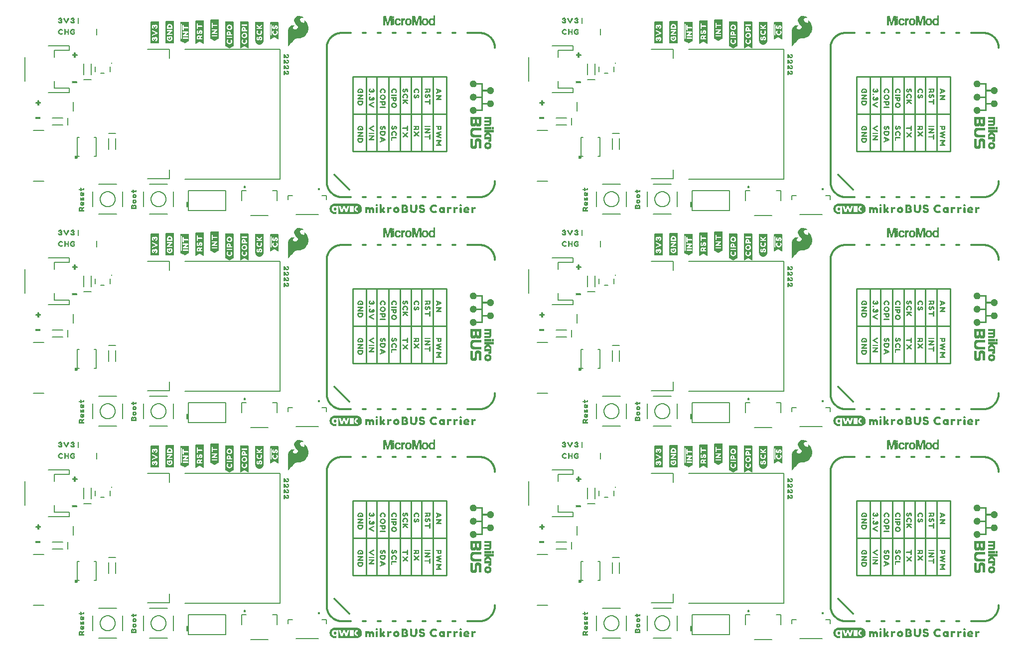
<source format=gto>
G04 EAGLE Gerber RS-274X export*
G75*
%MOMM*%
%FSLAX34Y34*%
%LPD*%
%INSilkscreen Top*%
%IPPOS*%
%AMOC8*
5,1,8,0,0,1.08239X$1,22.5*%
G01*
%ADD10C,0.203200*%
%ADD11C,0.254000*%
%ADD12C,0.152400*%
%ADD13C,0.600000*%
%ADD14C,0.254000*%
%ADD15C,0.406400*%
%ADD16R,0.720000X0.060000*%
%ADD17R,0.780000X0.060000*%
%ADD18R,0.840000X0.060000*%
%ADD19C,0.304800*%
%ADD20C,0.025000*%
%ADD21C,0.127000*%

G36*
X455635Y1014520D02*
X455635Y1014520D01*
X455719Y1014523D01*
X455720Y1014523D01*
X455721Y1014523D01*
X455799Y1014566D01*
X455872Y1014605D01*
X455872Y1014606D01*
X455873Y1014606D01*
X455877Y1014612D01*
X455960Y1014720D01*
X456033Y1014865D01*
X456389Y1015221D01*
X456396Y1015232D01*
X456409Y1015243D01*
X457009Y1015943D01*
X457013Y1015950D01*
X457020Y1015957D01*
X457712Y1016846D01*
X458603Y1017836D01*
X458606Y1017841D01*
X458612Y1017847D01*
X459607Y1019040D01*
X460700Y1020233D01*
X461899Y1021531D01*
X463199Y1022931D01*
X463203Y1022938D01*
X463210Y1022944D01*
X464300Y1024232D01*
X465382Y1025314D01*
X466357Y1026192D01*
X467309Y1026858D01*
X468349Y1027331D01*
X469371Y1027610D01*
X473220Y1027610D01*
X473240Y1027615D01*
X473267Y1027613D01*
X475667Y1027913D01*
X475689Y1027921D01*
X475720Y1027923D01*
X477920Y1028523D01*
X477943Y1028535D01*
X477976Y1028543D01*
X479976Y1029443D01*
X479995Y1029457D01*
X480023Y1029469D01*
X481923Y1030669D01*
X481934Y1030679D01*
X481951Y1030688D01*
X483651Y1031988D01*
X483668Y1032009D01*
X483697Y1032030D01*
X485197Y1033630D01*
X485205Y1033644D01*
X485220Y1033657D01*
X486620Y1035457D01*
X486633Y1035484D01*
X486658Y1035516D01*
X488558Y1039216D01*
X488566Y1039247D01*
X488586Y1039288D01*
X489586Y1042888D01*
X489588Y1042922D01*
X489600Y1042968D01*
X489800Y1046468D01*
X489794Y1046500D01*
X489796Y1046547D01*
X489296Y1049847D01*
X489285Y1049876D01*
X489278Y1049918D01*
X488278Y1052718D01*
X488264Y1052739D01*
X488254Y1052771D01*
X486954Y1055171D01*
X486928Y1055200D01*
X486889Y1055259D01*
X485189Y1056959D01*
X485159Y1056977D01*
X485122Y1057012D01*
X483522Y1058012D01*
X483456Y1058035D01*
X483392Y1058063D01*
X483375Y1058063D01*
X483358Y1058068D01*
X483289Y1058059D01*
X483219Y1058057D01*
X483204Y1058048D01*
X483186Y1058046D01*
X483128Y1058007D01*
X483067Y1057974D01*
X483057Y1057959D01*
X483042Y1057949D01*
X483007Y1057889D01*
X482967Y1057832D01*
X482964Y1057813D01*
X482956Y1057799D01*
X482953Y1057760D01*
X482940Y1057690D01*
X482940Y1057090D01*
X482947Y1057060D01*
X482947Y1057015D01*
X483033Y1056584D01*
X482857Y1055524D01*
X482618Y1055126D01*
X482203Y1054711D01*
X481642Y1054470D01*
X481073Y1054470D01*
X479758Y1054846D01*
X479017Y1055217D01*
X477655Y1056190D01*
X476978Y1056769D01*
X476519Y1057228D01*
X476042Y1057992D01*
X476039Y1057995D01*
X476036Y1058001D01*
X475669Y1058552D01*
X475492Y1059174D01*
X475405Y1059690D01*
X475488Y1060187D01*
X475667Y1060634D01*
X475942Y1061184D01*
X476296Y1061626D01*
X477034Y1062272D01*
X477412Y1062461D01*
X477753Y1062631D01*
X478487Y1062815D01*
X479341Y1062910D01*
X480573Y1062910D01*
X480928Y1062821D01*
X480964Y1062821D01*
X481020Y1062810D01*
X481120Y1062810D01*
X481181Y1062824D01*
X481244Y1062830D01*
X481265Y1062844D01*
X481289Y1062849D01*
X481337Y1062889D01*
X481390Y1062923D01*
X481403Y1062944D01*
X481422Y1062959D01*
X481448Y1063017D01*
X481481Y1063070D01*
X481483Y1063095D01*
X481493Y1063118D01*
X481491Y1063180D01*
X481497Y1063243D01*
X481488Y1063266D01*
X481487Y1063291D01*
X481457Y1063346D01*
X481434Y1063405D01*
X481414Y1063424D01*
X481404Y1063443D01*
X481373Y1063464D01*
X481331Y1063506D01*
X481037Y1063703D01*
X480341Y1064199D01*
X480326Y1064205D01*
X480312Y1064218D01*
X479112Y1064918D01*
X479088Y1064926D01*
X479061Y1064943D01*
X477561Y1065543D01*
X477543Y1065546D01*
X477522Y1065556D01*
X475722Y1066056D01*
X475688Y1066058D01*
X475639Y1066070D01*
X473639Y1066170D01*
X473601Y1066163D01*
X473536Y1066161D01*
X471336Y1065661D01*
X471302Y1065644D01*
X471244Y1065627D01*
X468944Y1064427D01*
X468919Y1064406D01*
X468878Y1064384D01*
X467178Y1062984D01*
X467155Y1062953D01*
X467107Y1062905D01*
X466007Y1061305D01*
X465993Y1061270D01*
X465961Y1061217D01*
X465361Y1059517D01*
X465358Y1059482D01*
X465356Y1059471D01*
X465347Y1059452D01*
X465348Y1059430D01*
X465340Y1059390D01*
X465340Y1057690D01*
X465349Y1057652D01*
X465355Y1057583D01*
X465855Y1055883D01*
X465869Y1055858D01*
X465880Y1055820D01*
X466780Y1054020D01*
X466799Y1053997D01*
X466818Y1053959D01*
X468118Y1052259D01*
X468135Y1052245D01*
X468151Y1052221D01*
X469842Y1050531D01*
X471098Y1049081D01*
X471740Y1047706D01*
X471740Y1046447D01*
X471381Y1045282D01*
X470569Y1044380D01*
X469459Y1043639D01*
X468167Y1043270D01*
X466671Y1043270D01*
X465631Y1043554D01*
X464811Y1043827D01*
X464178Y1044369D01*
X463633Y1044915D01*
X463376Y1045428D01*
X463200Y1046043D01*
X463200Y1046628D01*
X463361Y1047111D01*
X463608Y1047440D01*
X463974Y1047806D01*
X464453Y1048189D01*
X464808Y1048456D01*
X465261Y1048637D01*
X465273Y1048645D01*
X465290Y1048650D01*
X465534Y1048772D01*
X465890Y1048950D01*
X465919Y1048974D01*
X465989Y1049021D01*
X466089Y1049121D01*
X466102Y1049143D01*
X466122Y1049159D01*
X466148Y1049216D01*
X466180Y1049268D01*
X466183Y1049294D01*
X466193Y1049318D01*
X466191Y1049379D01*
X466197Y1049441D01*
X466188Y1049465D01*
X466187Y1049491D01*
X466157Y1049545D01*
X466135Y1049603D01*
X466116Y1049620D01*
X466104Y1049643D01*
X466054Y1049678D01*
X466008Y1049720D01*
X465983Y1049728D01*
X465962Y1049743D01*
X465878Y1049759D01*
X465842Y1049770D01*
X465832Y1049768D01*
X465820Y1049770D01*
X465782Y1049770D01*
X465551Y1049847D01*
X465061Y1050043D01*
X465026Y1050048D01*
X464974Y1050066D01*
X464274Y1050166D01*
X464250Y1050164D01*
X464220Y1050170D01*
X462420Y1050170D01*
X462390Y1050163D01*
X462345Y1050163D01*
X461345Y1049963D01*
X461335Y1049958D01*
X461320Y1049957D01*
X460220Y1049657D01*
X460203Y1049648D01*
X460179Y1049643D01*
X459179Y1049243D01*
X459152Y1049224D01*
X459109Y1049206D01*
X458209Y1048606D01*
X458188Y1048584D01*
X458151Y1048559D01*
X457351Y1047759D01*
X457340Y1047741D01*
X457320Y1047723D01*
X456620Y1046823D01*
X456609Y1046799D01*
X456586Y1046772D01*
X455986Y1045672D01*
X455977Y1045639D01*
X455954Y1045594D01*
X455554Y1044194D01*
X455553Y1044169D01*
X455543Y1044137D01*
X455343Y1042537D01*
X455344Y1042525D01*
X455340Y1042510D01*
X455240Y1040610D01*
X455242Y1040601D01*
X455240Y1040590D01*
X455240Y1014890D01*
X455260Y1014805D01*
X455279Y1014723D01*
X455279Y1014722D01*
X455279Y1014721D01*
X455336Y1014653D01*
X455388Y1014589D01*
X455389Y1014588D01*
X455467Y1014553D01*
X455546Y1014517D01*
X455547Y1014517D01*
X455548Y1014517D01*
X455635Y1014520D01*
G37*
G36*
X1311615Y1014520D02*
X1311615Y1014520D01*
X1311699Y1014523D01*
X1311700Y1014523D01*
X1311701Y1014523D01*
X1311779Y1014566D01*
X1311852Y1014605D01*
X1311852Y1014606D01*
X1311853Y1014606D01*
X1311857Y1014612D01*
X1311940Y1014720D01*
X1312013Y1014865D01*
X1312369Y1015221D01*
X1312376Y1015232D01*
X1312389Y1015243D01*
X1312989Y1015943D01*
X1312993Y1015950D01*
X1313000Y1015957D01*
X1313692Y1016846D01*
X1314583Y1017836D01*
X1314586Y1017841D01*
X1314592Y1017847D01*
X1315587Y1019040D01*
X1316680Y1020233D01*
X1317879Y1021531D01*
X1319179Y1022931D01*
X1319183Y1022938D01*
X1319190Y1022944D01*
X1320280Y1024232D01*
X1321362Y1025314D01*
X1322337Y1026192D01*
X1323289Y1026858D01*
X1324329Y1027331D01*
X1325351Y1027610D01*
X1329200Y1027610D01*
X1329220Y1027615D01*
X1329247Y1027613D01*
X1331647Y1027913D01*
X1331669Y1027921D01*
X1331700Y1027923D01*
X1333900Y1028523D01*
X1333923Y1028535D01*
X1333956Y1028543D01*
X1335956Y1029443D01*
X1335975Y1029457D01*
X1336003Y1029469D01*
X1337903Y1030669D01*
X1337914Y1030679D01*
X1337931Y1030688D01*
X1339631Y1031988D01*
X1339648Y1032009D01*
X1339677Y1032030D01*
X1341177Y1033630D01*
X1341185Y1033644D01*
X1341200Y1033657D01*
X1342600Y1035457D01*
X1342613Y1035484D01*
X1342638Y1035516D01*
X1344538Y1039216D01*
X1344546Y1039247D01*
X1344566Y1039288D01*
X1345566Y1042888D01*
X1345568Y1042922D01*
X1345580Y1042968D01*
X1345780Y1046468D01*
X1345774Y1046500D01*
X1345776Y1046547D01*
X1345276Y1049847D01*
X1345265Y1049876D01*
X1345258Y1049918D01*
X1344258Y1052718D01*
X1344244Y1052739D01*
X1344234Y1052771D01*
X1342934Y1055171D01*
X1342908Y1055200D01*
X1342869Y1055259D01*
X1341169Y1056959D01*
X1341139Y1056977D01*
X1341102Y1057012D01*
X1339502Y1058012D01*
X1339436Y1058035D01*
X1339372Y1058063D01*
X1339355Y1058063D01*
X1339338Y1058068D01*
X1339269Y1058059D01*
X1339199Y1058057D01*
X1339184Y1058048D01*
X1339166Y1058046D01*
X1339108Y1058007D01*
X1339047Y1057974D01*
X1339037Y1057959D01*
X1339022Y1057949D01*
X1338987Y1057889D01*
X1338947Y1057832D01*
X1338944Y1057813D01*
X1338936Y1057799D01*
X1338933Y1057760D01*
X1338920Y1057690D01*
X1338920Y1057090D01*
X1338927Y1057060D01*
X1338927Y1057015D01*
X1339013Y1056584D01*
X1338837Y1055524D01*
X1338598Y1055126D01*
X1338183Y1054711D01*
X1337622Y1054470D01*
X1337053Y1054470D01*
X1335738Y1054846D01*
X1334997Y1055217D01*
X1333635Y1056190D01*
X1332958Y1056769D01*
X1332499Y1057228D01*
X1332022Y1057992D01*
X1332019Y1057995D01*
X1332016Y1058001D01*
X1331649Y1058552D01*
X1331472Y1059174D01*
X1331385Y1059690D01*
X1331468Y1060187D01*
X1331647Y1060634D01*
X1331922Y1061184D01*
X1332276Y1061626D01*
X1333014Y1062272D01*
X1333392Y1062461D01*
X1333733Y1062631D01*
X1334467Y1062815D01*
X1335321Y1062910D01*
X1336553Y1062910D01*
X1336908Y1062821D01*
X1336944Y1062821D01*
X1337000Y1062810D01*
X1337100Y1062810D01*
X1337161Y1062824D01*
X1337224Y1062830D01*
X1337245Y1062844D01*
X1337269Y1062849D01*
X1337317Y1062889D01*
X1337370Y1062923D01*
X1337383Y1062944D01*
X1337402Y1062959D01*
X1337428Y1063017D01*
X1337461Y1063070D01*
X1337463Y1063095D01*
X1337473Y1063118D01*
X1337471Y1063180D01*
X1337477Y1063243D01*
X1337468Y1063266D01*
X1337467Y1063291D01*
X1337437Y1063346D01*
X1337414Y1063405D01*
X1337394Y1063424D01*
X1337384Y1063443D01*
X1337353Y1063464D01*
X1337311Y1063506D01*
X1337017Y1063703D01*
X1336321Y1064199D01*
X1336306Y1064205D01*
X1336292Y1064218D01*
X1335092Y1064918D01*
X1335068Y1064926D01*
X1335041Y1064943D01*
X1333541Y1065543D01*
X1333523Y1065546D01*
X1333502Y1065556D01*
X1331702Y1066056D01*
X1331668Y1066058D01*
X1331619Y1066070D01*
X1329619Y1066170D01*
X1329581Y1066163D01*
X1329516Y1066161D01*
X1327316Y1065661D01*
X1327282Y1065644D01*
X1327224Y1065627D01*
X1324924Y1064427D01*
X1324899Y1064406D01*
X1324858Y1064384D01*
X1323158Y1062984D01*
X1323135Y1062953D01*
X1323087Y1062905D01*
X1321987Y1061305D01*
X1321973Y1061270D01*
X1321941Y1061217D01*
X1321341Y1059517D01*
X1321338Y1059482D01*
X1321336Y1059471D01*
X1321327Y1059452D01*
X1321328Y1059430D01*
X1321320Y1059390D01*
X1321320Y1057690D01*
X1321329Y1057652D01*
X1321335Y1057583D01*
X1321835Y1055883D01*
X1321849Y1055858D01*
X1321860Y1055820D01*
X1322760Y1054020D01*
X1322779Y1053997D01*
X1322798Y1053959D01*
X1324098Y1052259D01*
X1324115Y1052245D01*
X1324131Y1052221D01*
X1325822Y1050531D01*
X1327078Y1049081D01*
X1327720Y1047706D01*
X1327720Y1046447D01*
X1327361Y1045282D01*
X1326549Y1044380D01*
X1325439Y1043639D01*
X1324147Y1043270D01*
X1322651Y1043270D01*
X1321611Y1043554D01*
X1320791Y1043827D01*
X1320158Y1044369D01*
X1319613Y1044915D01*
X1319356Y1045428D01*
X1319180Y1046043D01*
X1319180Y1046628D01*
X1319341Y1047111D01*
X1319588Y1047440D01*
X1319954Y1047806D01*
X1320433Y1048189D01*
X1320788Y1048456D01*
X1321241Y1048637D01*
X1321253Y1048645D01*
X1321270Y1048650D01*
X1321514Y1048772D01*
X1321870Y1048950D01*
X1321899Y1048974D01*
X1321969Y1049021D01*
X1322069Y1049121D01*
X1322082Y1049143D01*
X1322102Y1049159D01*
X1322128Y1049216D01*
X1322160Y1049268D01*
X1322163Y1049294D01*
X1322173Y1049318D01*
X1322171Y1049379D01*
X1322177Y1049441D01*
X1322168Y1049465D01*
X1322167Y1049491D01*
X1322137Y1049545D01*
X1322115Y1049603D01*
X1322096Y1049620D01*
X1322084Y1049643D01*
X1322034Y1049678D01*
X1321988Y1049720D01*
X1321963Y1049728D01*
X1321942Y1049743D01*
X1321858Y1049759D01*
X1321822Y1049770D01*
X1321812Y1049768D01*
X1321800Y1049770D01*
X1321762Y1049770D01*
X1321531Y1049847D01*
X1321041Y1050043D01*
X1321006Y1050048D01*
X1320954Y1050066D01*
X1320254Y1050166D01*
X1320230Y1050164D01*
X1320200Y1050170D01*
X1318400Y1050170D01*
X1318370Y1050163D01*
X1318325Y1050163D01*
X1317325Y1049963D01*
X1317315Y1049958D01*
X1317300Y1049957D01*
X1316200Y1049657D01*
X1316183Y1049648D01*
X1316159Y1049643D01*
X1315159Y1049243D01*
X1315132Y1049224D01*
X1315089Y1049206D01*
X1314189Y1048606D01*
X1314168Y1048584D01*
X1314131Y1048559D01*
X1313331Y1047759D01*
X1313320Y1047741D01*
X1313300Y1047723D01*
X1312600Y1046823D01*
X1312589Y1046799D01*
X1312566Y1046772D01*
X1311966Y1045672D01*
X1311957Y1045639D01*
X1311934Y1045594D01*
X1311534Y1044194D01*
X1311533Y1044169D01*
X1311523Y1044137D01*
X1311323Y1042537D01*
X1311324Y1042525D01*
X1311320Y1042510D01*
X1311220Y1040610D01*
X1311222Y1040601D01*
X1311220Y1040590D01*
X1311220Y1014890D01*
X1311240Y1014805D01*
X1311259Y1014723D01*
X1311259Y1014722D01*
X1311259Y1014721D01*
X1311316Y1014653D01*
X1311368Y1014589D01*
X1311369Y1014588D01*
X1311447Y1014553D01*
X1311526Y1014517D01*
X1311527Y1014517D01*
X1311528Y1014517D01*
X1311615Y1014520D01*
G37*
G36*
X1311615Y653840D02*
X1311615Y653840D01*
X1311699Y653843D01*
X1311700Y653843D01*
X1311701Y653843D01*
X1311779Y653886D01*
X1311852Y653925D01*
X1311852Y653926D01*
X1311853Y653926D01*
X1311857Y653932D01*
X1311940Y654040D01*
X1312013Y654185D01*
X1312369Y654541D01*
X1312376Y654552D01*
X1312389Y654563D01*
X1312989Y655263D01*
X1312993Y655270D01*
X1313000Y655277D01*
X1313692Y656166D01*
X1314583Y657156D01*
X1314586Y657161D01*
X1314592Y657167D01*
X1315587Y658360D01*
X1316680Y659553D01*
X1317879Y660851D01*
X1319179Y662251D01*
X1319183Y662258D01*
X1319190Y662264D01*
X1320280Y663552D01*
X1321362Y664634D01*
X1322337Y665512D01*
X1323289Y666178D01*
X1324329Y666651D01*
X1325351Y666930D01*
X1329200Y666930D01*
X1329220Y666935D01*
X1329247Y666933D01*
X1331647Y667233D01*
X1331669Y667241D01*
X1331700Y667243D01*
X1333900Y667843D01*
X1333923Y667855D01*
X1333956Y667863D01*
X1335956Y668763D01*
X1335975Y668777D01*
X1336003Y668789D01*
X1337903Y669989D01*
X1337914Y669999D01*
X1337931Y670008D01*
X1339631Y671308D01*
X1339648Y671329D01*
X1339677Y671350D01*
X1341177Y672950D01*
X1341185Y672964D01*
X1341200Y672977D01*
X1342600Y674777D01*
X1342613Y674804D01*
X1342638Y674836D01*
X1344538Y678536D01*
X1344546Y678567D01*
X1344566Y678608D01*
X1345566Y682208D01*
X1345568Y682242D01*
X1345580Y682288D01*
X1345780Y685788D01*
X1345774Y685820D01*
X1345776Y685867D01*
X1345276Y689167D01*
X1345265Y689196D01*
X1345258Y689238D01*
X1344258Y692038D01*
X1344244Y692059D01*
X1344234Y692091D01*
X1342934Y694491D01*
X1342908Y694520D01*
X1342869Y694579D01*
X1341169Y696279D01*
X1341139Y696297D01*
X1341102Y696332D01*
X1339502Y697332D01*
X1339436Y697355D01*
X1339372Y697383D01*
X1339355Y697383D01*
X1339338Y697388D01*
X1339269Y697379D01*
X1339199Y697377D01*
X1339184Y697368D01*
X1339166Y697366D01*
X1339108Y697327D01*
X1339047Y697294D01*
X1339037Y697279D01*
X1339022Y697269D01*
X1338987Y697209D01*
X1338947Y697152D01*
X1338944Y697133D01*
X1338936Y697119D01*
X1338933Y697080D01*
X1338920Y697010D01*
X1338920Y696410D01*
X1338927Y696380D01*
X1338927Y696335D01*
X1339013Y695904D01*
X1338837Y694844D01*
X1338598Y694446D01*
X1338183Y694031D01*
X1337622Y693790D01*
X1337053Y693790D01*
X1335738Y694166D01*
X1334997Y694537D01*
X1333635Y695510D01*
X1332958Y696089D01*
X1332499Y696548D01*
X1332022Y697312D01*
X1332019Y697315D01*
X1332016Y697321D01*
X1331649Y697872D01*
X1331472Y698494D01*
X1331385Y699010D01*
X1331468Y699507D01*
X1331647Y699954D01*
X1331922Y700504D01*
X1332276Y700946D01*
X1333014Y701592D01*
X1333392Y701781D01*
X1333733Y701951D01*
X1334467Y702135D01*
X1335321Y702230D01*
X1336553Y702230D01*
X1336908Y702141D01*
X1336944Y702141D01*
X1337000Y702130D01*
X1337100Y702130D01*
X1337161Y702144D01*
X1337224Y702150D01*
X1337245Y702164D01*
X1337269Y702169D01*
X1337317Y702209D01*
X1337370Y702243D01*
X1337383Y702264D01*
X1337402Y702279D01*
X1337428Y702337D01*
X1337461Y702390D01*
X1337463Y702415D01*
X1337473Y702438D01*
X1337471Y702500D01*
X1337477Y702563D01*
X1337468Y702586D01*
X1337467Y702611D01*
X1337437Y702666D01*
X1337414Y702725D01*
X1337394Y702744D01*
X1337384Y702763D01*
X1337353Y702784D01*
X1337311Y702826D01*
X1337017Y703023D01*
X1336321Y703519D01*
X1336306Y703525D01*
X1336292Y703538D01*
X1335092Y704238D01*
X1335068Y704246D01*
X1335041Y704263D01*
X1333541Y704863D01*
X1333523Y704866D01*
X1333502Y704876D01*
X1331702Y705376D01*
X1331668Y705378D01*
X1331619Y705390D01*
X1329619Y705490D01*
X1329581Y705483D01*
X1329516Y705481D01*
X1327316Y704981D01*
X1327282Y704964D01*
X1327224Y704947D01*
X1324924Y703747D01*
X1324899Y703726D01*
X1324858Y703704D01*
X1323158Y702304D01*
X1323135Y702273D01*
X1323087Y702225D01*
X1321987Y700625D01*
X1321973Y700590D01*
X1321941Y700537D01*
X1321341Y698837D01*
X1321338Y698802D01*
X1321336Y698791D01*
X1321327Y698772D01*
X1321328Y698750D01*
X1321320Y698710D01*
X1321320Y697010D01*
X1321329Y696972D01*
X1321335Y696903D01*
X1321835Y695203D01*
X1321849Y695178D01*
X1321860Y695140D01*
X1322760Y693340D01*
X1322779Y693317D01*
X1322798Y693279D01*
X1324098Y691579D01*
X1324115Y691565D01*
X1324131Y691541D01*
X1325822Y689851D01*
X1327078Y688401D01*
X1327720Y687026D01*
X1327720Y685767D01*
X1327361Y684602D01*
X1326549Y683700D01*
X1325439Y682959D01*
X1324147Y682590D01*
X1322651Y682590D01*
X1321611Y682874D01*
X1320791Y683147D01*
X1320158Y683689D01*
X1319613Y684235D01*
X1319356Y684748D01*
X1319180Y685363D01*
X1319180Y685948D01*
X1319341Y686431D01*
X1319588Y686760D01*
X1319954Y687126D01*
X1320433Y687509D01*
X1320788Y687776D01*
X1321241Y687957D01*
X1321253Y687965D01*
X1321270Y687970D01*
X1321514Y688092D01*
X1321870Y688270D01*
X1321899Y688294D01*
X1321969Y688341D01*
X1322069Y688441D01*
X1322082Y688463D01*
X1322102Y688479D01*
X1322128Y688536D01*
X1322160Y688588D01*
X1322163Y688614D01*
X1322173Y688638D01*
X1322171Y688699D01*
X1322177Y688761D01*
X1322168Y688785D01*
X1322167Y688811D01*
X1322137Y688865D01*
X1322115Y688923D01*
X1322096Y688940D01*
X1322084Y688963D01*
X1322034Y688998D01*
X1321988Y689040D01*
X1321963Y689048D01*
X1321942Y689063D01*
X1321858Y689079D01*
X1321822Y689090D01*
X1321812Y689088D01*
X1321800Y689090D01*
X1321762Y689090D01*
X1321531Y689167D01*
X1321041Y689363D01*
X1321006Y689368D01*
X1320954Y689386D01*
X1320254Y689486D01*
X1320230Y689484D01*
X1320200Y689490D01*
X1318400Y689490D01*
X1318370Y689483D01*
X1318325Y689483D01*
X1317325Y689283D01*
X1317315Y689278D01*
X1317300Y689277D01*
X1316200Y688977D01*
X1316183Y688968D01*
X1316159Y688963D01*
X1315159Y688563D01*
X1315132Y688544D01*
X1315089Y688526D01*
X1314189Y687926D01*
X1314168Y687904D01*
X1314131Y687879D01*
X1313331Y687079D01*
X1313320Y687061D01*
X1313300Y687043D01*
X1312600Y686143D01*
X1312589Y686119D01*
X1312566Y686092D01*
X1311966Y684992D01*
X1311957Y684959D01*
X1311934Y684914D01*
X1311534Y683514D01*
X1311533Y683489D01*
X1311523Y683457D01*
X1311323Y681857D01*
X1311324Y681845D01*
X1311320Y681830D01*
X1311220Y679930D01*
X1311222Y679921D01*
X1311220Y679910D01*
X1311220Y654210D01*
X1311240Y654125D01*
X1311259Y654043D01*
X1311259Y654042D01*
X1311259Y654041D01*
X1311316Y653973D01*
X1311368Y653909D01*
X1311369Y653908D01*
X1311447Y653873D01*
X1311526Y653837D01*
X1311527Y653837D01*
X1311528Y653837D01*
X1311615Y653840D01*
G37*
G36*
X455635Y653840D02*
X455635Y653840D01*
X455719Y653843D01*
X455720Y653843D01*
X455721Y653843D01*
X455799Y653886D01*
X455872Y653925D01*
X455872Y653926D01*
X455873Y653926D01*
X455877Y653932D01*
X455960Y654040D01*
X456033Y654185D01*
X456389Y654541D01*
X456396Y654552D01*
X456409Y654563D01*
X457009Y655263D01*
X457013Y655270D01*
X457020Y655277D01*
X457712Y656166D01*
X458603Y657156D01*
X458606Y657161D01*
X458612Y657167D01*
X459607Y658360D01*
X460700Y659553D01*
X461899Y660851D01*
X463199Y662251D01*
X463203Y662258D01*
X463210Y662264D01*
X464300Y663552D01*
X465382Y664634D01*
X466357Y665512D01*
X467309Y666178D01*
X468349Y666651D01*
X469371Y666930D01*
X473220Y666930D01*
X473240Y666935D01*
X473267Y666933D01*
X475667Y667233D01*
X475689Y667241D01*
X475720Y667243D01*
X477920Y667843D01*
X477943Y667855D01*
X477976Y667863D01*
X479976Y668763D01*
X479995Y668777D01*
X480023Y668789D01*
X481923Y669989D01*
X481934Y669999D01*
X481951Y670008D01*
X483651Y671308D01*
X483668Y671329D01*
X483697Y671350D01*
X485197Y672950D01*
X485205Y672964D01*
X485220Y672977D01*
X486620Y674777D01*
X486633Y674804D01*
X486658Y674836D01*
X488558Y678536D01*
X488566Y678567D01*
X488586Y678608D01*
X489586Y682208D01*
X489588Y682242D01*
X489600Y682288D01*
X489800Y685788D01*
X489794Y685820D01*
X489796Y685867D01*
X489296Y689167D01*
X489285Y689196D01*
X489278Y689238D01*
X488278Y692038D01*
X488264Y692059D01*
X488254Y692091D01*
X486954Y694491D01*
X486928Y694520D01*
X486889Y694579D01*
X485189Y696279D01*
X485159Y696297D01*
X485122Y696332D01*
X483522Y697332D01*
X483456Y697355D01*
X483392Y697383D01*
X483375Y697383D01*
X483358Y697388D01*
X483289Y697379D01*
X483219Y697377D01*
X483204Y697368D01*
X483186Y697366D01*
X483128Y697327D01*
X483067Y697294D01*
X483057Y697279D01*
X483042Y697269D01*
X483007Y697209D01*
X482967Y697152D01*
X482964Y697133D01*
X482956Y697119D01*
X482953Y697080D01*
X482940Y697010D01*
X482940Y696410D01*
X482947Y696380D01*
X482947Y696335D01*
X483033Y695904D01*
X482857Y694844D01*
X482618Y694446D01*
X482203Y694031D01*
X481642Y693790D01*
X481073Y693790D01*
X479758Y694166D01*
X479017Y694537D01*
X477655Y695510D01*
X476978Y696089D01*
X476519Y696548D01*
X476042Y697312D01*
X476039Y697315D01*
X476036Y697321D01*
X475669Y697872D01*
X475492Y698494D01*
X475405Y699010D01*
X475488Y699507D01*
X475667Y699954D01*
X475942Y700504D01*
X476296Y700946D01*
X477034Y701592D01*
X477412Y701781D01*
X477753Y701951D01*
X478487Y702135D01*
X479341Y702230D01*
X480573Y702230D01*
X480928Y702141D01*
X480964Y702141D01*
X481020Y702130D01*
X481120Y702130D01*
X481181Y702144D01*
X481244Y702150D01*
X481265Y702164D01*
X481289Y702169D01*
X481337Y702209D01*
X481390Y702243D01*
X481403Y702264D01*
X481422Y702279D01*
X481448Y702337D01*
X481481Y702390D01*
X481483Y702415D01*
X481493Y702438D01*
X481491Y702500D01*
X481497Y702563D01*
X481488Y702586D01*
X481487Y702611D01*
X481457Y702666D01*
X481434Y702725D01*
X481414Y702744D01*
X481404Y702763D01*
X481373Y702784D01*
X481331Y702826D01*
X481037Y703023D01*
X480341Y703519D01*
X480326Y703525D01*
X480312Y703538D01*
X479112Y704238D01*
X479088Y704246D01*
X479061Y704263D01*
X477561Y704863D01*
X477543Y704866D01*
X477522Y704876D01*
X475722Y705376D01*
X475688Y705378D01*
X475639Y705390D01*
X473639Y705490D01*
X473601Y705483D01*
X473536Y705481D01*
X471336Y704981D01*
X471302Y704964D01*
X471244Y704947D01*
X468944Y703747D01*
X468919Y703726D01*
X468878Y703704D01*
X467178Y702304D01*
X467155Y702273D01*
X467107Y702225D01*
X466007Y700625D01*
X465993Y700590D01*
X465961Y700537D01*
X465361Y698837D01*
X465358Y698802D01*
X465356Y698791D01*
X465347Y698772D01*
X465348Y698750D01*
X465340Y698710D01*
X465340Y697010D01*
X465349Y696972D01*
X465355Y696903D01*
X465855Y695203D01*
X465869Y695178D01*
X465880Y695140D01*
X466780Y693340D01*
X466799Y693317D01*
X466818Y693279D01*
X468118Y691579D01*
X468135Y691565D01*
X468151Y691541D01*
X469842Y689851D01*
X471098Y688401D01*
X471740Y687026D01*
X471740Y685767D01*
X471381Y684602D01*
X470569Y683700D01*
X469459Y682959D01*
X468167Y682590D01*
X466671Y682590D01*
X465631Y682874D01*
X464811Y683147D01*
X464178Y683689D01*
X463633Y684235D01*
X463376Y684748D01*
X463200Y685363D01*
X463200Y685948D01*
X463361Y686431D01*
X463608Y686760D01*
X463974Y687126D01*
X464453Y687509D01*
X464808Y687776D01*
X465261Y687957D01*
X465273Y687965D01*
X465290Y687970D01*
X465534Y688092D01*
X465890Y688270D01*
X465919Y688294D01*
X465989Y688341D01*
X466089Y688441D01*
X466102Y688463D01*
X466122Y688479D01*
X466148Y688536D01*
X466180Y688588D01*
X466183Y688614D01*
X466193Y688638D01*
X466191Y688699D01*
X466197Y688761D01*
X466188Y688785D01*
X466187Y688811D01*
X466157Y688865D01*
X466135Y688923D01*
X466116Y688940D01*
X466104Y688963D01*
X466054Y688998D01*
X466008Y689040D01*
X465983Y689048D01*
X465962Y689063D01*
X465878Y689079D01*
X465842Y689090D01*
X465832Y689088D01*
X465820Y689090D01*
X465782Y689090D01*
X465551Y689167D01*
X465061Y689363D01*
X465026Y689368D01*
X464974Y689386D01*
X464274Y689486D01*
X464250Y689484D01*
X464220Y689490D01*
X462420Y689490D01*
X462390Y689483D01*
X462345Y689483D01*
X461345Y689283D01*
X461335Y689278D01*
X461320Y689277D01*
X460220Y688977D01*
X460203Y688968D01*
X460179Y688963D01*
X459179Y688563D01*
X459152Y688544D01*
X459109Y688526D01*
X458209Y687926D01*
X458188Y687904D01*
X458151Y687879D01*
X457351Y687079D01*
X457340Y687061D01*
X457320Y687043D01*
X456620Y686143D01*
X456609Y686119D01*
X456586Y686092D01*
X455986Y684992D01*
X455977Y684959D01*
X455954Y684914D01*
X455554Y683514D01*
X455553Y683489D01*
X455543Y683457D01*
X455343Y681857D01*
X455344Y681845D01*
X455340Y681830D01*
X455240Y679930D01*
X455242Y679921D01*
X455240Y679910D01*
X455240Y654210D01*
X455260Y654125D01*
X455279Y654043D01*
X455279Y654042D01*
X455279Y654041D01*
X455336Y653973D01*
X455388Y653909D01*
X455389Y653908D01*
X455467Y653873D01*
X455546Y653837D01*
X455547Y653837D01*
X455548Y653837D01*
X455635Y653840D01*
G37*
G36*
X1311615Y293160D02*
X1311615Y293160D01*
X1311699Y293163D01*
X1311700Y293163D01*
X1311701Y293163D01*
X1311779Y293206D01*
X1311852Y293245D01*
X1311852Y293246D01*
X1311853Y293246D01*
X1311857Y293252D01*
X1311940Y293360D01*
X1312013Y293505D01*
X1312369Y293861D01*
X1312376Y293872D01*
X1312389Y293883D01*
X1312989Y294583D01*
X1312993Y294590D01*
X1313000Y294597D01*
X1313692Y295486D01*
X1314583Y296476D01*
X1314586Y296481D01*
X1314592Y296487D01*
X1315587Y297680D01*
X1316680Y298873D01*
X1317879Y300171D01*
X1319179Y301571D01*
X1319183Y301578D01*
X1319190Y301584D01*
X1320280Y302872D01*
X1321362Y303954D01*
X1322337Y304832D01*
X1323289Y305498D01*
X1324330Y305971D01*
X1325351Y306250D01*
X1329200Y306250D01*
X1329220Y306255D01*
X1329247Y306253D01*
X1331647Y306553D01*
X1331669Y306561D01*
X1331700Y306563D01*
X1333900Y307163D01*
X1333923Y307175D01*
X1333956Y307183D01*
X1335956Y308083D01*
X1335975Y308097D01*
X1336003Y308109D01*
X1337903Y309309D01*
X1337914Y309319D01*
X1337931Y309328D01*
X1339631Y310628D01*
X1339648Y310649D01*
X1339677Y310670D01*
X1341177Y312270D01*
X1341185Y312284D01*
X1341200Y312297D01*
X1342600Y314097D01*
X1342613Y314124D01*
X1342638Y314156D01*
X1344538Y317856D01*
X1344546Y317887D01*
X1344566Y317928D01*
X1345566Y321528D01*
X1345568Y321562D01*
X1345580Y321608D01*
X1345780Y325108D01*
X1345774Y325140D01*
X1345776Y325187D01*
X1345276Y328487D01*
X1345265Y328516D01*
X1345258Y328558D01*
X1344258Y331358D01*
X1344244Y331379D01*
X1344234Y331411D01*
X1342934Y333811D01*
X1342908Y333840D01*
X1342869Y333899D01*
X1341169Y335599D01*
X1341139Y335617D01*
X1341102Y335652D01*
X1339502Y336652D01*
X1339436Y336675D01*
X1339372Y336703D01*
X1339355Y336703D01*
X1339338Y336708D01*
X1339269Y336699D01*
X1339199Y336697D01*
X1339184Y336688D01*
X1339166Y336686D01*
X1339108Y336647D01*
X1339047Y336614D01*
X1339037Y336599D01*
X1339022Y336589D01*
X1338987Y336529D01*
X1338947Y336472D01*
X1338944Y336453D01*
X1338936Y336439D01*
X1338933Y336400D01*
X1338920Y336330D01*
X1338920Y335730D01*
X1338927Y335700D01*
X1338927Y335655D01*
X1339013Y335224D01*
X1338837Y334164D01*
X1338598Y333766D01*
X1338183Y333351D01*
X1337622Y333110D01*
X1337053Y333110D01*
X1335738Y333486D01*
X1334997Y333857D01*
X1333635Y334830D01*
X1332958Y335409D01*
X1332499Y335868D01*
X1332022Y336632D01*
X1332019Y336635D01*
X1332016Y336641D01*
X1331649Y337192D01*
X1331472Y337814D01*
X1331385Y338330D01*
X1331468Y338827D01*
X1331647Y339274D01*
X1331922Y339824D01*
X1332276Y340266D01*
X1333014Y340912D01*
X1333392Y341101D01*
X1333733Y341271D01*
X1334467Y341455D01*
X1335321Y341550D01*
X1336553Y341550D01*
X1336908Y341461D01*
X1336944Y341461D01*
X1337000Y341450D01*
X1337100Y341450D01*
X1337161Y341464D01*
X1337224Y341470D01*
X1337245Y341484D01*
X1337269Y341489D01*
X1337317Y341529D01*
X1337370Y341563D01*
X1337383Y341584D01*
X1337402Y341599D01*
X1337428Y341657D01*
X1337461Y341710D01*
X1337463Y341735D01*
X1337473Y341758D01*
X1337471Y341820D01*
X1337477Y341883D01*
X1337468Y341906D01*
X1337467Y341931D01*
X1337437Y341986D01*
X1337414Y342045D01*
X1337394Y342064D01*
X1337384Y342083D01*
X1337353Y342104D01*
X1337311Y342146D01*
X1337017Y342343D01*
X1336321Y342839D01*
X1336306Y342845D01*
X1336292Y342858D01*
X1335092Y343558D01*
X1335068Y343566D01*
X1335041Y343583D01*
X1333541Y344183D01*
X1333523Y344186D01*
X1333502Y344196D01*
X1331702Y344696D01*
X1331668Y344698D01*
X1331619Y344710D01*
X1329619Y344810D01*
X1329581Y344803D01*
X1329516Y344801D01*
X1327316Y344301D01*
X1327282Y344284D01*
X1327224Y344267D01*
X1324924Y343067D01*
X1324899Y343046D01*
X1324858Y343024D01*
X1323158Y341624D01*
X1323135Y341593D01*
X1323087Y341545D01*
X1321987Y339945D01*
X1321973Y339910D01*
X1321941Y339857D01*
X1321341Y338157D01*
X1321338Y338122D01*
X1321336Y338111D01*
X1321327Y338092D01*
X1321328Y338070D01*
X1321320Y338030D01*
X1321320Y336330D01*
X1321329Y336292D01*
X1321335Y336223D01*
X1321835Y334523D01*
X1321849Y334498D01*
X1321860Y334460D01*
X1322760Y332660D01*
X1322779Y332637D01*
X1322798Y332599D01*
X1324098Y330899D01*
X1324115Y330885D01*
X1324131Y330861D01*
X1325822Y329171D01*
X1327078Y327721D01*
X1327720Y326346D01*
X1327720Y325087D01*
X1327361Y323922D01*
X1326549Y323020D01*
X1325439Y322279D01*
X1324147Y321910D01*
X1322651Y321910D01*
X1321611Y322194D01*
X1320791Y322467D01*
X1320158Y323009D01*
X1319613Y323555D01*
X1319356Y324068D01*
X1319180Y324683D01*
X1319180Y325268D01*
X1319341Y325751D01*
X1319588Y326080D01*
X1319954Y326446D01*
X1320433Y326829D01*
X1320788Y327096D01*
X1321241Y327277D01*
X1321253Y327285D01*
X1321270Y327290D01*
X1321514Y327412D01*
X1321870Y327590D01*
X1321899Y327614D01*
X1321969Y327661D01*
X1322069Y327761D01*
X1322082Y327783D01*
X1322102Y327799D01*
X1322128Y327856D01*
X1322160Y327908D01*
X1322163Y327934D01*
X1322173Y327958D01*
X1322171Y328019D01*
X1322177Y328081D01*
X1322168Y328105D01*
X1322167Y328131D01*
X1322137Y328185D01*
X1322115Y328243D01*
X1322096Y328260D01*
X1322084Y328283D01*
X1322034Y328318D01*
X1321988Y328360D01*
X1321963Y328368D01*
X1321942Y328383D01*
X1321858Y328399D01*
X1321822Y328410D01*
X1321812Y328408D01*
X1321800Y328410D01*
X1321762Y328410D01*
X1321531Y328487D01*
X1321041Y328683D01*
X1321006Y328688D01*
X1320954Y328706D01*
X1320254Y328806D01*
X1320230Y328804D01*
X1320200Y328810D01*
X1318400Y328810D01*
X1318370Y328803D01*
X1318325Y328803D01*
X1317325Y328603D01*
X1317315Y328598D01*
X1317300Y328597D01*
X1316200Y328297D01*
X1316183Y328288D01*
X1316159Y328283D01*
X1315159Y327883D01*
X1315132Y327864D01*
X1315089Y327846D01*
X1314189Y327246D01*
X1314168Y327224D01*
X1314131Y327199D01*
X1313331Y326399D01*
X1313320Y326381D01*
X1313300Y326363D01*
X1312600Y325463D01*
X1312589Y325439D01*
X1312566Y325412D01*
X1311966Y324312D01*
X1311957Y324279D01*
X1311934Y324234D01*
X1311534Y322834D01*
X1311533Y322809D01*
X1311523Y322777D01*
X1311323Y321177D01*
X1311324Y321165D01*
X1311320Y321150D01*
X1311220Y319250D01*
X1311222Y319241D01*
X1311220Y319230D01*
X1311220Y293530D01*
X1311240Y293445D01*
X1311259Y293363D01*
X1311259Y293362D01*
X1311259Y293361D01*
X1311316Y293293D01*
X1311368Y293229D01*
X1311369Y293228D01*
X1311447Y293193D01*
X1311526Y293157D01*
X1311527Y293157D01*
X1311528Y293157D01*
X1311615Y293160D01*
G37*
G36*
X455635Y293160D02*
X455635Y293160D01*
X455719Y293163D01*
X455720Y293163D01*
X455721Y293163D01*
X455799Y293206D01*
X455872Y293245D01*
X455872Y293246D01*
X455873Y293246D01*
X455877Y293252D01*
X455960Y293360D01*
X456033Y293505D01*
X456389Y293861D01*
X456396Y293872D01*
X456409Y293883D01*
X457009Y294583D01*
X457013Y294590D01*
X457020Y294597D01*
X457712Y295486D01*
X458603Y296476D01*
X458606Y296481D01*
X458612Y296487D01*
X459607Y297680D01*
X460700Y298873D01*
X461899Y300171D01*
X463199Y301571D01*
X463203Y301578D01*
X463210Y301584D01*
X464300Y302872D01*
X465382Y303954D01*
X466357Y304832D01*
X467309Y305498D01*
X468350Y305971D01*
X469371Y306250D01*
X473220Y306250D01*
X473240Y306255D01*
X473267Y306253D01*
X475667Y306553D01*
X475689Y306561D01*
X475720Y306563D01*
X477920Y307163D01*
X477943Y307175D01*
X477976Y307183D01*
X479976Y308083D01*
X479995Y308097D01*
X480023Y308109D01*
X481923Y309309D01*
X481934Y309319D01*
X481951Y309328D01*
X483651Y310628D01*
X483668Y310649D01*
X483697Y310670D01*
X485197Y312270D01*
X485205Y312284D01*
X485220Y312297D01*
X486620Y314097D01*
X486633Y314124D01*
X486658Y314156D01*
X488558Y317856D01*
X488566Y317887D01*
X488586Y317928D01*
X489586Y321528D01*
X489588Y321562D01*
X489600Y321608D01*
X489800Y325108D01*
X489794Y325140D01*
X489796Y325187D01*
X489296Y328487D01*
X489285Y328516D01*
X489278Y328558D01*
X488278Y331358D01*
X488264Y331379D01*
X488254Y331411D01*
X486954Y333811D01*
X486928Y333840D01*
X486889Y333899D01*
X485189Y335599D01*
X485159Y335617D01*
X485122Y335652D01*
X483522Y336652D01*
X483456Y336675D01*
X483392Y336703D01*
X483375Y336703D01*
X483358Y336708D01*
X483289Y336699D01*
X483219Y336697D01*
X483204Y336688D01*
X483186Y336686D01*
X483128Y336647D01*
X483067Y336614D01*
X483057Y336599D01*
X483042Y336589D01*
X483007Y336529D01*
X482967Y336472D01*
X482964Y336453D01*
X482956Y336439D01*
X482953Y336400D01*
X482940Y336330D01*
X482940Y335730D01*
X482947Y335700D01*
X482947Y335655D01*
X483033Y335224D01*
X482857Y334164D01*
X482618Y333766D01*
X482203Y333351D01*
X481642Y333110D01*
X481073Y333110D01*
X479758Y333486D01*
X479017Y333857D01*
X477655Y334830D01*
X476978Y335409D01*
X476519Y335868D01*
X476042Y336632D01*
X476039Y336635D01*
X476036Y336641D01*
X475669Y337192D01*
X475492Y337814D01*
X475405Y338330D01*
X475488Y338827D01*
X475667Y339274D01*
X475942Y339824D01*
X476296Y340266D01*
X477034Y340912D01*
X477412Y341101D01*
X477753Y341271D01*
X478487Y341455D01*
X479341Y341550D01*
X480573Y341550D01*
X480928Y341461D01*
X480964Y341461D01*
X481020Y341450D01*
X481120Y341450D01*
X481181Y341464D01*
X481244Y341470D01*
X481265Y341484D01*
X481289Y341489D01*
X481337Y341529D01*
X481390Y341563D01*
X481403Y341584D01*
X481422Y341599D01*
X481448Y341657D01*
X481481Y341710D01*
X481483Y341735D01*
X481493Y341758D01*
X481491Y341820D01*
X481497Y341883D01*
X481488Y341906D01*
X481487Y341931D01*
X481457Y341986D01*
X481434Y342045D01*
X481414Y342064D01*
X481404Y342083D01*
X481373Y342104D01*
X481331Y342146D01*
X481037Y342343D01*
X480341Y342839D01*
X480326Y342845D01*
X480312Y342858D01*
X479112Y343558D01*
X479088Y343566D01*
X479061Y343583D01*
X477561Y344183D01*
X477543Y344186D01*
X477522Y344196D01*
X475722Y344696D01*
X475688Y344698D01*
X475639Y344710D01*
X473639Y344810D01*
X473601Y344803D01*
X473536Y344801D01*
X471336Y344301D01*
X471302Y344284D01*
X471244Y344267D01*
X468944Y343067D01*
X468919Y343046D01*
X468878Y343024D01*
X467178Y341624D01*
X467155Y341593D01*
X467107Y341545D01*
X466007Y339945D01*
X465993Y339910D01*
X465961Y339857D01*
X465361Y338157D01*
X465358Y338122D01*
X465356Y338111D01*
X465347Y338092D01*
X465348Y338070D01*
X465340Y338030D01*
X465340Y336330D01*
X465349Y336292D01*
X465355Y336223D01*
X465855Y334523D01*
X465869Y334498D01*
X465880Y334460D01*
X466780Y332660D01*
X466799Y332637D01*
X466818Y332599D01*
X468118Y330899D01*
X468135Y330885D01*
X468151Y330861D01*
X469842Y329171D01*
X471098Y327721D01*
X471740Y326346D01*
X471740Y325087D01*
X471381Y323922D01*
X470569Y323020D01*
X469459Y322279D01*
X468167Y321910D01*
X466671Y321910D01*
X465631Y322194D01*
X464811Y322467D01*
X464178Y323009D01*
X463633Y323555D01*
X463376Y324068D01*
X463200Y324683D01*
X463200Y325268D01*
X463361Y325751D01*
X463608Y326080D01*
X463974Y326446D01*
X464453Y326829D01*
X464808Y327096D01*
X465261Y327277D01*
X465273Y327285D01*
X465290Y327290D01*
X465534Y327412D01*
X465890Y327590D01*
X465919Y327614D01*
X465989Y327661D01*
X466089Y327761D01*
X466102Y327783D01*
X466122Y327799D01*
X466148Y327856D01*
X466180Y327908D01*
X466183Y327934D01*
X466193Y327958D01*
X466191Y328019D01*
X466197Y328081D01*
X466188Y328105D01*
X466187Y328131D01*
X466157Y328185D01*
X466135Y328243D01*
X466116Y328260D01*
X466104Y328283D01*
X466054Y328318D01*
X466008Y328360D01*
X465983Y328368D01*
X465962Y328383D01*
X465878Y328399D01*
X465842Y328410D01*
X465832Y328408D01*
X465820Y328410D01*
X465782Y328410D01*
X465551Y328487D01*
X465061Y328683D01*
X465026Y328688D01*
X464974Y328706D01*
X464274Y328806D01*
X464250Y328804D01*
X464220Y328810D01*
X462420Y328810D01*
X462390Y328803D01*
X462345Y328803D01*
X461345Y328603D01*
X461335Y328598D01*
X461320Y328597D01*
X460220Y328297D01*
X460203Y328288D01*
X460179Y328283D01*
X459179Y327883D01*
X459152Y327864D01*
X459109Y327846D01*
X458209Y327246D01*
X458188Y327224D01*
X458151Y327199D01*
X457351Y326399D01*
X457340Y326381D01*
X457320Y326363D01*
X456620Y325463D01*
X456609Y325439D01*
X456586Y325412D01*
X455986Y324312D01*
X455977Y324279D01*
X455954Y324234D01*
X455554Y322834D01*
X455553Y322809D01*
X455543Y322777D01*
X455343Y321177D01*
X455344Y321165D01*
X455340Y321150D01*
X455240Y319250D01*
X455242Y319241D01*
X455240Y319230D01*
X455240Y293530D01*
X455260Y293445D01*
X455279Y293363D01*
X455279Y293362D01*
X455279Y293361D01*
X455336Y293293D01*
X455388Y293229D01*
X455389Y293228D01*
X455467Y293193D01*
X455546Y293157D01*
X455547Y293157D01*
X455548Y293157D01*
X455635Y293160D01*
G37*
G36*
X537288Y7507D02*
X537288Y7507D01*
X537309Y7510D01*
X537318Y7527D01*
X537327Y7533D01*
X537325Y7542D01*
X537332Y7556D01*
X537348Y7943D01*
X537347Y7944D01*
X537348Y7945D01*
X537348Y12180D01*
X537348Y12181D01*
X537338Y12574D01*
X537331Y12585D01*
X537333Y12598D01*
X537313Y12611D01*
X537300Y12631D01*
X537287Y12628D01*
X537276Y12636D01*
X537242Y12621D01*
X537233Y12619D01*
X537232Y12616D01*
X537229Y12615D01*
X536798Y12129D01*
X536395Y11802D01*
X535948Y11539D01*
X535463Y11354D01*
X534956Y11237D01*
X534438Y11184D01*
X533917Y11205D01*
X533396Y11254D01*
X532889Y11373D01*
X532390Y11525D01*
X531927Y11763D01*
X531477Y12024D01*
X531089Y12372D01*
X530724Y12742D01*
X530419Y13165D01*
X530158Y13615D01*
X529942Y14091D01*
X529782Y14587D01*
X529656Y15096D01*
X529583Y15613D01*
X529543Y16136D01*
X529538Y16660D01*
X529578Y17183D01*
X529645Y17701D01*
X529771Y18210D01*
X529928Y18707D01*
X530145Y19182D01*
X530407Y19631D01*
X530714Y20052D01*
X531082Y20420D01*
X531471Y20766D01*
X531926Y21019D01*
X532394Y21246D01*
X532893Y21398D01*
X533403Y21503D01*
X533924Y21551D01*
X534445Y21560D01*
X534963Y21501D01*
X535468Y21377D01*
X535951Y21186D01*
X536398Y20922D01*
X536802Y20600D01*
X537232Y20052D01*
X537247Y20047D01*
X537255Y20034D01*
X537277Y20037D01*
X537297Y20030D01*
X537307Y20041D01*
X537323Y20043D01*
X537335Y20071D01*
X537343Y20079D01*
X537342Y20085D01*
X537345Y20090D01*
X537348Y20590D01*
X537348Y21119D01*
X537351Y21461D01*
X540586Y21461D01*
X540587Y21461D01*
X540604Y21461D01*
X540604Y7843D01*
X540605Y7841D01*
X540605Y7839D01*
X540621Y7555D01*
X540634Y7538D01*
X540637Y7517D01*
X540655Y7509D01*
X540662Y7500D01*
X540671Y7502D01*
X540684Y7496D01*
X571612Y7496D01*
X571615Y7498D01*
X571618Y7496D01*
X573199Y7647D01*
X573201Y7649D01*
X573204Y7648D01*
X573722Y7745D01*
X573725Y7748D01*
X573729Y7747D01*
X575241Y8229D01*
X575245Y8233D01*
X575252Y8234D01*
X576648Y8991D01*
X576650Y8996D01*
X576657Y8998D01*
X577890Y9997D01*
X577891Y10000D01*
X577896Y10002D01*
X578259Y10384D01*
X578260Y10386D01*
X578262Y10387D01*
X578936Y11204D01*
X578936Y11206D01*
X578939Y11208D01*
X579242Y11639D01*
X579242Y11642D01*
X579246Y11645D01*
X579990Y13047D01*
X579990Y13052D01*
X579991Y13053D01*
X579993Y13055D01*
X579993Y13056D01*
X579995Y13057D01*
X580465Y14574D01*
X580464Y14579D01*
X580468Y14584D01*
X580538Y15107D01*
X580538Y15108D01*
X580538Y15109D01*
X580644Y16163D01*
X580643Y16165D01*
X580645Y16168D01*
X580653Y16695D01*
X580651Y16697D01*
X580653Y16702D01*
X580493Y18282D01*
X580489Y18286D01*
X580490Y18294D01*
X580019Y19810D01*
X580016Y19813D01*
X580016Y19818D01*
X579793Y20296D01*
X579791Y20297D01*
X579791Y20299D01*
X579286Y21230D01*
X579284Y21231D01*
X579283Y21234D01*
X578993Y21674D01*
X578991Y21675D01*
X578989Y21680D01*
X578316Y22496D01*
X578314Y22496D01*
X578314Y22498D01*
X578281Y22534D01*
X578225Y22597D01*
X578169Y22660D01*
X578113Y22723D01*
X578057Y22785D01*
X578001Y22848D01*
X577962Y22891D01*
X577958Y22892D01*
X577955Y22898D01*
X576730Y23908D01*
X576725Y23909D01*
X576720Y23915D01*
X575326Y24674D01*
X575322Y24674D01*
X575318Y24678D01*
X574823Y24861D01*
X574822Y24861D01*
X574820Y24862D01*
X573809Y25176D01*
X573807Y25176D01*
X573804Y25178D01*
X573290Y25292D01*
X573287Y25290D01*
X573283Y25293D01*
X572229Y25399D01*
X571704Y25452D01*
X571701Y25451D01*
X571697Y25452D01*
X534646Y25452D01*
X534644Y25451D01*
X534640Y25452D01*
X533060Y25304D01*
X533058Y25303D01*
X533055Y25304D01*
X532536Y25213D01*
X532533Y25210D01*
X532528Y25211D01*
X531013Y24735D01*
X531010Y24731D01*
X531002Y24730D01*
X529607Y23973D01*
X529605Y23969D01*
X529599Y23967D01*
X529179Y23647D01*
X529179Y23646D01*
X529177Y23646D01*
X528361Y22972D01*
X528360Y22969D01*
X528356Y22968D01*
X527988Y22590D01*
X527987Y22588D01*
X527984Y22586D01*
X527311Y21770D01*
X527310Y21768D01*
X527308Y21766D01*
X527000Y21339D01*
X526999Y21335D01*
X526995Y21332D01*
X526245Y19933D01*
X526246Y19928D01*
X526241Y19922D01*
X525770Y18406D01*
X525771Y18401D01*
X525768Y18396D01*
X525691Y17874D01*
X525692Y17873D01*
X525691Y17871D01*
X525584Y16818D01*
X525585Y16816D01*
X525584Y16814D01*
X525569Y16287D01*
X525571Y16284D01*
X525569Y16279D01*
X525729Y14699D01*
X525732Y14695D01*
X525731Y14687D01*
X526196Y13169D01*
X526199Y13167D01*
X526199Y13162D01*
X526417Y12682D01*
X526419Y12681D01*
X526419Y12678D01*
X526924Y11748D01*
X526926Y11746D01*
X526926Y11744D01*
X527211Y11300D01*
X527214Y11298D01*
X527216Y11294D01*
X527225Y11282D01*
X527278Y11220D01*
X527331Y11157D01*
X527489Y10969D01*
X527542Y10906D01*
X527595Y10843D01*
X527647Y10780D01*
X527700Y10718D01*
X527753Y10655D01*
X527911Y10467D01*
X527964Y10404D01*
X528017Y10341D01*
X528070Y10278D01*
X528122Y10216D01*
X528237Y10079D01*
X528242Y10078D01*
X528245Y10071D01*
X529470Y9061D01*
X529475Y9060D01*
X529480Y9054D01*
X530870Y8290D01*
X530874Y8290D01*
X530878Y8286D01*
X531370Y8097D01*
X531372Y8097D01*
X531374Y8095D01*
X532385Y7782D01*
X532387Y7782D01*
X532389Y7780D01*
X532902Y7660D01*
X532906Y7661D01*
X532910Y7659D01*
X534490Y7499D01*
X534493Y7501D01*
X534496Y7499D01*
X537270Y7496D01*
X537288Y7507D01*
G37*
G36*
X1393268Y7507D02*
X1393268Y7507D01*
X1393289Y7510D01*
X1393298Y7527D01*
X1393307Y7533D01*
X1393305Y7542D01*
X1393312Y7556D01*
X1393328Y7943D01*
X1393327Y7944D01*
X1393328Y7945D01*
X1393328Y12180D01*
X1393328Y12181D01*
X1393318Y12574D01*
X1393311Y12585D01*
X1393313Y12598D01*
X1393293Y12611D01*
X1393280Y12631D01*
X1393267Y12628D01*
X1393256Y12636D01*
X1393222Y12621D01*
X1393213Y12619D01*
X1393212Y12616D01*
X1393209Y12615D01*
X1392778Y12129D01*
X1392375Y11802D01*
X1391928Y11539D01*
X1391443Y11354D01*
X1390936Y11237D01*
X1390418Y11184D01*
X1389897Y11205D01*
X1389376Y11254D01*
X1388869Y11373D01*
X1388370Y11525D01*
X1387907Y11763D01*
X1387457Y12024D01*
X1387069Y12372D01*
X1386704Y12742D01*
X1386399Y13165D01*
X1386138Y13615D01*
X1385922Y14091D01*
X1385762Y14587D01*
X1385636Y15096D01*
X1385563Y15613D01*
X1385523Y16136D01*
X1385518Y16660D01*
X1385558Y17183D01*
X1385625Y17701D01*
X1385751Y18210D01*
X1385908Y18707D01*
X1386125Y19182D01*
X1386387Y19631D01*
X1386694Y20052D01*
X1387062Y20420D01*
X1387451Y20766D01*
X1387906Y21019D01*
X1388374Y21246D01*
X1388873Y21398D01*
X1389383Y21503D01*
X1389904Y21551D01*
X1390425Y21560D01*
X1390943Y21501D01*
X1391448Y21377D01*
X1391931Y21186D01*
X1392378Y20922D01*
X1392782Y20600D01*
X1393212Y20052D01*
X1393227Y20047D01*
X1393235Y20034D01*
X1393257Y20037D01*
X1393277Y20030D01*
X1393287Y20041D01*
X1393303Y20043D01*
X1393315Y20071D01*
X1393323Y20079D01*
X1393322Y20085D01*
X1393325Y20090D01*
X1393328Y20590D01*
X1393328Y21119D01*
X1393331Y21461D01*
X1396566Y21461D01*
X1396567Y21461D01*
X1396584Y21461D01*
X1396584Y7843D01*
X1396585Y7841D01*
X1396585Y7839D01*
X1396601Y7555D01*
X1396614Y7538D01*
X1396617Y7517D01*
X1396635Y7509D01*
X1396642Y7500D01*
X1396651Y7502D01*
X1396664Y7496D01*
X1427592Y7496D01*
X1427595Y7498D01*
X1427598Y7496D01*
X1429179Y7647D01*
X1429181Y7649D01*
X1429184Y7648D01*
X1429702Y7745D01*
X1429705Y7748D01*
X1429709Y7747D01*
X1431221Y8229D01*
X1431225Y8233D01*
X1431232Y8234D01*
X1432628Y8991D01*
X1432630Y8996D01*
X1432637Y8998D01*
X1433870Y9997D01*
X1433871Y10000D01*
X1433876Y10002D01*
X1434239Y10384D01*
X1434240Y10386D01*
X1434242Y10387D01*
X1434916Y11204D01*
X1434916Y11206D01*
X1434919Y11208D01*
X1435222Y11639D01*
X1435222Y11642D01*
X1435226Y11645D01*
X1435970Y13047D01*
X1435970Y13052D01*
X1435971Y13053D01*
X1435973Y13055D01*
X1435973Y13056D01*
X1435975Y13057D01*
X1436445Y14574D01*
X1436444Y14579D01*
X1436448Y14584D01*
X1436518Y15107D01*
X1436518Y15108D01*
X1436518Y15109D01*
X1436624Y16163D01*
X1436623Y16165D01*
X1436625Y16168D01*
X1436633Y16695D01*
X1436631Y16697D01*
X1436633Y16702D01*
X1436473Y18282D01*
X1436469Y18286D01*
X1436470Y18294D01*
X1435999Y19810D01*
X1435996Y19813D01*
X1435996Y19818D01*
X1435773Y20296D01*
X1435771Y20297D01*
X1435771Y20299D01*
X1435266Y21230D01*
X1435264Y21231D01*
X1435263Y21234D01*
X1434973Y21674D01*
X1434971Y21675D01*
X1434969Y21680D01*
X1434296Y22496D01*
X1434294Y22496D01*
X1434294Y22498D01*
X1434261Y22534D01*
X1434205Y22597D01*
X1434149Y22660D01*
X1434093Y22723D01*
X1434037Y22785D01*
X1433981Y22848D01*
X1433942Y22891D01*
X1433938Y22892D01*
X1433935Y22898D01*
X1432710Y23908D01*
X1432705Y23909D01*
X1432700Y23915D01*
X1431306Y24674D01*
X1431302Y24674D01*
X1431298Y24678D01*
X1430803Y24861D01*
X1430802Y24861D01*
X1430800Y24862D01*
X1429789Y25176D01*
X1429787Y25176D01*
X1429784Y25178D01*
X1429270Y25292D01*
X1429267Y25290D01*
X1429263Y25293D01*
X1428209Y25399D01*
X1427684Y25452D01*
X1427681Y25451D01*
X1427677Y25452D01*
X1390626Y25452D01*
X1390624Y25451D01*
X1390620Y25452D01*
X1389040Y25304D01*
X1389038Y25303D01*
X1389035Y25304D01*
X1388516Y25213D01*
X1388513Y25210D01*
X1388508Y25211D01*
X1386993Y24735D01*
X1386990Y24731D01*
X1386982Y24730D01*
X1385587Y23973D01*
X1385585Y23969D01*
X1385579Y23967D01*
X1385159Y23647D01*
X1385159Y23646D01*
X1385157Y23646D01*
X1384341Y22972D01*
X1384340Y22969D01*
X1384336Y22968D01*
X1383968Y22590D01*
X1383967Y22588D01*
X1383964Y22586D01*
X1383291Y21770D01*
X1383290Y21768D01*
X1383288Y21766D01*
X1382980Y21339D01*
X1382979Y21335D01*
X1382975Y21332D01*
X1382225Y19933D01*
X1382226Y19928D01*
X1382221Y19922D01*
X1381750Y18406D01*
X1381751Y18401D01*
X1381748Y18396D01*
X1381671Y17874D01*
X1381672Y17873D01*
X1381671Y17871D01*
X1381564Y16818D01*
X1381565Y16816D01*
X1381564Y16814D01*
X1381549Y16287D01*
X1381551Y16284D01*
X1381549Y16279D01*
X1381709Y14699D01*
X1381712Y14695D01*
X1381711Y14687D01*
X1382176Y13169D01*
X1382179Y13167D01*
X1382179Y13162D01*
X1382397Y12682D01*
X1382399Y12681D01*
X1382399Y12678D01*
X1382904Y11748D01*
X1382906Y11746D01*
X1382906Y11744D01*
X1383191Y11300D01*
X1383194Y11298D01*
X1383196Y11294D01*
X1383205Y11282D01*
X1383258Y11220D01*
X1383311Y11157D01*
X1383469Y10969D01*
X1383522Y10906D01*
X1383575Y10843D01*
X1383627Y10780D01*
X1383680Y10718D01*
X1383733Y10655D01*
X1383891Y10467D01*
X1383944Y10404D01*
X1383997Y10341D01*
X1384050Y10278D01*
X1384102Y10216D01*
X1384217Y10079D01*
X1384222Y10078D01*
X1384225Y10071D01*
X1385450Y9061D01*
X1385455Y9060D01*
X1385460Y9054D01*
X1386850Y8290D01*
X1386854Y8290D01*
X1386858Y8286D01*
X1387350Y8097D01*
X1387352Y8097D01*
X1387354Y8095D01*
X1388365Y7782D01*
X1388367Y7782D01*
X1388369Y7780D01*
X1388882Y7660D01*
X1388886Y7661D01*
X1388890Y7659D01*
X1390470Y7499D01*
X1390473Y7501D01*
X1390476Y7499D01*
X1393250Y7496D01*
X1393268Y7507D01*
G37*
G36*
X1393268Y368187D02*
X1393268Y368187D01*
X1393289Y368190D01*
X1393298Y368207D01*
X1393307Y368213D01*
X1393305Y368222D01*
X1393312Y368236D01*
X1393328Y368623D01*
X1393327Y368624D01*
X1393328Y368625D01*
X1393328Y372860D01*
X1393328Y372861D01*
X1393318Y373254D01*
X1393311Y373265D01*
X1393313Y373278D01*
X1393293Y373291D01*
X1393280Y373311D01*
X1393267Y373308D01*
X1393256Y373316D01*
X1393222Y373301D01*
X1393213Y373299D01*
X1393212Y373296D01*
X1393209Y373295D01*
X1392778Y372809D01*
X1392375Y372482D01*
X1391928Y372219D01*
X1391443Y372034D01*
X1390936Y371917D01*
X1390418Y371864D01*
X1389897Y371885D01*
X1389376Y371934D01*
X1388869Y372053D01*
X1388370Y372205D01*
X1387907Y372443D01*
X1387457Y372704D01*
X1387069Y373052D01*
X1386704Y373422D01*
X1386399Y373845D01*
X1386138Y374295D01*
X1385922Y374771D01*
X1385762Y375267D01*
X1385636Y375776D01*
X1385563Y376293D01*
X1385523Y376816D01*
X1385518Y377340D01*
X1385558Y377863D01*
X1385625Y378381D01*
X1385751Y378890D01*
X1385908Y379387D01*
X1386125Y379862D01*
X1386387Y380311D01*
X1386694Y380732D01*
X1387062Y381100D01*
X1387451Y381446D01*
X1387906Y381699D01*
X1388374Y381926D01*
X1388873Y382078D01*
X1389383Y382183D01*
X1389904Y382231D01*
X1390425Y382240D01*
X1390943Y382181D01*
X1391448Y382057D01*
X1391931Y381866D01*
X1392378Y381602D01*
X1392782Y381280D01*
X1393212Y380732D01*
X1393227Y380727D01*
X1393235Y380714D01*
X1393257Y380717D01*
X1393277Y380710D01*
X1393287Y380721D01*
X1393303Y380723D01*
X1393315Y380751D01*
X1393323Y380759D01*
X1393322Y380765D01*
X1393325Y380770D01*
X1393328Y381270D01*
X1393328Y381799D01*
X1393331Y382141D01*
X1396566Y382141D01*
X1396567Y382141D01*
X1396584Y382141D01*
X1396584Y368523D01*
X1396585Y368521D01*
X1396585Y368519D01*
X1396601Y368235D01*
X1396614Y368218D01*
X1396617Y368197D01*
X1396635Y368189D01*
X1396642Y368180D01*
X1396651Y368182D01*
X1396664Y368176D01*
X1427592Y368176D01*
X1427595Y368178D01*
X1427598Y368176D01*
X1429179Y368327D01*
X1429181Y368329D01*
X1429184Y368328D01*
X1429702Y368425D01*
X1429705Y368428D01*
X1429709Y368427D01*
X1431221Y368909D01*
X1431225Y368913D01*
X1431232Y368914D01*
X1432628Y369671D01*
X1432630Y369676D01*
X1432637Y369678D01*
X1433870Y370677D01*
X1433871Y370680D01*
X1433876Y370682D01*
X1434239Y371064D01*
X1434240Y371066D01*
X1434242Y371067D01*
X1434916Y371884D01*
X1434916Y371886D01*
X1434919Y371888D01*
X1435222Y372319D01*
X1435222Y372322D01*
X1435226Y372325D01*
X1435970Y373727D01*
X1435970Y373732D01*
X1435971Y373733D01*
X1435973Y373735D01*
X1435973Y373736D01*
X1435975Y373737D01*
X1436445Y375254D01*
X1436444Y375259D01*
X1436448Y375264D01*
X1436518Y375787D01*
X1436518Y375788D01*
X1436518Y375789D01*
X1436624Y376843D01*
X1436623Y376845D01*
X1436625Y376848D01*
X1436633Y377375D01*
X1436631Y377377D01*
X1436633Y377382D01*
X1436473Y378962D01*
X1436469Y378966D01*
X1436470Y378974D01*
X1435999Y380490D01*
X1435996Y380493D01*
X1435996Y380498D01*
X1435773Y380976D01*
X1435771Y380977D01*
X1435771Y380979D01*
X1435266Y381910D01*
X1435264Y381911D01*
X1435263Y381914D01*
X1434973Y382354D01*
X1434971Y382355D01*
X1434969Y382360D01*
X1434296Y383176D01*
X1434294Y383176D01*
X1434294Y383178D01*
X1434261Y383214D01*
X1434205Y383277D01*
X1434149Y383340D01*
X1434093Y383403D01*
X1434037Y383465D01*
X1433981Y383528D01*
X1433942Y383571D01*
X1433938Y383572D01*
X1433935Y383578D01*
X1432710Y384588D01*
X1432705Y384589D01*
X1432700Y384595D01*
X1431306Y385354D01*
X1431302Y385354D01*
X1431298Y385358D01*
X1430803Y385541D01*
X1430802Y385541D01*
X1430800Y385542D01*
X1429789Y385856D01*
X1429787Y385856D01*
X1429784Y385858D01*
X1429270Y385972D01*
X1429267Y385970D01*
X1429263Y385973D01*
X1428209Y386079D01*
X1427684Y386132D01*
X1427681Y386131D01*
X1427677Y386132D01*
X1390626Y386132D01*
X1390624Y386131D01*
X1390620Y386132D01*
X1389040Y385984D01*
X1389038Y385983D01*
X1389035Y385984D01*
X1388516Y385893D01*
X1388513Y385890D01*
X1388508Y385891D01*
X1386993Y385415D01*
X1386990Y385411D01*
X1386982Y385410D01*
X1385587Y384653D01*
X1385585Y384649D01*
X1385579Y384647D01*
X1385159Y384327D01*
X1385159Y384326D01*
X1385157Y384326D01*
X1384341Y383652D01*
X1384340Y383649D01*
X1384336Y383648D01*
X1383968Y383270D01*
X1383967Y383268D01*
X1383964Y383266D01*
X1383291Y382450D01*
X1383290Y382448D01*
X1383288Y382446D01*
X1382980Y382019D01*
X1382979Y382015D01*
X1382975Y382012D01*
X1382225Y380613D01*
X1382226Y380608D01*
X1382221Y380602D01*
X1381750Y379086D01*
X1381751Y379081D01*
X1381748Y379076D01*
X1381671Y378554D01*
X1381672Y378553D01*
X1381671Y378551D01*
X1381564Y377498D01*
X1381565Y377496D01*
X1381564Y377494D01*
X1381549Y376967D01*
X1381551Y376964D01*
X1381549Y376959D01*
X1381709Y375379D01*
X1381712Y375375D01*
X1381711Y375367D01*
X1382176Y373849D01*
X1382179Y373847D01*
X1382179Y373842D01*
X1382397Y373362D01*
X1382399Y373361D01*
X1382399Y373358D01*
X1382904Y372428D01*
X1382906Y372426D01*
X1382906Y372424D01*
X1383191Y371980D01*
X1383194Y371978D01*
X1383196Y371974D01*
X1383205Y371962D01*
X1383258Y371900D01*
X1383311Y371837D01*
X1383469Y371649D01*
X1383522Y371586D01*
X1383575Y371523D01*
X1383627Y371460D01*
X1383680Y371398D01*
X1383733Y371335D01*
X1383891Y371147D01*
X1383944Y371084D01*
X1383997Y371021D01*
X1384050Y370958D01*
X1384102Y370896D01*
X1384217Y370759D01*
X1384222Y370758D01*
X1384225Y370751D01*
X1385450Y369741D01*
X1385455Y369740D01*
X1385460Y369734D01*
X1386850Y368970D01*
X1386854Y368970D01*
X1386858Y368966D01*
X1387350Y368777D01*
X1387352Y368777D01*
X1387354Y368775D01*
X1388365Y368462D01*
X1388367Y368462D01*
X1388369Y368460D01*
X1388882Y368340D01*
X1388886Y368341D01*
X1388890Y368339D01*
X1390470Y368179D01*
X1390473Y368181D01*
X1390476Y368179D01*
X1393250Y368176D01*
X1393268Y368187D01*
G37*
G36*
X537288Y368187D02*
X537288Y368187D01*
X537309Y368190D01*
X537318Y368207D01*
X537327Y368213D01*
X537325Y368222D01*
X537332Y368236D01*
X537348Y368623D01*
X537347Y368624D01*
X537348Y368625D01*
X537348Y372860D01*
X537348Y372861D01*
X537338Y373254D01*
X537331Y373265D01*
X537333Y373278D01*
X537313Y373291D01*
X537300Y373311D01*
X537287Y373308D01*
X537276Y373316D01*
X537242Y373301D01*
X537233Y373299D01*
X537232Y373296D01*
X537229Y373295D01*
X536798Y372809D01*
X536395Y372482D01*
X535948Y372219D01*
X535463Y372034D01*
X534956Y371917D01*
X534438Y371864D01*
X533917Y371885D01*
X533396Y371934D01*
X532889Y372053D01*
X532390Y372205D01*
X531927Y372443D01*
X531477Y372704D01*
X531089Y373052D01*
X530724Y373422D01*
X530419Y373845D01*
X530158Y374295D01*
X529942Y374771D01*
X529782Y375267D01*
X529656Y375776D01*
X529583Y376293D01*
X529543Y376816D01*
X529538Y377340D01*
X529578Y377863D01*
X529645Y378381D01*
X529771Y378890D01*
X529928Y379387D01*
X530145Y379862D01*
X530407Y380311D01*
X530714Y380732D01*
X531082Y381100D01*
X531471Y381446D01*
X531926Y381699D01*
X532394Y381926D01*
X532893Y382078D01*
X533403Y382183D01*
X533924Y382231D01*
X534445Y382240D01*
X534963Y382181D01*
X535468Y382057D01*
X535951Y381866D01*
X536398Y381602D01*
X536802Y381280D01*
X537232Y380732D01*
X537247Y380727D01*
X537255Y380714D01*
X537277Y380717D01*
X537297Y380710D01*
X537307Y380721D01*
X537323Y380723D01*
X537335Y380751D01*
X537343Y380759D01*
X537342Y380765D01*
X537345Y380770D01*
X537348Y381270D01*
X537348Y381799D01*
X537351Y382141D01*
X540586Y382141D01*
X540587Y382141D01*
X540604Y382141D01*
X540604Y368523D01*
X540605Y368521D01*
X540605Y368519D01*
X540621Y368235D01*
X540634Y368218D01*
X540637Y368197D01*
X540655Y368189D01*
X540662Y368180D01*
X540671Y368182D01*
X540684Y368176D01*
X571612Y368176D01*
X571615Y368178D01*
X571618Y368176D01*
X573199Y368327D01*
X573201Y368329D01*
X573204Y368328D01*
X573722Y368425D01*
X573725Y368428D01*
X573729Y368427D01*
X575241Y368909D01*
X575245Y368913D01*
X575252Y368914D01*
X576648Y369671D01*
X576650Y369676D01*
X576657Y369678D01*
X577890Y370677D01*
X577891Y370680D01*
X577896Y370682D01*
X578259Y371064D01*
X578260Y371066D01*
X578262Y371067D01*
X578936Y371884D01*
X578936Y371886D01*
X578939Y371888D01*
X579242Y372319D01*
X579242Y372322D01*
X579246Y372325D01*
X579990Y373727D01*
X579990Y373732D01*
X579991Y373733D01*
X579993Y373735D01*
X579993Y373736D01*
X579995Y373737D01*
X580465Y375254D01*
X580464Y375259D01*
X580468Y375264D01*
X580538Y375787D01*
X580538Y375788D01*
X580538Y375789D01*
X580644Y376843D01*
X580643Y376845D01*
X580645Y376848D01*
X580653Y377375D01*
X580651Y377377D01*
X580653Y377382D01*
X580493Y378962D01*
X580489Y378966D01*
X580490Y378974D01*
X580019Y380490D01*
X580016Y380493D01*
X580016Y380498D01*
X579793Y380976D01*
X579791Y380977D01*
X579791Y380979D01*
X579286Y381910D01*
X579284Y381911D01*
X579283Y381914D01*
X578993Y382354D01*
X578991Y382355D01*
X578989Y382360D01*
X578316Y383176D01*
X578314Y383176D01*
X578314Y383178D01*
X578281Y383214D01*
X578225Y383277D01*
X578169Y383340D01*
X578113Y383403D01*
X578057Y383465D01*
X578001Y383528D01*
X577962Y383571D01*
X577958Y383572D01*
X577955Y383578D01*
X576730Y384588D01*
X576725Y384589D01*
X576720Y384595D01*
X575326Y385354D01*
X575322Y385354D01*
X575318Y385358D01*
X574823Y385541D01*
X574822Y385541D01*
X574820Y385542D01*
X573809Y385856D01*
X573807Y385856D01*
X573804Y385858D01*
X573290Y385972D01*
X573287Y385970D01*
X573283Y385973D01*
X572229Y386079D01*
X571704Y386132D01*
X571701Y386131D01*
X571697Y386132D01*
X534646Y386132D01*
X534644Y386131D01*
X534640Y386132D01*
X533060Y385984D01*
X533058Y385983D01*
X533055Y385984D01*
X532536Y385893D01*
X532533Y385890D01*
X532528Y385891D01*
X531013Y385415D01*
X531010Y385411D01*
X531002Y385410D01*
X529607Y384653D01*
X529605Y384649D01*
X529599Y384647D01*
X529179Y384327D01*
X529179Y384326D01*
X529177Y384326D01*
X528361Y383652D01*
X528360Y383649D01*
X528356Y383648D01*
X527988Y383270D01*
X527987Y383268D01*
X527984Y383266D01*
X527311Y382450D01*
X527310Y382448D01*
X527308Y382446D01*
X527000Y382019D01*
X526999Y382015D01*
X526995Y382012D01*
X526245Y380613D01*
X526246Y380608D01*
X526241Y380602D01*
X525770Y379086D01*
X525771Y379081D01*
X525768Y379076D01*
X525691Y378554D01*
X525692Y378553D01*
X525691Y378551D01*
X525584Y377498D01*
X525585Y377496D01*
X525584Y377494D01*
X525569Y376967D01*
X525571Y376964D01*
X525569Y376959D01*
X525729Y375379D01*
X525732Y375375D01*
X525731Y375367D01*
X526196Y373849D01*
X526199Y373847D01*
X526199Y373842D01*
X526417Y373362D01*
X526419Y373361D01*
X526419Y373358D01*
X526924Y372428D01*
X526926Y372426D01*
X526926Y372424D01*
X527211Y371980D01*
X527214Y371978D01*
X527216Y371974D01*
X527225Y371962D01*
X527278Y371900D01*
X527331Y371837D01*
X527489Y371649D01*
X527542Y371586D01*
X527595Y371523D01*
X527647Y371460D01*
X527700Y371398D01*
X527753Y371335D01*
X527911Y371147D01*
X527964Y371084D01*
X528017Y371021D01*
X528070Y370958D01*
X528122Y370896D01*
X528237Y370759D01*
X528242Y370758D01*
X528245Y370751D01*
X529470Y369741D01*
X529475Y369740D01*
X529480Y369734D01*
X530870Y368970D01*
X530874Y368970D01*
X530878Y368966D01*
X531370Y368777D01*
X531372Y368777D01*
X531374Y368775D01*
X532385Y368462D01*
X532387Y368462D01*
X532389Y368460D01*
X532902Y368340D01*
X532906Y368341D01*
X532910Y368339D01*
X534490Y368179D01*
X534493Y368181D01*
X534496Y368179D01*
X537270Y368176D01*
X537288Y368187D01*
G37*
G36*
X1393268Y728867D02*
X1393268Y728867D01*
X1393289Y728870D01*
X1393298Y728887D01*
X1393307Y728893D01*
X1393305Y728902D01*
X1393312Y728916D01*
X1393328Y729303D01*
X1393327Y729304D01*
X1393328Y729305D01*
X1393328Y733540D01*
X1393328Y733541D01*
X1393318Y733934D01*
X1393311Y733945D01*
X1393313Y733958D01*
X1393293Y733971D01*
X1393280Y733991D01*
X1393267Y733988D01*
X1393256Y733996D01*
X1393222Y733981D01*
X1393213Y733979D01*
X1393212Y733976D01*
X1393209Y733975D01*
X1392778Y733489D01*
X1392375Y733162D01*
X1391928Y732899D01*
X1391443Y732714D01*
X1390936Y732597D01*
X1390418Y732544D01*
X1389897Y732565D01*
X1389376Y732614D01*
X1388869Y732733D01*
X1388370Y732885D01*
X1387907Y733123D01*
X1387457Y733384D01*
X1387069Y733732D01*
X1386704Y734102D01*
X1386399Y734525D01*
X1386138Y734975D01*
X1385922Y735451D01*
X1385762Y735947D01*
X1385636Y736456D01*
X1385563Y736973D01*
X1385523Y737496D01*
X1385518Y738020D01*
X1385558Y738543D01*
X1385625Y739061D01*
X1385751Y739570D01*
X1385908Y740067D01*
X1386125Y740542D01*
X1386387Y740991D01*
X1386694Y741412D01*
X1387062Y741780D01*
X1387451Y742126D01*
X1387906Y742379D01*
X1388374Y742606D01*
X1388873Y742758D01*
X1389383Y742863D01*
X1389904Y742911D01*
X1390425Y742920D01*
X1390943Y742861D01*
X1391448Y742737D01*
X1391931Y742546D01*
X1392378Y742282D01*
X1392782Y741960D01*
X1393212Y741412D01*
X1393227Y741407D01*
X1393235Y741394D01*
X1393257Y741397D01*
X1393277Y741390D01*
X1393287Y741401D01*
X1393303Y741403D01*
X1393315Y741431D01*
X1393323Y741439D01*
X1393322Y741445D01*
X1393325Y741450D01*
X1393328Y741950D01*
X1393328Y742479D01*
X1393331Y742821D01*
X1396566Y742821D01*
X1396567Y742821D01*
X1396584Y742821D01*
X1396584Y729203D01*
X1396585Y729201D01*
X1396585Y729199D01*
X1396601Y728915D01*
X1396614Y728898D01*
X1396617Y728877D01*
X1396635Y728869D01*
X1396642Y728860D01*
X1396651Y728862D01*
X1396664Y728856D01*
X1427592Y728856D01*
X1427595Y728858D01*
X1427598Y728856D01*
X1429179Y729007D01*
X1429181Y729009D01*
X1429184Y729008D01*
X1429702Y729105D01*
X1429705Y729108D01*
X1429709Y729107D01*
X1431221Y729589D01*
X1431225Y729593D01*
X1431232Y729594D01*
X1432628Y730351D01*
X1432630Y730356D01*
X1432637Y730358D01*
X1433870Y731357D01*
X1433871Y731360D01*
X1433876Y731362D01*
X1434239Y731744D01*
X1434240Y731746D01*
X1434242Y731747D01*
X1434916Y732564D01*
X1434916Y732566D01*
X1434919Y732568D01*
X1435222Y732999D01*
X1435222Y733002D01*
X1435226Y733005D01*
X1435970Y734407D01*
X1435970Y734412D01*
X1435971Y734413D01*
X1435973Y734415D01*
X1435973Y734416D01*
X1435975Y734417D01*
X1436445Y735934D01*
X1436444Y735939D01*
X1436448Y735944D01*
X1436518Y736467D01*
X1436518Y736468D01*
X1436518Y736469D01*
X1436624Y737523D01*
X1436623Y737525D01*
X1436625Y737528D01*
X1436633Y738055D01*
X1436631Y738057D01*
X1436633Y738062D01*
X1436473Y739642D01*
X1436469Y739646D01*
X1436470Y739654D01*
X1435999Y741170D01*
X1435996Y741173D01*
X1435996Y741178D01*
X1435773Y741656D01*
X1435771Y741657D01*
X1435771Y741659D01*
X1435266Y742590D01*
X1435264Y742591D01*
X1435263Y742594D01*
X1434973Y743034D01*
X1434971Y743035D01*
X1434969Y743040D01*
X1434296Y743856D01*
X1434294Y743856D01*
X1434294Y743858D01*
X1434261Y743894D01*
X1434205Y743957D01*
X1434149Y744020D01*
X1434093Y744083D01*
X1434037Y744145D01*
X1433981Y744208D01*
X1433942Y744251D01*
X1433938Y744252D01*
X1433935Y744258D01*
X1432710Y745268D01*
X1432705Y745269D01*
X1432700Y745275D01*
X1431306Y746034D01*
X1431302Y746034D01*
X1431298Y746038D01*
X1430803Y746221D01*
X1430802Y746221D01*
X1430800Y746222D01*
X1429789Y746536D01*
X1429787Y746536D01*
X1429784Y746538D01*
X1429270Y746652D01*
X1429267Y746650D01*
X1429263Y746653D01*
X1428209Y746759D01*
X1427684Y746812D01*
X1427681Y746811D01*
X1427677Y746812D01*
X1390626Y746812D01*
X1390624Y746811D01*
X1390620Y746812D01*
X1389040Y746664D01*
X1389038Y746663D01*
X1389035Y746664D01*
X1388516Y746573D01*
X1388513Y746570D01*
X1388508Y746571D01*
X1386993Y746095D01*
X1386990Y746091D01*
X1386982Y746090D01*
X1385587Y745333D01*
X1385585Y745329D01*
X1385579Y745327D01*
X1385159Y745007D01*
X1385159Y745006D01*
X1385157Y745006D01*
X1384341Y744332D01*
X1384340Y744329D01*
X1384336Y744328D01*
X1383968Y743950D01*
X1383967Y743948D01*
X1383964Y743946D01*
X1383291Y743130D01*
X1383290Y743128D01*
X1383288Y743126D01*
X1382980Y742699D01*
X1382979Y742695D01*
X1382975Y742692D01*
X1382225Y741293D01*
X1382226Y741288D01*
X1382221Y741282D01*
X1381750Y739766D01*
X1381751Y739761D01*
X1381748Y739756D01*
X1381671Y739234D01*
X1381672Y739233D01*
X1381671Y739231D01*
X1381564Y738178D01*
X1381565Y738176D01*
X1381564Y738174D01*
X1381549Y737647D01*
X1381551Y737644D01*
X1381549Y737639D01*
X1381709Y736059D01*
X1381712Y736055D01*
X1381711Y736047D01*
X1382176Y734529D01*
X1382179Y734527D01*
X1382179Y734522D01*
X1382397Y734042D01*
X1382399Y734041D01*
X1382399Y734038D01*
X1382904Y733108D01*
X1382906Y733106D01*
X1382906Y733104D01*
X1383191Y732660D01*
X1383194Y732658D01*
X1383196Y732654D01*
X1383205Y732642D01*
X1383258Y732580D01*
X1383311Y732517D01*
X1383469Y732329D01*
X1383522Y732266D01*
X1383575Y732203D01*
X1383627Y732140D01*
X1383680Y732078D01*
X1383733Y732015D01*
X1383891Y731827D01*
X1383944Y731764D01*
X1383997Y731701D01*
X1384050Y731638D01*
X1384102Y731576D01*
X1384217Y731439D01*
X1384222Y731438D01*
X1384225Y731431D01*
X1385450Y730421D01*
X1385455Y730420D01*
X1385460Y730414D01*
X1386850Y729650D01*
X1386854Y729650D01*
X1386858Y729646D01*
X1387350Y729457D01*
X1387352Y729457D01*
X1387354Y729455D01*
X1388365Y729142D01*
X1388367Y729142D01*
X1388369Y729140D01*
X1388882Y729020D01*
X1388886Y729021D01*
X1388890Y729019D01*
X1390470Y728859D01*
X1390473Y728861D01*
X1390476Y728859D01*
X1393250Y728856D01*
X1393268Y728867D01*
G37*
G36*
X537288Y728867D02*
X537288Y728867D01*
X537309Y728870D01*
X537318Y728887D01*
X537327Y728893D01*
X537325Y728902D01*
X537332Y728916D01*
X537348Y729303D01*
X537347Y729304D01*
X537348Y729305D01*
X537348Y733540D01*
X537348Y733541D01*
X537338Y733934D01*
X537331Y733945D01*
X537333Y733958D01*
X537313Y733971D01*
X537300Y733991D01*
X537287Y733988D01*
X537276Y733996D01*
X537242Y733981D01*
X537233Y733979D01*
X537232Y733976D01*
X537229Y733975D01*
X536798Y733489D01*
X536395Y733162D01*
X535948Y732899D01*
X535463Y732714D01*
X534956Y732597D01*
X534438Y732544D01*
X533917Y732565D01*
X533396Y732614D01*
X532889Y732733D01*
X532390Y732885D01*
X531927Y733123D01*
X531477Y733384D01*
X531089Y733732D01*
X530724Y734102D01*
X530419Y734525D01*
X530158Y734975D01*
X529942Y735451D01*
X529782Y735947D01*
X529656Y736456D01*
X529583Y736973D01*
X529543Y737496D01*
X529538Y738020D01*
X529578Y738543D01*
X529645Y739061D01*
X529771Y739570D01*
X529928Y740067D01*
X530145Y740542D01*
X530407Y740991D01*
X530714Y741412D01*
X531082Y741780D01*
X531471Y742126D01*
X531926Y742379D01*
X532394Y742606D01*
X532893Y742758D01*
X533403Y742863D01*
X533924Y742911D01*
X534445Y742920D01*
X534963Y742861D01*
X535468Y742737D01*
X535951Y742546D01*
X536398Y742282D01*
X536802Y741960D01*
X537232Y741412D01*
X537247Y741407D01*
X537255Y741394D01*
X537277Y741397D01*
X537297Y741390D01*
X537307Y741401D01*
X537323Y741403D01*
X537335Y741431D01*
X537343Y741439D01*
X537342Y741445D01*
X537345Y741450D01*
X537348Y741950D01*
X537348Y742479D01*
X537351Y742821D01*
X540586Y742821D01*
X540587Y742821D01*
X540604Y742821D01*
X540604Y729203D01*
X540605Y729201D01*
X540605Y729199D01*
X540621Y728915D01*
X540634Y728898D01*
X540637Y728877D01*
X540655Y728869D01*
X540662Y728860D01*
X540671Y728862D01*
X540684Y728856D01*
X571612Y728856D01*
X571615Y728858D01*
X571618Y728856D01*
X573199Y729007D01*
X573201Y729009D01*
X573204Y729008D01*
X573722Y729105D01*
X573725Y729108D01*
X573729Y729107D01*
X575241Y729589D01*
X575245Y729593D01*
X575252Y729594D01*
X576648Y730351D01*
X576650Y730356D01*
X576657Y730358D01*
X577890Y731357D01*
X577891Y731360D01*
X577896Y731362D01*
X578259Y731744D01*
X578260Y731746D01*
X578262Y731747D01*
X578936Y732564D01*
X578936Y732566D01*
X578939Y732568D01*
X579242Y732999D01*
X579242Y733002D01*
X579246Y733005D01*
X579990Y734407D01*
X579990Y734412D01*
X579991Y734413D01*
X579993Y734415D01*
X579993Y734416D01*
X579995Y734417D01*
X580465Y735934D01*
X580464Y735939D01*
X580468Y735944D01*
X580538Y736467D01*
X580538Y736468D01*
X580538Y736469D01*
X580644Y737523D01*
X580643Y737525D01*
X580645Y737528D01*
X580653Y738055D01*
X580651Y738057D01*
X580653Y738062D01*
X580493Y739642D01*
X580489Y739646D01*
X580490Y739654D01*
X580019Y741170D01*
X580016Y741173D01*
X580016Y741178D01*
X579793Y741656D01*
X579791Y741657D01*
X579791Y741659D01*
X579286Y742590D01*
X579284Y742591D01*
X579283Y742594D01*
X578993Y743034D01*
X578991Y743035D01*
X578989Y743040D01*
X578316Y743856D01*
X578314Y743856D01*
X578314Y743858D01*
X578281Y743894D01*
X578225Y743957D01*
X578169Y744020D01*
X578113Y744083D01*
X578057Y744145D01*
X578001Y744208D01*
X577962Y744251D01*
X577958Y744252D01*
X577955Y744258D01*
X576730Y745268D01*
X576725Y745269D01*
X576720Y745275D01*
X575326Y746034D01*
X575322Y746034D01*
X575318Y746038D01*
X574823Y746221D01*
X574822Y746221D01*
X574820Y746222D01*
X573809Y746536D01*
X573807Y746536D01*
X573804Y746538D01*
X573290Y746652D01*
X573287Y746650D01*
X573283Y746653D01*
X572229Y746759D01*
X571704Y746812D01*
X571701Y746811D01*
X571697Y746812D01*
X534646Y746812D01*
X534644Y746811D01*
X534640Y746812D01*
X533060Y746664D01*
X533058Y746663D01*
X533055Y746664D01*
X532536Y746573D01*
X532533Y746570D01*
X532528Y746571D01*
X531013Y746095D01*
X531010Y746091D01*
X531002Y746090D01*
X529607Y745333D01*
X529605Y745329D01*
X529599Y745327D01*
X529179Y745007D01*
X529179Y745006D01*
X529177Y745006D01*
X528361Y744332D01*
X528360Y744329D01*
X528356Y744328D01*
X527988Y743950D01*
X527987Y743948D01*
X527984Y743946D01*
X527311Y743130D01*
X527310Y743128D01*
X527308Y743126D01*
X527000Y742699D01*
X526999Y742695D01*
X526995Y742692D01*
X526245Y741293D01*
X526246Y741288D01*
X526241Y741282D01*
X525770Y739766D01*
X525771Y739761D01*
X525768Y739756D01*
X525691Y739234D01*
X525692Y739233D01*
X525691Y739231D01*
X525584Y738178D01*
X525585Y738176D01*
X525584Y738174D01*
X525569Y737647D01*
X525571Y737644D01*
X525569Y737639D01*
X525729Y736059D01*
X525732Y736055D01*
X525731Y736047D01*
X526196Y734529D01*
X526199Y734527D01*
X526199Y734522D01*
X526417Y734042D01*
X526419Y734041D01*
X526419Y734038D01*
X526924Y733108D01*
X526926Y733106D01*
X526926Y733104D01*
X527211Y732660D01*
X527214Y732658D01*
X527216Y732654D01*
X527225Y732642D01*
X527278Y732580D01*
X527331Y732517D01*
X527489Y732329D01*
X527542Y732266D01*
X527595Y732203D01*
X527647Y732140D01*
X527700Y732078D01*
X527753Y732015D01*
X527911Y731827D01*
X527964Y731764D01*
X528017Y731701D01*
X528070Y731638D01*
X528122Y731576D01*
X528237Y731439D01*
X528242Y731438D01*
X528245Y731431D01*
X529470Y730421D01*
X529475Y730420D01*
X529480Y730414D01*
X530870Y729650D01*
X530874Y729650D01*
X530878Y729646D01*
X531370Y729457D01*
X531372Y729457D01*
X531374Y729455D01*
X532385Y729142D01*
X532387Y729142D01*
X532389Y729140D01*
X532902Y729020D01*
X532906Y729021D01*
X532910Y729019D01*
X534490Y728859D01*
X534493Y728861D01*
X534496Y728859D01*
X537270Y728856D01*
X537288Y728867D01*
G37*
G36*
X374201Y289623D02*
X374201Y289623D01*
X374216Y289613D01*
X374816Y289813D01*
X374819Y289818D01*
X374822Y289816D01*
X380808Y292809D01*
X381384Y292713D01*
X387478Y289616D01*
X387531Y289626D01*
X387535Y289625D01*
X387835Y289925D01*
X387837Y289937D01*
X387843Y289942D01*
X387838Y289949D01*
X387839Y289952D01*
X387849Y289960D01*
X387849Y334660D01*
X387841Y334671D01*
X387846Y334678D01*
X387646Y335178D01*
X387605Y335203D01*
X387600Y335209D01*
X374700Y335209D01*
X374689Y335201D01*
X374682Y335206D01*
X374182Y335006D01*
X374157Y334965D01*
X374151Y334960D01*
X374151Y289660D01*
X374152Y289659D01*
X374151Y289658D01*
X374154Y289655D01*
X374187Y289613D01*
X374201Y289623D01*
G37*
G36*
X1230181Y289623D02*
X1230181Y289623D01*
X1230196Y289613D01*
X1230796Y289813D01*
X1230799Y289818D01*
X1230802Y289816D01*
X1236788Y292809D01*
X1237364Y292713D01*
X1243458Y289616D01*
X1243511Y289626D01*
X1243515Y289625D01*
X1243815Y289925D01*
X1243817Y289937D01*
X1243823Y289942D01*
X1243818Y289949D01*
X1243819Y289952D01*
X1243829Y289960D01*
X1243829Y334660D01*
X1243821Y334671D01*
X1243826Y334678D01*
X1243626Y335178D01*
X1243585Y335203D01*
X1243580Y335209D01*
X1230680Y335209D01*
X1230669Y335201D01*
X1230662Y335206D01*
X1230162Y335006D01*
X1230137Y334965D01*
X1230131Y334960D01*
X1230131Y289660D01*
X1230132Y289659D01*
X1230131Y289658D01*
X1230134Y289655D01*
X1230167Y289613D01*
X1230181Y289623D01*
G37*
G36*
X374201Y1010983D02*
X374201Y1010983D01*
X374216Y1010973D01*
X374816Y1011173D01*
X374819Y1011178D01*
X374822Y1011176D01*
X380808Y1014169D01*
X381384Y1014073D01*
X387478Y1010976D01*
X387531Y1010986D01*
X387535Y1010985D01*
X387835Y1011285D01*
X387837Y1011297D01*
X387843Y1011302D01*
X387838Y1011309D01*
X387839Y1011312D01*
X387849Y1011320D01*
X387849Y1056020D01*
X387841Y1056031D01*
X387846Y1056038D01*
X387646Y1056538D01*
X387605Y1056563D01*
X387600Y1056569D01*
X374700Y1056569D01*
X374689Y1056561D01*
X374682Y1056566D01*
X374182Y1056366D01*
X374157Y1056325D01*
X374151Y1056320D01*
X374151Y1011020D01*
X374152Y1011019D01*
X374151Y1011018D01*
X374154Y1011015D01*
X374187Y1010973D01*
X374201Y1010983D01*
G37*
G36*
X1230181Y1010983D02*
X1230181Y1010983D01*
X1230196Y1010973D01*
X1230796Y1011173D01*
X1230799Y1011178D01*
X1230802Y1011176D01*
X1236788Y1014169D01*
X1237364Y1014073D01*
X1243458Y1010976D01*
X1243511Y1010986D01*
X1243515Y1010985D01*
X1243815Y1011285D01*
X1243817Y1011297D01*
X1243823Y1011302D01*
X1243818Y1011309D01*
X1243819Y1011312D01*
X1243829Y1011320D01*
X1243829Y1056020D01*
X1243821Y1056031D01*
X1243826Y1056038D01*
X1243626Y1056538D01*
X1243585Y1056563D01*
X1243580Y1056569D01*
X1230680Y1056569D01*
X1230669Y1056561D01*
X1230662Y1056566D01*
X1230162Y1056366D01*
X1230137Y1056325D01*
X1230131Y1056320D01*
X1230131Y1011020D01*
X1230132Y1011019D01*
X1230131Y1011018D01*
X1230134Y1011015D01*
X1230167Y1010973D01*
X1230181Y1010983D01*
G37*
G36*
X1230181Y650303D02*
X1230181Y650303D01*
X1230196Y650293D01*
X1230796Y650493D01*
X1230799Y650498D01*
X1230802Y650496D01*
X1236788Y653489D01*
X1237364Y653393D01*
X1243458Y650296D01*
X1243511Y650306D01*
X1243515Y650305D01*
X1243815Y650605D01*
X1243817Y650617D01*
X1243823Y650622D01*
X1243818Y650629D01*
X1243819Y650632D01*
X1243829Y650640D01*
X1243829Y695340D01*
X1243821Y695351D01*
X1243826Y695358D01*
X1243626Y695858D01*
X1243585Y695883D01*
X1243580Y695889D01*
X1230680Y695889D01*
X1230669Y695881D01*
X1230662Y695886D01*
X1230162Y695686D01*
X1230137Y695645D01*
X1230131Y695640D01*
X1230131Y650340D01*
X1230132Y650339D01*
X1230131Y650338D01*
X1230134Y650335D01*
X1230167Y650293D01*
X1230181Y650303D01*
G37*
G36*
X374201Y650303D02*
X374201Y650303D01*
X374216Y650293D01*
X374816Y650493D01*
X374819Y650498D01*
X374822Y650496D01*
X380808Y653489D01*
X381384Y653393D01*
X387478Y650296D01*
X387531Y650306D01*
X387535Y650305D01*
X387835Y650605D01*
X387837Y650617D01*
X387843Y650622D01*
X387838Y650629D01*
X387839Y650632D01*
X387849Y650640D01*
X387849Y695340D01*
X387841Y695351D01*
X387846Y695358D01*
X387646Y695858D01*
X387605Y695883D01*
X387600Y695889D01*
X374700Y695889D01*
X374689Y695881D01*
X374682Y695886D01*
X374182Y695686D01*
X374157Y695645D01*
X374151Y695640D01*
X374151Y650340D01*
X374152Y650339D01*
X374151Y650338D01*
X374154Y650335D01*
X374187Y650293D01*
X374201Y650303D01*
G37*
G36*
X1211988Y650391D02*
X1211988Y650391D01*
X1211995Y650399D01*
X1212002Y650396D01*
X1218102Y653396D01*
X1218111Y653413D01*
X1218122Y653415D01*
X1218422Y653915D01*
X1218422Y653920D01*
X1218425Y653922D01*
X1218421Y653927D01*
X1218420Y653933D01*
X1218429Y653940D01*
X1218429Y695340D01*
X1218421Y695351D01*
X1218426Y695358D01*
X1218226Y695858D01*
X1218185Y695883D01*
X1218180Y695889D01*
X1205280Y695889D01*
X1205269Y695881D01*
X1205262Y695886D01*
X1204762Y695686D01*
X1204737Y695645D01*
X1204731Y695640D01*
X1204731Y653740D01*
X1204752Y653712D01*
X1204753Y653699D01*
X1205353Y653299D01*
X1205357Y653299D01*
X1205358Y653296D01*
X1211358Y650296D01*
X1211379Y650300D01*
X1211388Y650291D01*
X1211988Y650391D01*
G37*
G36*
X356008Y650391D02*
X356008Y650391D01*
X356015Y650399D01*
X356022Y650396D01*
X362122Y653396D01*
X362131Y653413D01*
X362142Y653415D01*
X362442Y653915D01*
X362442Y653920D01*
X362445Y653922D01*
X362441Y653927D01*
X362440Y653933D01*
X362449Y653940D01*
X362449Y695340D01*
X362441Y695351D01*
X362446Y695358D01*
X362246Y695858D01*
X362205Y695883D01*
X362200Y695889D01*
X349300Y695889D01*
X349289Y695881D01*
X349282Y695886D01*
X348782Y695686D01*
X348757Y695645D01*
X348751Y695640D01*
X348751Y653740D01*
X348772Y653712D01*
X348773Y653699D01*
X349373Y653299D01*
X349377Y653299D01*
X349378Y653296D01*
X355378Y650296D01*
X355399Y650300D01*
X355408Y650291D01*
X356008Y650391D01*
G37*
G36*
X356008Y289711D02*
X356008Y289711D01*
X356015Y289719D01*
X356022Y289716D01*
X362122Y292716D01*
X362131Y292733D01*
X362142Y292735D01*
X362442Y293235D01*
X362442Y293240D01*
X362445Y293242D01*
X362441Y293247D01*
X362440Y293253D01*
X362449Y293260D01*
X362449Y334660D01*
X362441Y334671D01*
X362446Y334678D01*
X362246Y335178D01*
X362205Y335203D01*
X362200Y335209D01*
X349300Y335209D01*
X349289Y335201D01*
X349282Y335206D01*
X348782Y335006D01*
X348757Y334965D01*
X348751Y334960D01*
X348751Y293060D01*
X348772Y293032D01*
X348773Y293019D01*
X349373Y292619D01*
X349377Y292619D01*
X349378Y292616D01*
X355378Y289616D01*
X355399Y289620D01*
X355408Y289611D01*
X356008Y289711D01*
G37*
G36*
X1211988Y1011071D02*
X1211988Y1011071D01*
X1211995Y1011079D01*
X1212002Y1011076D01*
X1218102Y1014076D01*
X1218111Y1014093D01*
X1218122Y1014095D01*
X1218422Y1014595D01*
X1218422Y1014600D01*
X1218425Y1014602D01*
X1218421Y1014607D01*
X1218420Y1014613D01*
X1218429Y1014620D01*
X1218429Y1056020D01*
X1218421Y1056031D01*
X1218426Y1056038D01*
X1218226Y1056538D01*
X1218185Y1056563D01*
X1218180Y1056569D01*
X1205280Y1056569D01*
X1205269Y1056561D01*
X1205262Y1056566D01*
X1204762Y1056366D01*
X1204737Y1056325D01*
X1204731Y1056320D01*
X1204731Y1014420D01*
X1204752Y1014392D01*
X1204753Y1014379D01*
X1205353Y1013979D01*
X1205357Y1013979D01*
X1205358Y1013976D01*
X1211358Y1010976D01*
X1211379Y1010980D01*
X1211388Y1010971D01*
X1211988Y1011071D01*
G37*
G36*
X356008Y1011071D02*
X356008Y1011071D01*
X356015Y1011079D01*
X356022Y1011076D01*
X362122Y1014076D01*
X362131Y1014093D01*
X362142Y1014095D01*
X362442Y1014595D01*
X362442Y1014600D01*
X362445Y1014602D01*
X362441Y1014607D01*
X362440Y1014613D01*
X362449Y1014620D01*
X362449Y1056020D01*
X362441Y1056031D01*
X362446Y1056038D01*
X362246Y1056538D01*
X362205Y1056563D01*
X362200Y1056569D01*
X349300Y1056569D01*
X349289Y1056561D01*
X349282Y1056566D01*
X348782Y1056366D01*
X348757Y1056325D01*
X348751Y1056320D01*
X348751Y1014420D01*
X348772Y1014392D01*
X348773Y1014379D01*
X349373Y1013979D01*
X349377Y1013979D01*
X349378Y1013976D01*
X355378Y1010976D01*
X355399Y1010980D01*
X355408Y1010971D01*
X356008Y1011071D01*
G37*
G36*
X1211988Y289711D02*
X1211988Y289711D01*
X1211995Y289719D01*
X1212002Y289716D01*
X1218102Y292716D01*
X1218111Y292733D01*
X1218122Y292735D01*
X1218422Y293235D01*
X1218422Y293240D01*
X1218425Y293242D01*
X1218421Y293247D01*
X1218420Y293253D01*
X1218429Y293260D01*
X1218429Y334660D01*
X1218421Y334671D01*
X1218426Y334678D01*
X1218226Y335178D01*
X1218185Y335203D01*
X1218180Y335209D01*
X1205280Y335209D01*
X1205269Y335201D01*
X1205262Y335206D01*
X1204762Y335006D01*
X1204737Y334965D01*
X1204731Y334960D01*
X1204731Y293060D01*
X1204752Y293032D01*
X1204753Y293019D01*
X1205353Y292619D01*
X1205357Y292619D01*
X1205358Y292616D01*
X1211358Y289616D01*
X1211379Y289620D01*
X1211388Y289611D01*
X1211988Y289711D01*
G37*
G36*
X311647Y658047D02*
X311647Y658047D01*
X311642Y658054D01*
X311649Y658060D01*
X311649Y697260D01*
X311630Y697286D01*
X311630Y697299D01*
X311230Y697599D01*
X311208Y697599D01*
X311202Y697608D01*
X311201Y697608D01*
X311200Y697609D01*
X298300Y697609D01*
X298274Y697590D01*
X298261Y697590D01*
X297961Y697190D01*
X297961Y697181D01*
X297956Y697178D01*
X297961Y697172D01*
X297961Y697168D01*
X297951Y697160D01*
X297951Y658160D01*
X297987Y658113D01*
X297988Y658113D01*
X297988Y658112D01*
X298388Y658012D01*
X298410Y658022D01*
X298422Y658016D01*
X304515Y661013D01*
X305092Y661109D01*
X311077Y658016D01*
X311094Y658019D01*
X311100Y658011D01*
X311600Y658011D01*
X311647Y658047D01*
G37*
G36*
X311647Y297367D02*
X311647Y297367D01*
X311642Y297374D01*
X311649Y297380D01*
X311649Y336580D01*
X311630Y336606D01*
X311630Y336619D01*
X311230Y336919D01*
X311208Y336919D01*
X311202Y336928D01*
X311201Y336928D01*
X311200Y336929D01*
X298300Y336929D01*
X298274Y336910D01*
X298261Y336910D01*
X297961Y336510D01*
X297961Y336501D01*
X297956Y336498D01*
X297961Y336492D01*
X297961Y336488D01*
X297951Y336480D01*
X297951Y297480D01*
X297987Y297433D01*
X297988Y297433D01*
X297988Y297432D01*
X298388Y297332D01*
X298410Y297342D01*
X298422Y297336D01*
X304515Y300333D01*
X305092Y300429D01*
X311077Y297336D01*
X311094Y297339D01*
X311100Y297331D01*
X311600Y297331D01*
X311647Y297367D01*
G37*
G36*
X1167627Y658047D02*
X1167627Y658047D01*
X1167622Y658054D01*
X1167629Y658060D01*
X1167629Y697260D01*
X1167610Y697286D01*
X1167610Y697299D01*
X1167210Y697599D01*
X1167188Y697599D01*
X1167182Y697608D01*
X1167181Y697608D01*
X1167180Y697609D01*
X1154280Y697609D01*
X1154254Y697590D01*
X1154241Y697590D01*
X1153941Y697190D01*
X1153941Y697181D01*
X1153936Y697178D01*
X1153941Y697172D01*
X1153941Y697168D01*
X1153931Y697160D01*
X1153931Y658160D01*
X1153967Y658113D01*
X1153968Y658113D01*
X1153968Y658112D01*
X1154368Y658012D01*
X1154390Y658022D01*
X1154402Y658016D01*
X1160495Y661013D01*
X1161072Y661109D01*
X1167057Y658016D01*
X1167074Y658019D01*
X1167080Y658011D01*
X1167580Y658011D01*
X1167627Y658047D01*
G37*
G36*
X1167627Y297367D02*
X1167627Y297367D01*
X1167622Y297374D01*
X1167629Y297380D01*
X1167629Y336580D01*
X1167610Y336606D01*
X1167610Y336619D01*
X1167210Y336919D01*
X1167188Y336919D01*
X1167182Y336928D01*
X1167181Y336928D01*
X1167180Y336929D01*
X1154280Y336929D01*
X1154254Y336910D01*
X1154241Y336910D01*
X1153941Y336510D01*
X1153941Y336501D01*
X1153936Y336498D01*
X1153941Y336492D01*
X1153941Y336488D01*
X1153931Y336480D01*
X1153931Y297480D01*
X1153967Y297433D01*
X1153968Y297433D01*
X1153968Y297432D01*
X1154368Y297332D01*
X1154390Y297342D01*
X1154402Y297336D01*
X1160495Y300333D01*
X1161072Y300429D01*
X1167057Y297336D01*
X1167074Y297339D01*
X1167080Y297331D01*
X1167580Y297331D01*
X1167627Y297367D01*
G37*
G36*
X311647Y1018727D02*
X311647Y1018727D01*
X311642Y1018734D01*
X311649Y1018740D01*
X311649Y1057940D01*
X311630Y1057966D01*
X311630Y1057979D01*
X311230Y1058279D01*
X311208Y1058279D01*
X311202Y1058288D01*
X311201Y1058288D01*
X311200Y1058289D01*
X298300Y1058289D01*
X298274Y1058270D01*
X298261Y1058270D01*
X297961Y1057870D01*
X297961Y1057861D01*
X297956Y1057858D01*
X297961Y1057852D01*
X297961Y1057848D01*
X297951Y1057840D01*
X297951Y1018840D01*
X297987Y1018793D01*
X297988Y1018793D01*
X297988Y1018792D01*
X298388Y1018692D01*
X298410Y1018702D01*
X298422Y1018696D01*
X304515Y1021693D01*
X305092Y1021789D01*
X311077Y1018696D01*
X311094Y1018699D01*
X311100Y1018691D01*
X311600Y1018691D01*
X311647Y1018727D01*
G37*
G36*
X1167627Y1018727D02*
X1167627Y1018727D01*
X1167622Y1018734D01*
X1167629Y1018740D01*
X1167629Y1057940D01*
X1167610Y1057966D01*
X1167610Y1057979D01*
X1167210Y1058279D01*
X1167188Y1058279D01*
X1167182Y1058288D01*
X1167181Y1058288D01*
X1167180Y1058289D01*
X1154280Y1058289D01*
X1154254Y1058270D01*
X1154241Y1058270D01*
X1153941Y1057870D01*
X1153941Y1057861D01*
X1153936Y1057858D01*
X1153941Y1057852D01*
X1153941Y1057848D01*
X1153931Y1057840D01*
X1153931Y1018840D01*
X1153967Y1018793D01*
X1153968Y1018793D01*
X1153968Y1018792D01*
X1154368Y1018692D01*
X1154390Y1018702D01*
X1154402Y1018696D01*
X1160495Y1021693D01*
X1161072Y1021789D01*
X1167057Y1018696D01*
X1167074Y1018699D01*
X1167080Y1018691D01*
X1167580Y1018691D01*
X1167627Y1018727D01*
G37*
G36*
X1116727Y1019387D02*
X1116727Y1019387D01*
X1116725Y1019390D01*
X1116729Y1019392D01*
X1116829Y1019992D01*
X1116826Y1019997D01*
X1116829Y1020000D01*
X1116829Y1057200D01*
X1116793Y1057247D01*
X1116786Y1057242D01*
X1116780Y1057249D01*
X1103280Y1057249D01*
X1103233Y1057213D01*
X1103235Y1057210D01*
X1103231Y1057208D01*
X1103131Y1056608D01*
X1103134Y1056603D01*
X1103131Y1056600D01*
X1103131Y1019400D01*
X1103167Y1019353D01*
X1103174Y1019358D01*
X1103180Y1019351D01*
X1116680Y1019351D01*
X1116727Y1019387D01*
G37*
G36*
X1116727Y298027D02*
X1116727Y298027D01*
X1116725Y298030D01*
X1116729Y298032D01*
X1116829Y298632D01*
X1116826Y298637D01*
X1116829Y298640D01*
X1116829Y335840D01*
X1116793Y335887D01*
X1116786Y335882D01*
X1116780Y335889D01*
X1103280Y335889D01*
X1103233Y335853D01*
X1103235Y335850D01*
X1103231Y335848D01*
X1103131Y335248D01*
X1103134Y335243D01*
X1103131Y335240D01*
X1103131Y298040D01*
X1103167Y297993D01*
X1103174Y297998D01*
X1103180Y297991D01*
X1116680Y297991D01*
X1116727Y298027D01*
G37*
G36*
X260747Y298027D02*
X260747Y298027D01*
X260745Y298030D01*
X260749Y298032D01*
X260849Y298632D01*
X260846Y298637D01*
X260849Y298640D01*
X260849Y335840D01*
X260813Y335887D01*
X260806Y335882D01*
X260800Y335889D01*
X247300Y335889D01*
X247253Y335853D01*
X247255Y335850D01*
X247251Y335848D01*
X247151Y335248D01*
X247154Y335243D01*
X247151Y335240D01*
X247151Y298040D01*
X247187Y297993D01*
X247194Y297998D01*
X247200Y297991D01*
X260700Y297991D01*
X260747Y298027D01*
G37*
G36*
X260747Y658707D02*
X260747Y658707D01*
X260745Y658710D01*
X260749Y658712D01*
X260849Y659312D01*
X260846Y659317D01*
X260849Y659320D01*
X260849Y696520D01*
X260813Y696567D01*
X260806Y696562D01*
X260800Y696569D01*
X247300Y696569D01*
X247253Y696533D01*
X247255Y696530D01*
X247251Y696528D01*
X247151Y695928D01*
X247154Y695923D01*
X247151Y695920D01*
X247151Y658720D01*
X247187Y658673D01*
X247194Y658678D01*
X247200Y658671D01*
X260700Y658671D01*
X260747Y658707D01*
G37*
G36*
X1116727Y658707D02*
X1116727Y658707D01*
X1116725Y658710D01*
X1116729Y658712D01*
X1116829Y659312D01*
X1116826Y659317D01*
X1116829Y659320D01*
X1116829Y696520D01*
X1116793Y696567D01*
X1116786Y696562D01*
X1116780Y696569D01*
X1103280Y696569D01*
X1103233Y696533D01*
X1103235Y696530D01*
X1103231Y696528D01*
X1103131Y695928D01*
X1103134Y695923D01*
X1103131Y695920D01*
X1103131Y658720D01*
X1103167Y658673D01*
X1103174Y658678D01*
X1103180Y658671D01*
X1116680Y658671D01*
X1116727Y658707D01*
G37*
G36*
X260747Y1019387D02*
X260747Y1019387D01*
X260745Y1019390D01*
X260749Y1019392D01*
X260849Y1019992D01*
X260846Y1019997D01*
X260849Y1020000D01*
X260849Y1057200D01*
X260813Y1057247D01*
X260806Y1057242D01*
X260800Y1057249D01*
X247300Y1057249D01*
X247253Y1057213D01*
X247255Y1057210D01*
X247251Y1057208D01*
X247151Y1056608D01*
X247154Y1056603D01*
X247151Y1056600D01*
X247151Y1019400D01*
X247187Y1019353D01*
X247194Y1019358D01*
X247200Y1019351D01*
X260700Y1019351D01*
X260747Y1019387D01*
G37*
G36*
X407105Y1017224D02*
X407105Y1017224D01*
X407108Y1017221D01*
X407708Y1017321D01*
X407711Y1017325D01*
X407714Y1017323D01*
X408414Y1017523D01*
X408415Y1017524D01*
X408416Y1017523D01*
X409016Y1017723D01*
X409019Y1017728D01*
X409022Y1017726D01*
X409622Y1018026D01*
X409624Y1018030D01*
X409627Y1018029D01*
X410827Y1018829D01*
X410830Y1018836D01*
X410835Y1018835D01*
X411335Y1019335D01*
X411335Y1019339D01*
X411338Y1019339D01*
X412138Y1020339D01*
X412139Y1020347D01*
X412144Y1020348D01*
X412744Y1021548D01*
X412743Y1021555D01*
X412747Y1021556D01*
X412947Y1022255D01*
X413147Y1022854D01*
X413145Y1022861D01*
X413149Y1022863D01*
X413249Y1023563D01*
X413246Y1023568D01*
X413249Y1023570D01*
X413249Y1055370D01*
X413246Y1055375D01*
X413249Y1055378D01*
X413149Y1055978D01*
X413105Y1056019D01*
X413103Y1056016D01*
X413100Y1056019D01*
X400200Y1056019D01*
X400195Y1056016D01*
X400192Y1056019D01*
X399592Y1055919D01*
X399551Y1055875D01*
X399554Y1055873D01*
X399551Y1055870D01*
X399551Y1023570D01*
X399554Y1023566D01*
X399551Y1023563D01*
X399651Y1022863D01*
X399656Y1022858D01*
X399653Y1022854D01*
X399853Y1022255D01*
X400053Y1021556D01*
X400058Y1021552D01*
X400056Y1021548D01*
X400656Y1020348D01*
X400663Y1020345D01*
X400662Y1020339D01*
X401462Y1019339D01*
X401466Y1019338D01*
X401465Y1019335D01*
X401965Y1018835D01*
X401972Y1018834D01*
X401973Y1018829D01*
X403173Y1018029D01*
X403177Y1018029D01*
X403178Y1018026D01*
X403778Y1017726D01*
X403783Y1017727D01*
X403784Y1017723D01*
X404384Y1017523D01*
X404386Y1017524D01*
X404386Y1017523D01*
X405086Y1017323D01*
X405090Y1017324D01*
X405092Y1017321D01*
X405692Y1017221D01*
X405697Y1017224D01*
X405700Y1017221D01*
X407100Y1017221D01*
X407105Y1017224D01*
G37*
G36*
X1263085Y656544D02*
X1263085Y656544D01*
X1263088Y656541D01*
X1263688Y656641D01*
X1263691Y656645D01*
X1263694Y656643D01*
X1264394Y656843D01*
X1264395Y656844D01*
X1264396Y656843D01*
X1264996Y657043D01*
X1264999Y657048D01*
X1265002Y657046D01*
X1265602Y657346D01*
X1265604Y657350D01*
X1265607Y657349D01*
X1266807Y658149D01*
X1266810Y658156D01*
X1266815Y658155D01*
X1267315Y658655D01*
X1267315Y658659D01*
X1267318Y658659D01*
X1268118Y659659D01*
X1268119Y659667D01*
X1268124Y659668D01*
X1268724Y660868D01*
X1268723Y660875D01*
X1268727Y660876D01*
X1268927Y661575D01*
X1269127Y662174D01*
X1269125Y662181D01*
X1269129Y662183D01*
X1269229Y662883D01*
X1269226Y662888D01*
X1269229Y662890D01*
X1269229Y694690D01*
X1269226Y694695D01*
X1269229Y694698D01*
X1269129Y695298D01*
X1269085Y695339D01*
X1269083Y695336D01*
X1269080Y695339D01*
X1256180Y695339D01*
X1256175Y695336D01*
X1256172Y695339D01*
X1255572Y695239D01*
X1255531Y695195D01*
X1255534Y695193D01*
X1255531Y695190D01*
X1255531Y662890D01*
X1255534Y662886D01*
X1255531Y662883D01*
X1255631Y662183D01*
X1255636Y662178D01*
X1255633Y662174D01*
X1255833Y661575D01*
X1256033Y660876D01*
X1256038Y660872D01*
X1256036Y660868D01*
X1256636Y659668D01*
X1256643Y659665D01*
X1256642Y659659D01*
X1257442Y658659D01*
X1257446Y658658D01*
X1257445Y658655D01*
X1257945Y658155D01*
X1257952Y658154D01*
X1257953Y658149D01*
X1259153Y657349D01*
X1259157Y657349D01*
X1259158Y657346D01*
X1259758Y657046D01*
X1259763Y657047D01*
X1259764Y657043D01*
X1260364Y656843D01*
X1260366Y656844D01*
X1260366Y656843D01*
X1261066Y656643D01*
X1261070Y656644D01*
X1261072Y656641D01*
X1261672Y656541D01*
X1261677Y656544D01*
X1261680Y656541D01*
X1263080Y656541D01*
X1263085Y656544D01*
G37*
G36*
X407105Y656544D02*
X407105Y656544D01*
X407108Y656541D01*
X407708Y656641D01*
X407711Y656645D01*
X407714Y656643D01*
X408414Y656843D01*
X408415Y656844D01*
X408416Y656843D01*
X409016Y657043D01*
X409019Y657048D01*
X409022Y657046D01*
X409622Y657346D01*
X409624Y657350D01*
X409627Y657349D01*
X410827Y658149D01*
X410830Y658156D01*
X410835Y658155D01*
X411335Y658655D01*
X411335Y658659D01*
X411338Y658659D01*
X412138Y659659D01*
X412139Y659667D01*
X412144Y659668D01*
X412744Y660868D01*
X412743Y660875D01*
X412747Y660876D01*
X412947Y661575D01*
X413147Y662174D01*
X413145Y662181D01*
X413149Y662183D01*
X413249Y662883D01*
X413246Y662888D01*
X413249Y662890D01*
X413249Y694690D01*
X413246Y694695D01*
X413249Y694698D01*
X413149Y695298D01*
X413105Y695339D01*
X413103Y695336D01*
X413100Y695339D01*
X400200Y695339D01*
X400195Y695336D01*
X400192Y695339D01*
X399592Y695239D01*
X399551Y695195D01*
X399554Y695193D01*
X399551Y695190D01*
X399551Y662890D01*
X399554Y662886D01*
X399551Y662883D01*
X399651Y662183D01*
X399656Y662178D01*
X399653Y662174D01*
X399853Y661575D01*
X400053Y660876D01*
X400058Y660872D01*
X400056Y660868D01*
X400656Y659668D01*
X400663Y659665D01*
X400662Y659659D01*
X401462Y658659D01*
X401466Y658658D01*
X401465Y658655D01*
X401965Y658155D01*
X401972Y658154D01*
X401973Y658149D01*
X403173Y657349D01*
X403177Y657349D01*
X403178Y657346D01*
X403778Y657046D01*
X403783Y657047D01*
X403784Y657043D01*
X404384Y656843D01*
X404386Y656844D01*
X404386Y656843D01*
X405086Y656643D01*
X405090Y656644D01*
X405092Y656641D01*
X405692Y656541D01*
X405697Y656544D01*
X405700Y656541D01*
X407100Y656541D01*
X407105Y656544D01*
G37*
G36*
X1263085Y295864D02*
X1263085Y295864D01*
X1263088Y295861D01*
X1263688Y295961D01*
X1263691Y295965D01*
X1263694Y295963D01*
X1264394Y296163D01*
X1264395Y296164D01*
X1264396Y296163D01*
X1264996Y296363D01*
X1264999Y296368D01*
X1265002Y296366D01*
X1265602Y296666D01*
X1265604Y296670D01*
X1265607Y296669D01*
X1266807Y297469D01*
X1266810Y297476D01*
X1266815Y297475D01*
X1267315Y297975D01*
X1267315Y297979D01*
X1267318Y297979D01*
X1268118Y298979D01*
X1268119Y298987D01*
X1268124Y298988D01*
X1268724Y300188D01*
X1268723Y300195D01*
X1268727Y300196D01*
X1268927Y300895D01*
X1269127Y301494D01*
X1269125Y301501D01*
X1269129Y301503D01*
X1269229Y302203D01*
X1269226Y302208D01*
X1269229Y302210D01*
X1269229Y334010D01*
X1269226Y334015D01*
X1269229Y334018D01*
X1269129Y334618D01*
X1269085Y334659D01*
X1269083Y334656D01*
X1269080Y334659D01*
X1256180Y334659D01*
X1256175Y334656D01*
X1256172Y334659D01*
X1255572Y334559D01*
X1255531Y334515D01*
X1255534Y334513D01*
X1255531Y334510D01*
X1255531Y302210D01*
X1255534Y302206D01*
X1255531Y302203D01*
X1255631Y301503D01*
X1255636Y301498D01*
X1255633Y301494D01*
X1255833Y300895D01*
X1256033Y300196D01*
X1256038Y300192D01*
X1256036Y300188D01*
X1256636Y298988D01*
X1256643Y298985D01*
X1256642Y298979D01*
X1257442Y297979D01*
X1257446Y297978D01*
X1257445Y297975D01*
X1257945Y297475D01*
X1257952Y297474D01*
X1257953Y297469D01*
X1259153Y296669D01*
X1259157Y296669D01*
X1259158Y296666D01*
X1259758Y296366D01*
X1259763Y296367D01*
X1259764Y296363D01*
X1260364Y296163D01*
X1260366Y296164D01*
X1260366Y296163D01*
X1261066Y295963D01*
X1261070Y295964D01*
X1261072Y295961D01*
X1261672Y295861D01*
X1261677Y295864D01*
X1261680Y295861D01*
X1263080Y295861D01*
X1263085Y295864D01*
G37*
G36*
X1263085Y1017224D02*
X1263085Y1017224D01*
X1263088Y1017221D01*
X1263688Y1017321D01*
X1263691Y1017325D01*
X1263694Y1017323D01*
X1264394Y1017523D01*
X1264395Y1017524D01*
X1264396Y1017523D01*
X1264996Y1017723D01*
X1264999Y1017728D01*
X1265002Y1017726D01*
X1265602Y1018026D01*
X1265604Y1018030D01*
X1265607Y1018029D01*
X1266807Y1018829D01*
X1266810Y1018836D01*
X1266815Y1018835D01*
X1267315Y1019335D01*
X1267315Y1019339D01*
X1267318Y1019339D01*
X1268118Y1020339D01*
X1268119Y1020347D01*
X1268124Y1020348D01*
X1268724Y1021548D01*
X1268723Y1021555D01*
X1268727Y1021556D01*
X1268927Y1022255D01*
X1269127Y1022854D01*
X1269125Y1022861D01*
X1269129Y1022863D01*
X1269229Y1023563D01*
X1269226Y1023568D01*
X1269229Y1023570D01*
X1269229Y1055370D01*
X1269226Y1055375D01*
X1269229Y1055378D01*
X1269129Y1055978D01*
X1269085Y1056019D01*
X1269083Y1056016D01*
X1269080Y1056019D01*
X1256180Y1056019D01*
X1256175Y1056016D01*
X1256172Y1056019D01*
X1255572Y1055919D01*
X1255531Y1055875D01*
X1255534Y1055873D01*
X1255531Y1055870D01*
X1255531Y1023570D01*
X1255534Y1023566D01*
X1255531Y1023563D01*
X1255631Y1022863D01*
X1255636Y1022858D01*
X1255633Y1022854D01*
X1255833Y1022255D01*
X1256033Y1021556D01*
X1256038Y1021552D01*
X1256036Y1021548D01*
X1256636Y1020348D01*
X1256643Y1020345D01*
X1256642Y1020339D01*
X1257442Y1019339D01*
X1257446Y1019338D01*
X1257445Y1019335D01*
X1257945Y1018835D01*
X1257952Y1018834D01*
X1257953Y1018829D01*
X1259153Y1018029D01*
X1259157Y1018029D01*
X1259158Y1018026D01*
X1259758Y1017726D01*
X1259763Y1017727D01*
X1259764Y1017723D01*
X1260364Y1017523D01*
X1260366Y1017524D01*
X1260366Y1017523D01*
X1261066Y1017323D01*
X1261070Y1017324D01*
X1261072Y1017321D01*
X1261672Y1017221D01*
X1261677Y1017224D01*
X1261680Y1017221D01*
X1263080Y1017221D01*
X1263085Y1017224D01*
G37*
G36*
X407105Y295864D02*
X407105Y295864D01*
X407108Y295861D01*
X407708Y295961D01*
X407711Y295965D01*
X407714Y295963D01*
X408414Y296163D01*
X408415Y296164D01*
X408416Y296163D01*
X409016Y296363D01*
X409019Y296368D01*
X409022Y296366D01*
X409622Y296666D01*
X409624Y296670D01*
X409627Y296669D01*
X410827Y297469D01*
X410830Y297476D01*
X410835Y297475D01*
X411335Y297975D01*
X411335Y297979D01*
X411338Y297979D01*
X412138Y298979D01*
X412139Y298987D01*
X412144Y298988D01*
X412744Y300188D01*
X412743Y300195D01*
X412747Y300196D01*
X412947Y300895D01*
X413147Y301494D01*
X413145Y301501D01*
X413149Y301503D01*
X413249Y302203D01*
X413246Y302208D01*
X413249Y302210D01*
X413249Y334010D01*
X413246Y334015D01*
X413249Y334018D01*
X413149Y334618D01*
X413105Y334659D01*
X413103Y334656D01*
X413100Y334659D01*
X400200Y334659D01*
X400195Y334656D01*
X400192Y334659D01*
X399592Y334559D01*
X399551Y334515D01*
X399554Y334513D01*
X399551Y334510D01*
X399551Y302210D01*
X399554Y302206D01*
X399551Y302203D01*
X399651Y301503D01*
X399656Y301498D01*
X399653Y301494D01*
X399853Y300895D01*
X400053Y300196D01*
X400058Y300192D01*
X400056Y300188D01*
X400656Y298988D01*
X400663Y298985D01*
X400662Y298979D01*
X401462Y297979D01*
X401466Y297978D01*
X401465Y297975D01*
X401965Y297475D01*
X401972Y297474D01*
X401973Y297469D01*
X403173Y296669D01*
X403177Y296669D01*
X403178Y296666D01*
X403778Y296366D01*
X403783Y296367D01*
X403784Y296363D01*
X404384Y296163D01*
X404386Y296164D01*
X404386Y296163D01*
X405086Y295963D01*
X405090Y295964D01*
X405092Y295961D01*
X405692Y295861D01*
X405697Y295864D01*
X405700Y295861D01*
X407100Y295861D01*
X407105Y295864D01*
G37*
G36*
X235238Y298020D02*
X235238Y298020D01*
X235246Y298022D01*
X235446Y298522D01*
X235442Y298535D01*
X235449Y298540D01*
X235449Y335040D01*
X235413Y335087D01*
X235410Y335085D01*
X235408Y335089D01*
X234808Y335189D01*
X234803Y335186D01*
X234800Y335189D01*
X221900Y335189D01*
X221853Y335153D01*
X221855Y335150D01*
X221851Y335148D01*
X221751Y334548D01*
X221754Y334543D01*
X221751Y334540D01*
X221751Y298240D01*
X221780Y298202D01*
X221782Y298194D01*
X222282Y297994D01*
X222295Y297998D01*
X222300Y297991D01*
X235200Y297991D01*
X235238Y298020D01*
G37*
G36*
X1091218Y298020D02*
X1091218Y298020D01*
X1091226Y298022D01*
X1091426Y298522D01*
X1091422Y298535D01*
X1091429Y298540D01*
X1091429Y335040D01*
X1091393Y335087D01*
X1091390Y335085D01*
X1091388Y335089D01*
X1090788Y335189D01*
X1090783Y335186D01*
X1090780Y335189D01*
X1077880Y335189D01*
X1077833Y335153D01*
X1077835Y335150D01*
X1077831Y335148D01*
X1077731Y334548D01*
X1077734Y334543D01*
X1077731Y334540D01*
X1077731Y298240D01*
X1077760Y298202D01*
X1077762Y298194D01*
X1078262Y297994D01*
X1078275Y297998D01*
X1078280Y297991D01*
X1091180Y297991D01*
X1091218Y298020D01*
G37*
G36*
X235238Y1019380D02*
X235238Y1019380D01*
X235246Y1019382D01*
X235446Y1019882D01*
X235442Y1019895D01*
X235449Y1019900D01*
X235449Y1056400D01*
X235413Y1056447D01*
X235410Y1056445D01*
X235408Y1056449D01*
X234808Y1056549D01*
X234803Y1056546D01*
X234800Y1056549D01*
X221900Y1056549D01*
X221853Y1056513D01*
X221855Y1056510D01*
X221851Y1056508D01*
X221751Y1055908D01*
X221754Y1055903D01*
X221751Y1055900D01*
X221751Y1019600D01*
X221780Y1019562D01*
X221782Y1019554D01*
X222282Y1019354D01*
X222295Y1019358D01*
X222300Y1019351D01*
X235200Y1019351D01*
X235238Y1019380D01*
G37*
G36*
X1091218Y1019380D02*
X1091218Y1019380D01*
X1091226Y1019382D01*
X1091426Y1019882D01*
X1091422Y1019895D01*
X1091429Y1019900D01*
X1091429Y1056400D01*
X1091393Y1056447D01*
X1091390Y1056445D01*
X1091388Y1056449D01*
X1090788Y1056549D01*
X1090783Y1056546D01*
X1090780Y1056549D01*
X1077880Y1056549D01*
X1077833Y1056513D01*
X1077835Y1056510D01*
X1077831Y1056508D01*
X1077731Y1055908D01*
X1077734Y1055903D01*
X1077731Y1055900D01*
X1077731Y1019600D01*
X1077760Y1019562D01*
X1077762Y1019554D01*
X1078262Y1019354D01*
X1078275Y1019358D01*
X1078280Y1019351D01*
X1091180Y1019351D01*
X1091218Y1019380D01*
G37*
G36*
X235238Y658700D02*
X235238Y658700D01*
X235246Y658702D01*
X235446Y659202D01*
X235442Y659215D01*
X235449Y659220D01*
X235449Y695720D01*
X235413Y695767D01*
X235410Y695765D01*
X235408Y695769D01*
X234808Y695869D01*
X234803Y695866D01*
X234800Y695869D01*
X221900Y695869D01*
X221853Y695833D01*
X221855Y695830D01*
X221851Y695828D01*
X221751Y695228D01*
X221754Y695223D01*
X221751Y695220D01*
X221751Y658920D01*
X221780Y658882D01*
X221782Y658874D01*
X222282Y658674D01*
X222295Y658678D01*
X222300Y658671D01*
X235200Y658671D01*
X235238Y658700D01*
G37*
G36*
X1091218Y658700D02*
X1091218Y658700D01*
X1091226Y658702D01*
X1091426Y659202D01*
X1091422Y659215D01*
X1091429Y659220D01*
X1091429Y695720D01*
X1091393Y695767D01*
X1091390Y695765D01*
X1091388Y695769D01*
X1090788Y695869D01*
X1090783Y695866D01*
X1090780Y695869D01*
X1077880Y695869D01*
X1077833Y695833D01*
X1077835Y695830D01*
X1077831Y695828D01*
X1077731Y695228D01*
X1077734Y695223D01*
X1077731Y695220D01*
X1077731Y658920D01*
X1077760Y658882D01*
X1077762Y658874D01*
X1078262Y658674D01*
X1078275Y658678D01*
X1078280Y658671D01*
X1091180Y658671D01*
X1091218Y658700D01*
G37*
G36*
X1186291Y663001D02*
X1186291Y663001D01*
X1186302Y662996D01*
X1192402Y665996D01*
X1193002Y666296D01*
X1193011Y666315D01*
X1193027Y666326D01*
X1193021Y666334D01*
X1193029Y666340D01*
X1193029Y698940D01*
X1192993Y698987D01*
X1192986Y698982D01*
X1192980Y698989D01*
X1180080Y698989D01*
X1180076Y698986D01*
X1180073Y698989D01*
X1179373Y698889D01*
X1179331Y698846D01*
X1179335Y698843D01*
X1179331Y698840D01*
X1179331Y666740D01*
X1179339Y666729D01*
X1179334Y666722D01*
X1179534Y666222D01*
X1179555Y666209D01*
X1179558Y666196D01*
X1185658Y663096D01*
X1185668Y663098D01*
X1185672Y663091D01*
X1186272Y662991D01*
X1186291Y663001D01*
G37*
G36*
X330311Y302321D02*
X330311Y302321D01*
X330322Y302316D01*
X336422Y305316D01*
X337022Y305616D01*
X337031Y305635D01*
X337047Y305646D01*
X337041Y305654D01*
X337049Y305660D01*
X337049Y338260D01*
X337013Y338307D01*
X337006Y338302D01*
X337000Y338309D01*
X324100Y338309D01*
X324096Y338306D01*
X324093Y338309D01*
X323393Y338209D01*
X323351Y338166D01*
X323355Y338163D01*
X323351Y338160D01*
X323351Y306060D01*
X323359Y306049D01*
X323354Y306042D01*
X323554Y305542D01*
X323575Y305529D01*
X323578Y305516D01*
X329678Y302416D01*
X329688Y302418D01*
X329692Y302411D01*
X330292Y302311D01*
X330311Y302321D01*
G37*
G36*
X330311Y663001D02*
X330311Y663001D01*
X330322Y662996D01*
X336422Y665996D01*
X337022Y666296D01*
X337031Y666315D01*
X337047Y666326D01*
X337041Y666334D01*
X337049Y666340D01*
X337049Y698940D01*
X337013Y698987D01*
X337006Y698982D01*
X337000Y698989D01*
X324100Y698989D01*
X324096Y698986D01*
X324093Y698989D01*
X323393Y698889D01*
X323351Y698846D01*
X323355Y698843D01*
X323351Y698840D01*
X323351Y666740D01*
X323359Y666729D01*
X323354Y666722D01*
X323554Y666222D01*
X323575Y666209D01*
X323578Y666196D01*
X329678Y663096D01*
X329688Y663098D01*
X329692Y663091D01*
X330292Y662991D01*
X330311Y663001D01*
G37*
G36*
X1186291Y302321D02*
X1186291Y302321D01*
X1186302Y302316D01*
X1192402Y305316D01*
X1193002Y305616D01*
X1193011Y305635D01*
X1193027Y305646D01*
X1193021Y305654D01*
X1193029Y305660D01*
X1193029Y338260D01*
X1192993Y338307D01*
X1192986Y338302D01*
X1192980Y338309D01*
X1180080Y338309D01*
X1180076Y338306D01*
X1180073Y338309D01*
X1179373Y338209D01*
X1179331Y338166D01*
X1179335Y338163D01*
X1179331Y338160D01*
X1179331Y306060D01*
X1179339Y306049D01*
X1179334Y306042D01*
X1179534Y305542D01*
X1179555Y305529D01*
X1179558Y305516D01*
X1185658Y302416D01*
X1185668Y302418D01*
X1185672Y302411D01*
X1186272Y302311D01*
X1186291Y302321D01*
G37*
G36*
X1186291Y1023681D02*
X1186291Y1023681D01*
X1186302Y1023676D01*
X1192402Y1026676D01*
X1193002Y1026976D01*
X1193011Y1026995D01*
X1193027Y1027006D01*
X1193021Y1027014D01*
X1193029Y1027020D01*
X1193029Y1059620D01*
X1192993Y1059667D01*
X1192986Y1059662D01*
X1192980Y1059669D01*
X1180080Y1059669D01*
X1180076Y1059666D01*
X1180073Y1059669D01*
X1179373Y1059569D01*
X1179331Y1059526D01*
X1179335Y1059523D01*
X1179331Y1059520D01*
X1179331Y1027420D01*
X1179339Y1027409D01*
X1179334Y1027402D01*
X1179534Y1026902D01*
X1179555Y1026889D01*
X1179558Y1026876D01*
X1185658Y1023776D01*
X1185668Y1023778D01*
X1185672Y1023771D01*
X1186272Y1023671D01*
X1186291Y1023681D01*
G37*
G36*
X330311Y1023681D02*
X330311Y1023681D01*
X330322Y1023676D01*
X336422Y1026676D01*
X337022Y1026976D01*
X337031Y1026995D01*
X337047Y1027006D01*
X337041Y1027014D01*
X337049Y1027020D01*
X337049Y1059620D01*
X337013Y1059667D01*
X337006Y1059662D01*
X337000Y1059669D01*
X324100Y1059669D01*
X324096Y1059666D01*
X324093Y1059669D01*
X323393Y1059569D01*
X323351Y1059526D01*
X323355Y1059523D01*
X323351Y1059520D01*
X323351Y1027420D01*
X323359Y1027409D01*
X323354Y1027402D01*
X323554Y1026902D01*
X323575Y1026889D01*
X323578Y1026876D01*
X329678Y1023776D01*
X329688Y1023778D01*
X329692Y1023771D01*
X330292Y1023671D01*
X330311Y1023681D01*
G37*
G36*
X279711Y298512D02*
X279711Y298512D01*
X279723Y298506D01*
X285723Y301606D01*
X285726Y301613D01*
X285731Y301612D01*
X286231Y302012D01*
X286235Y302027D01*
X286243Y302033D01*
X286238Y302040D01*
X286238Y302042D01*
X286249Y302050D01*
X286249Y333850D01*
X286246Y333855D01*
X286249Y333858D01*
X286149Y334458D01*
X286105Y334499D01*
X286103Y334496D01*
X286100Y334499D01*
X273200Y334499D01*
X273195Y334496D01*
X273192Y334499D01*
X272592Y334399D01*
X272551Y334355D01*
X272554Y334353D01*
X272551Y334350D01*
X272551Y302050D01*
X272567Y302029D01*
X272565Y302015D01*
X272965Y301615D01*
X272977Y301614D01*
X272978Y301606D01*
X279078Y298606D01*
X279089Y298608D01*
X279092Y298601D01*
X279692Y298501D01*
X279711Y298512D01*
G37*
G36*
X1135691Y298512D02*
X1135691Y298512D01*
X1135703Y298506D01*
X1141703Y301606D01*
X1141706Y301613D01*
X1141711Y301612D01*
X1142211Y302012D01*
X1142215Y302027D01*
X1142223Y302033D01*
X1142218Y302040D01*
X1142218Y302042D01*
X1142229Y302050D01*
X1142229Y333850D01*
X1142226Y333855D01*
X1142229Y333858D01*
X1142129Y334458D01*
X1142085Y334499D01*
X1142083Y334496D01*
X1142080Y334499D01*
X1129180Y334499D01*
X1129175Y334496D01*
X1129172Y334499D01*
X1128572Y334399D01*
X1128531Y334355D01*
X1128534Y334353D01*
X1128531Y334350D01*
X1128531Y302050D01*
X1128547Y302029D01*
X1128545Y302015D01*
X1128945Y301615D01*
X1128957Y301614D01*
X1128958Y301606D01*
X1135058Y298606D01*
X1135069Y298608D01*
X1135072Y298601D01*
X1135672Y298501D01*
X1135691Y298512D01*
G37*
G36*
X1135691Y1019872D02*
X1135691Y1019872D01*
X1135703Y1019866D01*
X1141703Y1022966D01*
X1141706Y1022973D01*
X1141711Y1022972D01*
X1142211Y1023372D01*
X1142215Y1023387D01*
X1142223Y1023393D01*
X1142218Y1023400D01*
X1142218Y1023402D01*
X1142229Y1023410D01*
X1142229Y1055210D01*
X1142226Y1055215D01*
X1142229Y1055218D01*
X1142129Y1055818D01*
X1142085Y1055859D01*
X1142083Y1055856D01*
X1142080Y1055859D01*
X1129180Y1055859D01*
X1129175Y1055856D01*
X1129172Y1055859D01*
X1128572Y1055759D01*
X1128531Y1055715D01*
X1128534Y1055713D01*
X1128531Y1055710D01*
X1128531Y1023410D01*
X1128547Y1023389D01*
X1128545Y1023375D01*
X1128945Y1022975D01*
X1128957Y1022974D01*
X1128958Y1022966D01*
X1135058Y1019966D01*
X1135069Y1019968D01*
X1135072Y1019961D01*
X1135672Y1019861D01*
X1135691Y1019872D01*
G37*
G36*
X279711Y1019872D02*
X279711Y1019872D01*
X279723Y1019866D01*
X285723Y1022966D01*
X285726Y1022973D01*
X285731Y1022972D01*
X286231Y1023372D01*
X286235Y1023387D01*
X286243Y1023393D01*
X286238Y1023400D01*
X286238Y1023402D01*
X286249Y1023410D01*
X286249Y1055210D01*
X286246Y1055215D01*
X286249Y1055218D01*
X286149Y1055818D01*
X286105Y1055859D01*
X286103Y1055856D01*
X286100Y1055859D01*
X273200Y1055859D01*
X273195Y1055856D01*
X273192Y1055859D01*
X272592Y1055759D01*
X272551Y1055715D01*
X272554Y1055713D01*
X272551Y1055710D01*
X272551Y1023410D01*
X272567Y1023389D01*
X272565Y1023375D01*
X272965Y1022975D01*
X272977Y1022974D01*
X272978Y1022966D01*
X279078Y1019966D01*
X279089Y1019968D01*
X279092Y1019961D01*
X279692Y1019861D01*
X279711Y1019872D01*
G37*
G36*
X1135691Y659192D02*
X1135691Y659192D01*
X1135703Y659186D01*
X1141703Y662286D01*
X1141706Y662293D01*
X1141711Y662292D01*
X1142211Y662692D01*
X1142215Y662707D01*
X1142223Y662713D01*
X1142218Y662720D01*
X1142218Y662722D01*
X1142229Y662730D01*
X1142229Y694530D01*
X1142226Y694535D01*
X1142229Y694538D01*
X1142129Y695138D01*
X1142085Y695179D01*
X1142083Y695176D01*
X1142080Y695179D01*
X1129180Y695179D01*
X1129175Y695176D01*
X1129172Y695179D01*
X1128572Y695079D01*
X1128531Y695035D01*
X1128534Y695033D01*
X1128531Y695030D01*
X1128531Y662730D01*
X1128547Y662709D01*
X1128545Y662695D01*
X1128945Y662295D01*
X1128957Y662294D01*
X1128958Y662286D01*
X1135058Y659286D01*
X1135069Y659288D01*
X1135072Y659281D01*
X1135672Y659181D01*
X1135691Y659192D01*
G37*
G36*
X279711Y659192D02*
X279711Y659192D01*
X279723Y659186D01*
X285723Y662286D01*
X285726Y662293D01*
X285731Y662292D01*
X286231Y662692D01*
X286235Y662707D01*
X286243Y662713D01*
X286238Y662720D01*
X286238Y662722D01*
X286249Y662730D01*
X286249Y694530D01*
X286246Y694535D01*
X286249Y694538D01*
X286149Y695138D01*
X286105Y695179D01*
X286103Y695176D01*
X286100Y695179D01*
X273200Y695179D01*
X273195Y695176D01*
X273192Y695179D01*
X272592Y695079D01*
X272551Y695035D01*
X272554Y695033D01*
X272551Y695030D01*
X272551Y662730D01*
X272567Y662709D01*
X272565Y662695D01*
X272965Y662295D01*
X272977Y662294D01*
X272978Y662286D01*
X279078Y659286D01*
X279089Y659288D01*
X279092Y659281D01*
X279692Y659181D01*
X279711Y659192D01*
G37*
G36*
X1280983Y665445D02*
X1280983Y665445D01*
X1281002Y665436D01*
X1281602Y665736D01*
X1287684Y668727D01*
X1288261Y668534D01*
X1294258Y665536D01*
X1294311Y665546D01*
X1294315Y665545D01*
X1294615Y665845D01*
X1294616Y665857D01*
X1294621Y665861D01*
X1294618Y665866D01*
X1294619Y665872D01*
X1294629Y665880D01*
X1294629Y694380D01*
X1294620Y694393D01*
X1294624Y694402D01*
X1294424Y694802D01*
X1294387Y694821D01*
X1294380Y694829D01*
X1281480Y694829D01*
X1281469Y694821D01*
X1281462Y694826D01*
X1280962Y694626D01*
X1280937Y694585D01*
X1280931Y694580D01*
X1280931Y665480D01*
X1280934Y665476D01*
X1280932Y665471D01*
X1280942Y665466D01*
X1280967Y665433D01*
X1280983Y665445D01*
G37*
G36*
X425003Y665445D02*
X425003Y665445D01*
X425022Y665436D01*
X425622Y665736D01*
X431704Y668727D01*
X432281Y668534D01*
X438278Y665536D01*
X438331Y665546D01*
X438335Y665545D01*
X438635Y665845D01*
X438636Y665857D01*
X438641Y665861D01*
X438638Y665866D01*
X438639Y665872D01*
X438649Y665880D01*
X438649Y694380D01*
X438640Y694393D01*
X438644Y694402D01*
X438444Y694802D01*
X438407Y694821D01*
X438400Y694829D01*
X425500Y694829D01*
X425489Y694821D01*
X425482Y694826D01*
X424982Y694626D01*
X424957Y694585D01*
X424951Y694580D01*
X424951Y665480D01*
X424954Y665476D01*
X424952Y665471D01*
X424962Y665466D01*
X424987Y665433D01*
X425003Y665445D01*
G37*
G36*
X1280983Y304765D02*
X1280983Y304765D01*
X1281002Y304756D01*
X1281602Y305056D01*
X1287684Y308047D01*
X1288261Y307854D01*
X1294258Y304856D01*
X1294311Y304866D01*
X1294315Y304865D01*
X1294615Y305165D01*
X1294616Y305177D01*
X1294621Y305181D01*
X1294618Y305186D01*
X1294619Y305192D01*
X1294629Y305200D01*
X1294629Y333700D01*
X1294620Y333713D01*
X1294624Y333722D01*
X1294424Y334122D01*
X1294387Y334141D01*
X1294380Y334149D01*
X1281480Y334149D01*
X1281469Y334141D01*
X1281462Y334146D01*
X1280962Y333946D01*
X1280937Y333905D01*
X1280931Y333900D01*
X1280931Y304800D01*
X1280934Y304796D01*
X1280932Y304791D01*
X1280942Y304786D01*
X1280967Y304753D01*
X1280983Y304765D01*
G37*
G36*
X425003Y304765D02*
X425003Y304765D01*
X425022Y304756D01*
X425622Y305056D01*
X431704Y308047D01*
X432281Y307854D01*
X438278Y304856D01*
X438331Y304866D01*
X438335Y304865D01*
X438635Y305165D01*
X438636Y305177D01*
X438641Y305181D01*
X438638Y305186D01*
X438639Y305192D01*
X438649Y305200D01*
X438649Y333700D01*
X438640Y333713D01*
X438644Y333722D01*
X438444Y334122D01*
X438407Y334141D01*
X438400Y334149D01*
X425500Y334149D01*
X425489Y334141D01*
X425482Y334146D01*
X424982Y333946D01*
X424957Y333905D01*
X424951Y333900D01*
X424951Y304800D01*
X424954Y304796D01*
X424952Y304791D01*
X424962Y304786D01*
X424987Y304753D01*
X425003Y304765D01*
G37*
G36*
X1280983Y1026125D02*
X1280983Y1026125D01*
X1281002Y1026116D01*
X1281602Y1026416D01*
X1287684Y1029407D01*
X1288261Y1029214D01*
X1294258Y1026216D01*
X1294311Y1026226D01*
X1294315Y1026225D01*
X1294615Y1026525D01*
X1294616Y1026537D01*
X1294621Y1026541D01*
X1294618Y1026546D01*
X1294619Y1026552D01*
X1294629Y1026560D01*
X1294629Y1055060D01*
X1294620Y1055073D01*
X1294624Y1055082D01*
X1294424Y1055482D01*
X1294387Y1055501D01*
X1294380Y1055509D01*
X1281480Y1055509D01*
X1281469Y1055501D01*
X1281462Y1055506D01*
X1280962Y1055306D01*
X1280937Y1055265D01*
X1280931Y1055260D01*
X1280931Y1026160D01*
X1280934Y1026156D01*
X1280932Y1026151D01*
X1280942Y1026146D01*
X1280967Y1026113D01*
X1280983Y1026125D01*
G37*
G36*
X425003Y1026125D02*
X425003Y1026125D01*
X425022Y1026116D01*
X425622Y1026416D01*
X431704Y1029407D01*
X432281Y1029214D01*
X438278Y1026216D01*
X438331Y1026226D01*
X438335Y1026225D01*
X438635Y1026525D01*
X438636Y1026537D01*
X438641Y1026541D01*
X438638Y1026546D01*
X438639Y1026552D01*
X438649Y1026560D01*
X438649Y1055060D01*
X438640Y1055073D01*
X438644Y1055082D01*
X438444Y1055482D01*
X438407Y1055501D01*
X438400Y1055509D01*
X425500Y1055509D01*
X425489Y1055501D01*
X425482Y1055506D01*
X424982Y1055306D01*
X424957Y1055265D01*
X424951Y1055260D01*
X424951Y1026160D01*
X424954Y1026156D01*
X424952Y1026151D01*
X424962Y1026146D01*
X424987Y1026113D01*
X425003Y1026125D01*
G37*
G36*
X631572Y1050002D02*
X631572Y1050002D01*
X631573Y1050001D01*
X632100Y1050022D01*
X632120Y1050038D01*
X632133Y1050036D01*
X632494Y1050392D01*
X632497Y1050412D01*
X632508Y1050418D01*
X632604Y1050893D01*
X633061Y1051001D01*
X634642Y1051001D01*
X634646Y1051004D01*
X634647Y1051001D01*
X635170Y1051055D01*
X635187Y1051071D01*
X635200Y1051070D01*
X635562Y1051436D01*
X635565Y1051457D01*
X635575Y1051465D01*
X635576Y1051466D01*
X635627Y1051988D01*
X635625Y1051991D01*
X635627Y1051993D01*
X635627Y1058343D01*
X635626Y1058343D01*
X635627Y1058344D01*
X635613Y1058872D01*
X635607Y1058879D01*
X635610Y1058882D01*
X635608Y1058884D01*
X635609Y1058885D01*
X635607Y1058889D01*
X635611Y1058892D01*
X635607Y1061177D01*
X635597Y1061190D01*
X635601Y1061200D01*
X635358Y1061654D01*
X635334Y1061665D01*
X635329Y1061678D01*
X634836Y1061831D01*
X634826Y1061827D01*
X634821Y1061833D01*
X632736Y1061843D01*
X632519Y1062217D01*
X632654Y1062641D01*
X633139Y1062687D01*
X634722Y1062687D01*
X634727Y1062691D01*
X634728Y1062691D01*
X634731Y1062688D01*
X635243Y1062784D01*
X635260Y1062803D01*
X635273Y1062803D01*
X635581Y1063215D01*
X635581Y1063237D01*
X635591Y1063244D01*
X635612Y1064299D01*
X635604Y1064311D01*
X635608Y1064319D01*
X635409Y1064795D01*
X635386Y1064808D01*
X635382Y1064821D01*
X634906Y1065018D01*
X634892Y1065014D01*
X634887Y1065022D01*
X632795Y1065023D01*
X632507Y1065358D01*
X632285Y1065807D01*
X632256Y1065822D01*
X632250Y1065834D01*
X631741Y1065928D01*
X631735Y1065925D01*
X631732Y1065929D01*
X628560Y1065929D01*
X628558Y1065927D01*
X628557Y1065928D01*
X628033Y1065892D01*
X628012Y1065874D01*
X627999Y1065875D01*
X627671Y1065483D01*
X627671Y1065469D01*
X627662Y1065466D01*
X626715Y1062439D01*
X626714Y1062439D01*
X625946Y1059910D01*
X625947Y1059907D01*
X625945Y1059906D01*
X625844Y1059443D01*
X625844Y1059442D01*
X625844Y1059441D01*
X625744Y1058931D01*
X625758Y1058902D01*
X625737Y1058887D01*
X625733Y1058885D01*
X625568Y1058396D01*
X625569Y1058394D01*
X625567Y1058393D01*
X624998Y1056344D01*
X624998Y1056343D01*
X624739Y1055311D01*
X624739Y1055310D01*
X624738Y1055309D01*
X624565Y1054489D01*
X623918Y1057340D01*
X623665Y1058373D01*
X623664Y1058375D01*
X623665Y1058376D01*
X623512Y1058885D01*
X623488Y1058903D01*
X623491Y1058905D01*
X623482Y1058914D01*
X623490Y1058925D01*
X622778Y1061640D01*
X622777Y1061640D01*
X622063Y1064196D01*
X622062Y1064197D01*
X621762Y1065215D01*
X621757Y1065219D01*
X621759Y1065223D01*
X621526Y1065689D01*
X621499Y1065703D01*
X621493Y1065715D01*
X620993Y1065839D01*
X620985Y1065836D01*
X620982Y1065840D01*
X617266Y1065837D01*
X617251Y1065826D01*
X617241Y1065830D01*
X616803Y1065574D01*
X616791Y1065545D01*
X616779Y1065538D01*
X616710Y1065020D01*
X616712Y1065016D01*
X616710Y1065013D01*
X616713Y1058885D01*
X616712Y1058884D01*
X616713Y1058883D01*
X616713Y1058882D01*
X616712Y1058881D01*
X616713Y1058880D01*
X616713Y1058873D01*
X616710Y1058871D01*
X616716Y1050488D01*
X616730Y1050470D01*
X616727Y1050457D01*
X617037Y1050064D01*
X617065Y1050057D01*
X617072Y1050045D01*
X617590Y1050003D01*
X617593Y1050005D01*
X617594Y1050003D01*
X619166Y1050003D01*
X619179Y1050013D01*
X619189Y1050008D01*
X619636Y1050237D01*
X619650Y1050266D01*
X619662Y1050272D01*
X619756Y1050777D01*
X619753Y1050783D01*
X619757Y1050786D01*
X619755Y1056549D01*
X619755Y1056550D01*
X619730Y1058645D01*
X619722Y1058656D01*
X619731Y1058663D01*
X619714Y1059361D01*
X619669Y1060953D01*
X619604Y1062544D01*
X619603Y1062545D01*
X619604Y1062545D01*
X619552Y1063385D01*
X619648Y1063209D01*
X619985Y1061660D01*
X619986Y1061659D01*
X619985Y1061659D01*
X620586Y1059074D01*
X620607Y1059057D01*
X620607Y1059056D01*
X620609Y1059043D01*
X620612Y1059040D01*
X620604Y1059030D01*
X620751Y1058445D01*
X621641Y1054831D01*
X622433Y1051740D01*
X622705Y1050712D01*
X622708Y1050709D01*
X622707Y1050707D01*
X622895Y1050216D01*
X622919Y1050201D01*
X622923Y1050188D01*
X623400Y1050005D01*
X623413Y1050009D01*
X623418Y1050002D01*
X625013Y1050002D01*
X625015Y1050004D01*
X625017Y1050002D01*
X625542Y1050045D01*
X625564Y1050065D01*
X625577Y1050064D01*
X625892Y1050470D01*
X625892Y1050478D01*
X625895Y1050481D01*
X625893Y1050484D01*
X625900Y1050486D01*
X627105Y1054566D01*
X627104Y1054567D01*
X627105Y1054567D01*
X628239Y1058667D01*
X628237Y1058671D01*
X628968Y1061572D01*
X628968Y1061573D01*
X629329Y1063114D01*
X629422Y1063350D01*
X629440Y1063094D01*
X629388Y1060982D01*
X629361Y1058871D01*
X629363Y1058869D01*
X629339Y1050741D01*
X629345Y1050734D01*
X629341Y1050729D01*
X629464Y1050229D01*
X629490Y1050208D01*
X629493Y1050195D01*
X629965Y1050005D01*
X629979Y1050008D01*
X629984Y1050001D01*
X631571Y1050001D01*
X631572Y1050002D01*
G37*
G36*
X631572Y689322D02*
X631572Y689322D01*
X631573Y689321D01*
X632100Y689342D01*
X632120Y689358D01*
X632133Y689356D01*
X632494Y689712D01*
X632497Y689732D01*
X632508Y689738D01*
X632604Y690213D01*
X633061Y690321D01*
X634642Y690321D01*
X634646Y690324D01*
X634647Y690321D01*
X635170Y690375D01*
X635187Y690391D01*
X635200Y690390D01*
X635562Y690756D01*
X635565Y690777D01*
X635575Y690785D01*
X635576Y690786D01*
X635627Y691308D01*
X635625Y691311D01*
X635627Y691313D01*
X635627Y697663D01*
X635626Y697663D01*
X635627Y697664D01*
X635613Y698192D01*
X635607Y698199D01*
X635610Y698202D01*
X635608Y698204D01*
X635609Y698205D01*
X635607Y698209D01*
X635611Y698212D01*
X635607Y700497D01*
X635597Y700510D01*
X635601Y700520D01*
X635358Y700974D01*
X635334Y700985D01*
X635329Y700998D01*
X634836Y701151D01*
X634826Y701147D01*
X634821Y701153D01*
X632736Y701163D01*
X632519Y701537D01*
X632654Y701961D01*
X633139Y702007D01*
X634722Y702007D01*
X634727Y702011D01*
X634728Y702011D01*
X634731Y702008D01*
X635243Y702104D01*
X635260Y702123D01*
X635273Y702123D01*
X635581Y702535D01*
X635581Y702557D01*
X635591Y702564D01*
X635612Y703619D01*
X635604Y703631D01*
X635608Y703639D01*
X635409Y704115D01*
X635386Y704128D01*
X635382Y704141D01*
X634906Y704338D01*
X634892Y704334D01*
X634887Y704342D01*
X632795Y704343D01*
X632507Y704678D01*
X632285Y705127D01*
X632256Y705142D01*
X632250Y705154D01*
X631741Y705248D01*
X631735Y705245D01*
X631732Y705249D01*
X628560Y705249D01*
X628558Y705247D01*
X628557Y705248D01*
X628033Y705212D01*
X628012Y705194D01*
X627999Y705195D01*
X627671Y704803D01*
X627671Y704789D01*
X627662Y704786D01*
X626715Y701759D01*
X626714Y701759D01*
X625946Y699230D01*
X625947Y699227D01*
X625945Y699226D01*
X625844Y698763D01*
X625844Y698762D01*
X625844Y698761D01*
X625744Y698251D01*
X625758Y698222D01*
X625737Y698207D01*
X625733Y698205D01*
X625568Y697716D01*
X625569Y697714D01*
X625567Y697713D01*
X624998Y695664D01*
X624998Y695663D01*
X624739Y694631D01*
X624739Y694630D01*
X624738Y694629D01*
X624565Y693809D01*
X623918Y696660D01*
X623665Y697693D01*
X623664Y697695D01*
X623665Y697696D01*
X623512Y698205D01*
X623488Y698223D01*
X623491Y698225D01*
X623482Y698234D01*
X623490Y698245D01*
X622778Y700960D01*
X622777Y700960D01*
X622063Y703516D01*
X622062Y703517D01*
X621762Y704535D01*
X621757Y704539D01*
X621759Y704543D01*
X621526Y705009D01*
X621499Y705023D01*
X621493Y705035D01*
X620993Y705159D01*
X620985Y705156D01*
X620982Y705160D01*
X617266Y705157D01*
X617251Y705146D01*
X617241Y705150D01*
X616803Y704894D01*
X616791Y704865D01*
X616779Y704858D01*
X616710Y704340D01*
X616712Y704336D01*
X616710Y704333D01*
X616713Y698205D01*
X616712Y698204D01*
X616713Y698203D01*
X616713Y698202D01*
X616712Y698201D01*
X616713Y698200D01*
X616713Y698193D01*
X616710Y698191D01*
X616716Y689808D01*
X616730Y689790D01*
X616727Y689777D01*
X617037Y689384D01*
X617065Y689377D01*
X617072Y689365D01*
X617590Y689323D01*
X617593Y689325D01*
X617594Y689323D01*
X619166Y689323D01*
X619179Y689333D01*
X619189Y689328D01*
X619636Y689557D01*
X619650Y689586D01*
X619662Y689592D01*
X619756Y690097D01*
X619753Y690103D01*
X619757Y690106D01*
X619755Y695869D01*
X619755Y695870D01*
X619730Y697965D01*
X619722Y697976D01*
X619731Y697983D01*
X619714Y698681D01*
X619669Y700273D01*
X619604Y701864D01*
X619603Y701865D01*
X619604Y701865D01*
X619552Y702705D01*
X619648Y702529D01*
X619985Y700980D01*
X619986Y700979D01*
X619985Y700979D01*
X620586Y698394D01*
X620607Y698377D01*
X620607Y698376D01*
X620609Y698363D01*
X620612Y698360D01*
X620604Y698350D01*
X620751Y697765D01*
X621641Y694151D01*
X622433Y691060D01*
X622705Y690032D01*
X622708Y690029D01*
X622707Y690027D01*
X622895Y689536D01*
X622919Y689521D01*
X622923Y689508D01*
X623400Y689325D01*
X623413Y689329D01*
X623418Y689322D01*
X625013Y689322D01*
X625015Y689324D01*
X625017Y689322D01*
X625542Y689365D01*
X625564Y689385D01*
X625577Y689384D01*
X625892Y689790D01*
X625892Y689798D01*
X625895Y689801D01*
X625893Y689804D01*
X625900Y689806D01*
X627105Y693886D01*
X627104Y693887D01*
X627105Y693887D01*
X628239Y697987D01*
X628237Y697991D01*
X628968Y700892D01*
X628968Y700893D01*
X629329Y702434D01*
X629422Y702670D01*
X629440Y702414D01*
X629388Y700302D01*
X629361Y698191D01*
X629363Y698189D01*
X629339Y690061D01*
X629345Y690054D01*
X629341Y690049D01*
X629464Y689549D01*
X629490Y689528D01*
X629493Y689515D01*
X629965Y689325D01*
X629979Y689328D01*
X629984Y689321D01*
X631571Y689321D01*
X631572Y689322D01*
G37*
G36*
X1487552Y689322D02*
X1487552Y689322D01*
X1487553Y689321D01*
X1488080Y689342D01*
X1488100Y689358D01*
X1488113Y689356D01*
X1488474Y689712D01*
X1488477Y689732D01*
X1488488Y689738D01*
X1488584Y690213D01*
X1489041Y690321D01*
X1490622Y690321D01*
X1490626Y690324D01*
X1490627Y690321D01*
X1491150Y690375D01*
X1491167Y690391D01*
X1491180Y690390D01*
X1491542Y690756D01*
X1491545Y690777D01*
X1491555Y690785D01*
X1491556Y690786D01*
X1491607Y691308D01*
X1491605Y691311D01*
X1491607Y691313D01*
X1491607Y697663D01*
X1491606Y697663D01*
X1491607Y697664D01*
X1491593Y698192D01*
X1491587Y698199D01*
X1491590Y698202D01*
X1491588Y698204D01*
X1491589Y698205D01*
X1491587Y698209D01*
X1491591Y698212D01*
X1491587Y700497D01*
X1491577Y700510D01*
X1491581Y700520D01*
X1491338Y700974D01*
X1491314Y700985D01*
X1491309Y700998D01*
X1490816Y701151D01*
X1490806Y701147D01*
X1490801Y701153D01*
X1488716Y701163D01*
X1488499Y701537D01*
X1488634Y701961D01*
X1489119Y702007D01*
X1490702Y702007D01*
X1490707Y702011D01*
X1490708Y702011D01*
X1490711Y702008D01*
X1491223Y702104D01*
X1491240Y702123D01*
X1491253Y702123D01*
X1491561Y702535D01*
X1491561Y702557D01*
X1491571Y702564D01*
X1491592Y703619D01*
X1491584Y703631D01*
X1491588Y703639D01*
X1491389Y704115D01*
X1491366Y704128D01*
X1491362Y704141D01*
X1490886Y704338D01*
X1490872Y704334D01*
X1490867Y704342D01*
X1488775Y704343D01*
X1488487Y704678D01*
X1488265Y705127D01*
X1488236Y705142D01*
X1488230Y705154D01*
X1487721Y705248D01*
X1487715Y705245D01*
X1487712Y705249D01*
X1484540Y705249D01*
X1484538Y705247D01*
X1484537Y705248D01*
X1484013Y705212D01*
X1483992Y705194D01*
X1483979Y705195D01*
X1483651Y704803D01*
X1483651Y704789D01*
X1483642Y704786D01*
X1482695Y701759D01*
X1482694Y701759D01*
X1481926Y699230D01*
X1481927Y699227D01*
X1481925Y699226D01*
X1481824Y698763D01*
X1481824Y698762D01*
X1481824Y698761D01*
X1481724Y698251D01*
X1481738Y698222D01*
X1481717Y698207D01*
X1481713Y698205D01*
X1481548Y697716D01*
X1481549Y697714D01*
X1481547Y697713D01*
X1480978Y695664D01*
X1480978Y695663D01*
X1480719Y694631D01*
X1480719Y694630D01*
X1480718Y694629D01*
X1480545Y693809D01*
X1479898Y696660D01*
X1479645Y697693D01*
X1479644Y697695D01*
X1479645Y697696D01*
X1479492Y698205D01*
X1479468Y698223D01*
X1479471Y698225D01*
X1479462Y698234D01*
X1479470Y698245D01*
X1478758Y700960D01*
X1478757Y700960D01*
X1478043Y703516D01*
X1478042Y703517D01*
X1477742Y704535D01*
X1477737Y704539D01*
X1477739Y704543D01*
X1477506Y705009D01*
X1477479Y705023D01*
X1477473Y705035D01*
X1476973Y705159D01*
X1476965Y705156D01*
X1476962Y705160D01*
X1473246Y705157D01*
X1473231Y705146D01*
X1473221Y705150D01*
X1472783Y704894D01*
X1472771Y704865D01*
X1472759Y704858D01*
X1472690Y704340D01*
X1472692Y704336D01*
X1472690Y704333D01*
X1472693Y698205D01*
X1472692Y698204D01*
X1472693Y698203D01*
X1472693Y698202D01*
X1472692Y698201D01*
X1472693Y698200D01*
X1472693Y698193D01*
X1472690Y698191D01*
X1472696Y689808D01*
X1472710Y689790D01*
X1472707Y689777D01*
X1473017Y689384D01*
X1473045Y689377D01*
X1473052Y689365D01*
X1473570Y689323D01*
X1473573Y689325D01*
X1473574Y689323D01*
X1475146Y689323D01*
X1475159Y689333D01*
X1475169Y689328D01*
X1475616Y689557D01*
X1475630Y689586D01*
X1475642Y689592D01*
X1475736Y690097D01*
X1475733Y690103D01*
X1475737Y690106D01*
X1475735Y695869D01*
X1475735Y695870D01*
X1475710Y697965D01*
X1475702Y697976D01*
X1475711Y697983D01*
X1475694Y698681D01*
X1475649Y700273D01*
X1475584Y701864D01*
X1475583Y701865D01*
X1475584Y701865D01*
X1475532Y702705D01*
X1475628Y702529D01*
X1475965Y700980D01*
X1475966Y700979D01*
X1475965Y700979D01*
X1476566Y698394D01*
X1476587Y698377D01*
X1476587Y698376D01*
X1476589Y698363D01*
X1476592Y698360D01*
X1476584Y698350D01*
X1476731Y697765D01*
X1477621Y694151D01*
X1478413Y691060D01*
X1478685Y690032D01*
X1478688Y690029D01*
X1478687Y690027D01*
X1478875Y689536D01*
X1478899Y689521D01*
X1478903Y689508D01*
X1479380Y689325D01*
X1479393Y689329D01*
X1479398Y689322D01*
X1480993Y689322D01*
X1480995Y689324D01*
X1480997Y689322D01*
X1481522Y689365D01*
X1481544Y689385D01*
X1481557Y689384D01*
X1481872Y689790D01*
X1481872Y689798D01*
X1481875Y689801D01*
X1481873Y689804D01*
X1481880Y689806D01*
X1483085Y693886D01*
X1483084Y693887D01*
X1483085Y693887D01*
X1484219Y697987D01*
X1484217Y697991D01*
X1484948Y700892D01*
X1484948Y700893D01*
X1485309Y702434D01*
X1485402Y702670D01*
X1485420Y702414D01*
X1485368Y700302D01*
X1485341Y698191D01*
X1485343Y698189D01*
X1485319Y690061D01*
X1485325Y690054D01*
X1485321Y690049D01*
X1485444Y689549D01*
X1485470Y689528D01*
X1485473Y689515D01*
X1485945Y689325D01*
X1485959Y689328D01*
X1485964Y689321D01*
X1487551Y689321D01*
X1487552Y689322D01*
G37*
G36*
X1487552Y1050002D02*
X1487552Y1050002D01*
X1487553Y1050001D01*
X1488080Y1050022D01*
X1488100Y1050038D01*
X1488113Y1050036D01*
X1488474Y1050392D01*
X1488477Y1050412D01*
X1488488Y1050418D01*
X1488584Y1050893D01*
X1489041Y1051001D01*
X1490622Y1051001D01*
X1490626Y1051004D01*
X1490627Y1051001D01*
X1491150Y1051055D01*
X1491167Y1051071D01*
X1491180Y1051070D01*
X1491542Y1051436D01*
X1491545Y1051457D01*
X1491555Y1051465D01*
X1491556Y1051466D01*
X1491607Y1051988D01*
X1491605Y1051991D01*
X1491607Y1051993D01*
X1491607Y1058343D01*
X1491606Y1058343D01*
X1491607Y1058344D01*
X1491593Y1058872D01*
X1491587Y1058879D01*
X1491590Y1058882D01*
X1491588Y1058884D01*
X1491589Y1058885D01*
X1491587Y1058889D01*
X1491591Y1058892D01*
X1491587Y1061177D01*
X1491577Y1061190D01*
X1491581Y1061200D01*
X1491338Y1061654D01*
X1491314Y1061665D01*
X1491309Y1061678D01*
X1490816Y1061831D01*
X1490806Y1061827D01*
X1490801Y1061833D01*
X1488716Y1061843D01*
X1488499Y1062217D01*
X1488634Y1062641D01*
X1489119Y1062687D01*
X1490702Y1062687D01*
X1490707Y1062691D01*
X1490708Y1062691D01*
X1490711Y1062688D01*
X1491223Y1062784D01*
X1491240Y1062803D01*
X1491253Y1062803D01*
X1491561Y1063215D01*
X1491561Y1063237D01*
X1491571Y1063244D01*
X1491592Y1064299D01*
X1491584Y1064311D01*
X1491588Y1064319D01*
X1491389Y1064795D01*
X1491366Y1064808D01*
X1491362Y1064821D01*
X1490886Y1065018D01*
X1490872Y1065014D01*
X1490867Y1065022D01*
X1488775Y1065023D01*
X1488487Y1065358D01*
X1488265Y1065807D01*
X1488236Y1065822D01*
X1488230Y1065834D01*
X1487721Y1065928D01*
X1487715Y1065925D01*
X1487712Y1065929D01*
X1484540Y1065929D01*
X1484538Y1065927D01*
X1484537Y1065928D01*
X1484013Y1065892D01*
X1483992Y1065874D01*
X1483979Y1065875D01*
X1483651Y1065483D01*
X1483651Y1065469D01*
X1483642Y1065466D01*
X1482695Y1062439D01*
X1482694Y1062439D01*
X1481926Y1059910D01*
X1481927Y1059907D01*
X1481925Y1059906D01*
X1481824Y1059443D01*
X1481824Y1059442D01*
X1481824Y1059441D01*
X1481724Y1058931D01*
X1481738Y1058902D01*
X1481717Y1058887D01*
X1481713Y1058885D01*
X1481548Y1058396D01*
X1481549Y1058394D01*
X1481547Y1058393D01*
X1480978Y1056344D01*
X1480978Y1056343D01*
X1480719Y1055311D01*
X1480719Y1055310D01*
X1480718Y1055309D01*
X1480545Y1054489D01*
X1479898Y1057340D01*
X1479645Y1058373D01*
X1479644Y1058375D01*
X1479645Y1058376D01*
X1479492Y1058885D01*
X1479468Y1058903D01*
X1479471Y1058905D01*
X1479462Y1058914D01*
X1479470Y1058925D01*
X1478758Y1061640D01*
X1478757Y1061640D01*
X1478043Y1064196D01*
X1478042Y1064197D01*
X1477742Y1065215D01*
X1477737Y1065219D01*
X1477739Y1065223D01*
X1477506Y1065689D01*
X1477479Y1065703D01*
X1477473Y1065715D01*
X1476973Y1065839D01*
X1476965Y1065836D01*
X1476962Y1065840D01*
X1473246Y1065837D01*
X1473231Y1065826D01*
X1473221Y1065830D01*
X1472783Y1065574D01*
X1472771Y1065545D01*
X1472759Y1065538D01*
X1472690Y1065020D01*
X1472692Y1065016D01*
X1472690Y1065013D01*
X1472693Y1058885D01*
X1472692Y1058884D01*
X1472693Y1058883D01*
X1472693Y1058882D01*
X1472692Y1058881D01*
X1472693Y1058880D01*
X1472693Y1058873D01*
X1472690Y1058871D01*
X1472696Y1050488D01*
X1472710Y1050470D01*
X1472707Y1050457D01*
X1473017Y1050064D01*
X1473045Y1050057D01*
X1473052Y1050045D01*
X1473570Y1050003D01*
X1473573Y1050005D01*
X1473574Y1050003D01*
X1475146Y1050003D01*
X1475159Y1050013D01*
X1475169Y1050008D01*
X1475616Y1050237D01*
X1475630Y1050266D01*
X1475642Y1050272D01*
X1475736Y1050777D01*
X1475733Y1050783D01*
X1475737Y1050786D01*
X1475735Y1056549D01*
X1475735Y1056550D01*
X1475710Y1058645D01*
X1475702Y1058656D01*
X1475711Y1058663D01*
X1475694Y1059361D01*
X1475649Y1060953D01*
X1475584Y1062544D01*
X1475583Y1062545D01*
X1475584Y1062545D01*
X1475532Y1063385D01*
X1475628Y1063209D01*
X1475965Y1061660D01*
X1475966Y1061659D01*
X1475965Y1061659D01*
X1476566Y1059074D01*
X1476587Y1059057D01*
X1476587Y1059056D01*
X1476589Y1059043D01*
X1476592Y1059040D01*
X1476584Y1059030D01*
X1476731Y1058445D01*
X1477621Y1054831D01*
X1478413Y1051740D01*
X1478685Y1050712D01*
X1478688Y1050709D01*
X1478687Y1050707D01*
X1478875Y1050216D01*
X1478899Y1050201D01*
X1478903Y1050188D01*
X1479380Y1050005D01*
X1479393Y1050009D01*
X1479398Y1050002D01*
X1480993Y1050002D01*
X1480995Y1050004D01*
X1480997Y1050002D01*
X1481522Y1050045D01*
X1481544Y1050065D01*
X1481557Y1050064D01*
X1481872Y1050470D01*
X1481872Y1050478D01*
X1481875Y1050481D01*
X1481873Y1050484D01*
X1481880Y1050486D01*
X1483085Y1054566D01*
X1483084Y1054567D01*
X1483085Y1054567D01*
X1484219Y1058667D01*
X1484217Y1058671D01*
X1484948Y1061572D01*
X1484948Y1061573D01*
X1485309Y1063114D01*
X1485402Y1063350D01*
X1485420Y1063094D01*
X1485368Y1060982D01*
X1485341Y1058871D01*
X1485343Y1058869D01*
X1485319Y1050741D01*
X1485325Y1050734D01*
X1485321Y1050729D01*
X1485444Y1050229D01*
X1485470Y1050208D01*
X1485473Y1050195D01*
X1485945Y1050005D01*
X1485959Y1050008D01*
X1485964Y1050001D01*
X1487551Y1050001D01*
X1487552Y1050002D01*
G37*
G36*
X1487552Y328642D02*
X1487552Y328642D01*
X1487553Y328641D01*
X1488080Y328662D01*
X1488100Y328678D01*
X1488113Y328676D01*
X1488474Y329032D01*
X1488477Y329052D01*
X1488488Y329058D01*
X1488584Y329533D01*
X1489041Y329641D01*
X1490622Y329641D01*
X1490626Y329644D01*
X1490627Y329641D01*
X1491150Y329695D01*
X1491167Y329711D01*
X1491180Y329710D01*
X1491542Y330076D01*
X1491545Y330097D01*
X1491555Y330105D01*
X1491556Y330106D01*
X1491607Y330628D01*
X1491605Y330631D01*
X1491607Y330633D01*
X1491607Y336983D01*
X1491606Y336983D01*
X1491607Y336984D01*
X1491593Y337512D01*
X1491587Y337519D01*
X1491590Y337522D01*
X1491588Y337524D01*
X1491589Y337525D01*
X1491587Y337529D01*
X1491591Y337532D01*
X1491587Y339817D01*
X1491577Y339830D01*
X1491581Y339840D01*
X1491338Y340294D01*
X1491314Y340305D01*
X1491309Y340318D01*
X1490816Y340471D01*
X1490806Y340467D01*
X1490801Y340473D01*
X1488716Y340483D01*
X1488499Y340857D01*
X1488634Y341281D01*
X1489119Y341327D01*
X1490702Y341327D01*
X1490707Y341331D01*
X1490708Y341331D01*
X1490711Y341328D01*
X1491223Y341424D01*
X1491240Y341443D01*
X1491253Y341443D01*
X1491561Y341855D01*
X1491561Y341877D01*
X1491571Y341884D01*
X1491592Y342939D01*
X1491584Y342951D01*
X1491588Y342959D01*
X1491389Y343435D01*
X1491366Y343448D01*
X1491362Y343461D01*
X1490886Y343658D01*
X1490872Y343654D01*
X1490867Y343662D01*
X1488775Y343663D01*
X1488487Y343998D01*
X1488265Y344447D01*
X1488236Y344462D01*
X1488230Y344474D01*
X1487721Y344568D01*
X1487715Y344565D01*
X1487712Y344569D01*
X1484540Y344569D01*
X1484538Y344567D01*
X1484537Y344568D01*
X1484013Y344532D01*
X1483992Y344514D01*
X1483979Y344515D01*
X1483651Y344123D01*
X1483651Y344109D01*
X1483642Y344106D01*
X1482695Y341079D01*
X1482694Y341079D01*
X1481926Y338550D01*
X1481927Y338547D01*
X1481925Y338546D01*
X1481824Y338083D01*
X1481824Y338082D01*
X1481824Y338081D01*
X1481724Y337571D01*
X1481738Y337542D01*
X1481717Y337527D01*
X1481713Y337525D01*
X1481548Y337036D01*
X1481549Y337034D01*
X1481547Y337033D01*
X1480978Y334984D01*
X1480978Y334983D01*
X1480719Y333951D01*
X1480719Y333950D01*
X1480718Y333949D01*
X1480545Y333129D01*
X1479898Y335980D01*
X1479645Y337013D01*
X1479644Y337015D01*
X1479645Y337016D01*
X1479492Y337525D01*
X1479468Y337543D01*
X1479471Y337545D01*
X1479462Y337554D01*
X1479470Y337565D01*
X1478758Y340280D01*
X1478757Y340280D01*
X1478043Y342836D01*
X1478042Y342837D01*
X1477742Y343855D01*
X1477737Y343859D01*
X1477739Y343863D01*
X1477506Y344329D01*
X1477479Y344343D01*
X1477473Y344355D01*
X1476973Y344479D01*
X1476965Y344476D01*
X1476962Y344480D01*
X1473246Y344477D01*
X1473231Y344466D01*
X1473221Y344470D01*
X1472783Y344214D01*
X1472771Y344185D01*
X1472759Y344178D01*
X1472690Y343660D01*
X1472692Y343656D01*
X1472690Y343653D01*
X1472693Y337525D01*
X1472692Y337524D01*
X1472693Y337523D01*
X1472693Y337522D01*
X1472692Y337521D01*
X1472693Y337520D01*
X1472693Y337513D01*
X1472690Y337511D01*
X1472696Y329128D01*
X1472710Y329110D01*
X1472707Y329097D01*
X1473017Y328704D01*
X1473045Y328697D01*
X1473052Y328685D01*
X1473570Y328643D01*
X1473573Y328645D01*
X1473574Y328643D01*
X1475146Y328643D01*
X1475159Y328653D01*
X1475169Y328648D01*
X1475616Y328877D01*
X1475630Y328906D01*
X1475642Y328912D01*
X1475736Y329417D01*
X1475733Y329423D01*
X1475737Y329426D01*
X1475735Y335189D01*
X1475735Y335190D01*
X1475710Y337285D01*
X1475702Y337296D01*
X1475711Y337303D01*
X1475694Y338001D01*
X1475649Y339593D01*
X1475584Y341184D01*
X1475583Y341185D01*
X1475584Y341185D01*
X1475532Y342025D01*
X1475628Y341849D01*
X1475965Y340300D01*
X1475966Y340299D01*
X1475965Y340299D01*
X1476566Y337714D01*
X1476587Y337697D01*
X1476587Y337696D01*
X1476589Y337683D01*
X1476592Y337680D01*
X1476584Y337670D01*
X1476731Y337085D01*
X1477621Y333471D01*
X1478413Y330380D01*
X1478685Y329352D01*
X1478688Y329349D01*
X1478687Y329347D01*
X1478875Y328856D01*
X1478899Y328841D01*
X1478903Y328828D01*
X1479380Y328645D01*
X1479393Y328649D01*
X1479398Y328642D01*
X1480993Y328642D01*
X1480995Y328644D01*
X1480997Y328642D01*
X1481522Y328685D01*
X1481544Y328705D01*
X1481557Y328704D01*
X1481872Y329110D01*
X1481872Y329118D01*
X1481875Y329121D01*
X1481873Y329124D01*
X1481880Y329126D01*
X1483085Y333206D01*
X1483084Y333207D01*
X1483085Y333207D01*
X1484219Y337307D01*
X1484217Y337311D01*
X1484948Y340212D01*
X1484948Y340213D01*
X1485309Y341754D01*
X1485402Y341990D01*
X1485420Y341734D01*
X1485368Y339622D01*
X1485341Y337511D01*
X1485343Y337509D01*
X1485319Y329381D01*
X1485325Y329374D01*
X1485321Y329369D01*
X1485444Y328869D01*
X1485470Y328848D01*
X1485473Y328835D01*
X1485945Y328645D01*
X1485959Y328648D01*
X1485964Y328641D01*
X1487551Y328641D01*
X1487552Y328642D01*
G37*
G36*
X631572Y328642D02*
X631572Y328642D01*
X631573Y328641D01*
X632100Y328662D01*
X632120Y328678D01*
X632133Y328676D01*
X632494Y329032D01*
X632497Y329052D01*
X632508Y329058D01*
X632604Y329533D01*
X633061Y329641D01*
X634642Y329641D01*
X634646Y329644D01*
X634647Y329641D01*
X635170Y329695D01*
X635187Y329711D01*
X635200Y329710D01*
X635562Y330076D01*
X635565Y330097D01*
X635575Y330105D01*
X635576Y330106D01*
X635627Y330628D01*
X635625Y330631D01*
X635627Y330633D01*
X635627Y336983D01*
X635626Y336983D01*
X635627Y336984D01*
X635613Y337512D01*
X635607Y337519D01*
X635610Y337522D01*
X635608Y337524D01*
X635609Y337525D01*
X635607Y337529D01*
X635611Y337532D01*
X635607Y339817D01*
X635597Y339830D01*
X635601Y339840D01*
X635358Y340294D01*
X635334Y340305D01*
X635329Y340318D01*
X634836Y340471D01*
X634826Y340467D01*
X634821Y340473D01*
X632736Y340483D01*
X632519Y340857D01*
X632654Y341281D01*
X633139Y341327D01*
X634722Y341327D01*
X634727Y341331D01*
X634728Y341331D01*
X634731Y341328D01*
X635243Y341424D01*
X635260Y341443D01*
X635273Y341443D01*
X635581Y341855D01*
X635581Y341877D01*
X635591Y341884D01*
X635612Y342939D01*
X635604Y342951D01*
X635608Y342959D01*
X635409Y343435D01*
X635386Y343448D01*
X635382Y343461D01*
X634906Y343658D01*
X634892Y343654D01*
X634887Y343662D01*
X632795Y343663D01*
X632507Y343998D01*
X632285Y344447D01*
X632256Y344462D01*
X632250Y344474D01*
X631741Y344568D01*
X631735Y344565D01*
X631732Y344569D01*
X628560Y344569D01*
X628558Y344567D01*
X628557Y344568D01*
X628033Y344532D01*
X628012Y344514D01*
X627999Y344515D01*
X627671Y344123D01*
X627671Y344109D01*
X627662Y344106D01*
X626715Y341079D01*
X626714Y341079D01*
X625946Y338550D01*
X625947Y338547D01*
X625945Y338546D01*
X625844Y338083D01*
X625844Y338082D01*
X625844Y338081D01*
X625744Y337571D01*
X625758Y337542D01*
X625737Y337527D01*
X625733Y337525D01*
X625568Y337036D01*
X625569Y337034D01*
X625567Y337033D01*
X624998Y334984D01*
X624998Y334983D01*
X624739Y333951D01*
X624739Y333950D01*
X624738Y333949D01*
X624565Y333129D01*
X623918Y335980D01*
X623665Y337013D01*
X623664Y337015D01*
X623665Y337016D01*
X623512Y337525D01*
X623488Y337543D01*
X623491Y337545D01*
X623482Y337554D01*
X623490Y337565D01*
X622778Y340280D01*
X622777Y340280D01*
X622063Y342836D01*
X622062Y342837D01*
X621762Y343855D01*
X621757Y343859D01*
X621759Y343863D01*
X621526Y344329D01*
X621499Y344343D01*
X621493Y344355D01*
X620993Y344479D01*
X620985Y344476D01*
X620982Y344480D01*
X617266Y344477D01*
X617251Y344466D01*
X617241Y344470D01*
X616803Y344214D01*
X616791Y344185D01*
X616779Y344178D01*
X616710Y343660D01*
X616712Y343656D01*
X616710Y343653D01*
X616713Y337525D01*
X616712Y337524D01*
X616713Y337523D01*
X616713Y337522D01*
X616712Y337521D01*
X616713Y337520D01*
X616713Y337513D01*
X616710Y337511D01*
X616716Y329128D01*
X616730Y329110D01*
X616727Y329097D01*
X617037Y328704D01*
X617065Y328697D01*
X617072Y328685D01*
X617590Y328643D01*
X617593Y328645D01*
X617594Y328643D01*
X619166Y328643D01*
X619179Y328653D01*
X619189Y328648D01*
X619636Y328877D01*
X619650Y328906D01*
X619662Y328912D01*
X619756Y329417D01*
X619753Y329423D01*
X619757Y329426D01*
X619755Y335189D01*
X619755Y335190D01*
X619730Y337285D01*
X619722Y337296D01*
X619731Y337303D01*
X619714Y338001D01*
X619669Y339593D01*
X619604Y341184D01*
X619603Y341185D01*
X619604Y341185D01*
X619552Y342025D01*
X619648Y341849D01*
X619985Y340300D01*
X619986Y340299D01*
X619985Y340299D01*
X620586Y337714D01*
X620607Y337697D01*
X620607Y337696D01*
X620609Y337683D01*
X620612Y337680D01*
X620604Y337670D01*
X620751Y337085D01*
X621641Y333471D01*
X622433Y330380D01*
X622705Y329352D01*
X622708Y329349D01*
X622707Y329347D01*
X622895Y328856D01*
X622919Y328841D01*
X622923Y328828D01*
X623400Y328645D01*
X623413Y328649D01*
X623418Y328642D01*
X625013Y328642D01*
X625015Y328644D01*
X625017Y328642D01*
X625542Y328685D01*
X625564Y328705D01*
X625577Y328704D01*
X625892Y329110D01*
X625892Y329118D01*
X625895Y329121D01*
X625893Y329124D01*
X625900Y329126D01*
X627105Y333206D01*
X627104Y333207D01*
X627105Y333207D01*
X628239Y337307D01*
X628237Y337311D01*
X628968Y340212D01*
X628968Y340213D01*
X629329Y341754D01*
X629422Y341990D01*
X629440Y341734D01*
X629388Y339622D01*
X629361Y337511D01*
X629363Y337509D01*
X629339Y329381D01*
X629345Y329374D01*
X629341Y329369D01*
X629464Y328869D01*
X629490Y328848D01*
X629493Y328835D01*
X629965Y328645D01*
X629979Y328648D01*
X629984Y328641D01*
X631571Y328641D01*
X631572Y328642D01*
G37*
G36*
X1524269Y1050010D02*
X1524269Y1050010D01*
X1524278Y1050006D01*
X1524735Y1050226D01*
X1524750Y1050255D01*
X1524762Y1050261D01*
X1524862Y1050768D01*
X1524859Y1050774D01*
X1524861Y1050776D01*
X1524863Y1050778D01*
X1524861Y1056599D01*
X1524860Y1056599D01*
X1524861Y1056599D01*
X1524837Y1058187D01*
X1524831Y1058195D01*
X1524745Y1061446D01*
X1524744Y1061446D01*
X1524745Y1061447D01*
X1524642Y1063387D01*
X1524727Y1063274D01*
X1525412Y1060205D01*
X1525413Y1060205D01*
X1525412Y1060205D01*
X1525776Y1058669D01*
X1525777Y1058668D01*
X1525776Y1058667D01*
X1525920Y1058172D01*
X1525925Y1058168D01*
X1526136Y1057308D01*
X1527033Y1053714D01*
X1527832Y1050642D01*
X1527838Y1050638D01*
X1527836Y1050633D01*
X1528055Y1050164D01*
X1528082Y1050149D01*
X1528087Y1050137D01*
X1528582Y1050003D01*
X1528591Y1050007D01*
X1528595Y1050002D01*
X1530183Y1050002D01*
X1530187Y1050005D01*
X1530189Y1050002D01*
X1530705Y1050073D01*
X1530726Y1050094D01*
X1530740Y1050095D01*
X1531021Y1050524D01*
X1531020Y1050529D01*
X1531022Y1050530D01*
X1531020Y1050532D01*
X1531020Y1050535D01*
X1531027Y1050537D01*
X1532370Y1055106D01*
X1532369Y1055107D01*
X1532370Y1055107D01*
X1532938Y1057146D01*
X1532938Y1057147D01*
X1533192Y1058174D01*
X1533182Y1058199D01*
X1533191Y1058208D01*
X1533197Y1058210D01*
X1533865Y1060768D01*
X1533864Y1060769D01*
X1533865Y1060769D01*
X1534469Y1063309D01*
X1534544Y1063320D01*
X1534488Y1061265D01*
X1534489Y1061264D01*
X1534488Y1061264D01*
X1534453Y1058113D01*
X1534454Y1058110D01*
X1534445Y1050791D01*
X1534449Y1050786D01*
X1534446Y1050783D01*
X1534536Y1050277D01*
X1534559Y1050256D01*
X1534561Y1050242D01*
X1535006Y1050008D01*
X1535022Y1050010D01*
X1535029Y1050002D01*
X1537123Y1050006D01*
X1537140Y1050019D01*
X1537151Y1050015D01*
X1537564Y1050300D01*
X1537573Y1050324D01*
X1537585Y1050333D01*
X1537584Y1050334D01*
X1537586Y1050335D01*
X1537640Y1050850D01*
X1537638Y1050853D01*
X1537640Y1050855D01*
X1537632Y1058186D01*
X1537631Y1058187D01*
X1537619Y1065232D01*
X1537609Y1065244D01*
X1537614Y1065253D01*
X1537395Y1065709D01*
X1537366Y1065724D01*
X1537360Y1065736D01*
X1536853Y1065837D01*
X1536846Y1065834D01*
X1536843Y1065838D01*
X1533671Y1065837D01*
X1533668Y1065835D01*
X1533667Y1065837D01*
X1533144Y1065798D01*
X1533123Y1065779D01*
X1533109Y1065780D01*
X1532787Y1065383D01*
X1532787Y1065372D01*
X1532781Y1065367D01*
X1532778Y1065366D01*
X1531521Y1061328D01*
X1531521Y1061327D01*
X1530633Y1058341D01*
X1530632Y1058340D01*
X1530632Y1058339D01*
X1530629Y1058327D01*
X1530624Y1058325D01*
X1529998Y1056018D01*
X1529999Y1056017D01*
X1529998Y1056016D01*
X1529749Y1054988D01*
X1529749Y1054987D01*
X1529748Y1054986D01*
X1529656Y1054541D01*
X1529621Y1054565D01*
X1529294Y1056098D01*
X1529293Y1056098D01*
X1529294Y1056099D01*
X1528803Y1058158D01*
X1528788Y1058170D01*
X1528036Y1061116D01*
X1528036Y1061117D01*
X1527337Y1063652D01*
X1527336Y1063653D01*
X1526894Y1065168D01*
X1526891Y1065170D01*
X1526892Y1065173D01*
X1526685Y1065649D01*
X1526661Y1065663D01*
X1526656Y1065676D01*
X1526177Y1065840D01*
X1526166Y1065836D01*
X1526161Y1065843D01*
X1522480Y1065843D01*
X1522471Y1065836D01*
X1522465Y1065840D01*
X1521982Y1065684D01*
X1521967Y1065663D01*
X1521955Y1065654D01*
X1521950Y1065652D01*
X1521799Y1065166D01*
X1521801Y1065161D01*
X1521798Y1065159D01*
X1521801Y1065155D01*
X1521797Y1065151D01*
X1521797Y1058314D01*
X1521806Y1058302D01*
X1521793Y1058292D01*
X1521816Y1050529D01*
X1521828Y1050513D01*
X1521824Y1050501D01*
X1522108Y1050081D01*
X1522137Y1050072D01*
X1522144Y1050060D01*
X1522663Y1050001D01*
X1522667Y1050003D01*
X1522669Y1050001D01*
X1524256Y1050001D01*
X1524269Y1050010D01*
G37*
G36*
X668289Y1050010D02*
X668289Y1050010D01*
X668298Y1050006D01*
X668755Y1050226D01*
X668770Y1050255D01*
X668782Y1050261D01*
X668882Y1050768D01*
X668879Y1050774D01*
X668881Y1050776D01*
X668883Y1050778D01*
X668881Y1056599D01*
X668880Y1056599D01*
X668881Y1056599D01*
X668857Y1058187D01*
X668851Y1058195D01*
X668765Y1061446D01*
X668764Y1061446D01*
X668765Y1061447D01*
X668662Y1063387D01*
X668747Y1063274D01*
X669432Y1060205D01*
X669433Y1060205D01*
X669432Y1060205D01*
X669796Y1058669D01*
X669797Y1058668D01*
X669796Y1058667D01*
X669940Y1058172D01*
X669945Y1058168D01*
X670156Y1057308D01*
X671053Y1053714D01*
X671852Y1050642D01*
X671858Y1050638D01*
X671856Y1050633D01*
X672075Y1050164D01*
X672102Y1050149D01*
X672107Y1050137D01*
X672602Y1050003D01*
X672611Y1050007D01*
X672615Y1050002D01*
X674203Y1050002D01*
X674207Y1050005D01*
X674209Y1050002D01*
X674725Y1050073D01*
X674746Y1050094D01*
X674760Y1050095D01*
X675041Y1050524D01*
X675040Y1050529D01*
X675042Y1050530D01*
X675040Y1050532D01*
X675040Y1050535D01*
X675047Y1050537D01*
X676390Y1055106D01*
X676389Y1055107D01*
X676390Y1055107D01*
X676958Y1057146D01*
X676958Y1057147D01*
X677212Y1058174D01*
X677202Y1058199D01*
X677211Y1058208D01*
X677217Y1058210D01*
X677885Y1060768D01*
X677884Y1060769D01*
X677885Y1060769D01*
X678489Y1063309D01*
X678564Y1063320D01*
X678508Y1061265D01*
X678509Y1061264D01*
X678508Y1061264D01*
X678473Y1058113D01*
X678474Y1058110D01*
X678465Y1050791D01*
X678469Y1050786D01*
X678466Y1050783D01*
X678556Y1050277D01*
X678579Y1050256D01*
X678581Y1050242D01*
X679026Y1050008D01*
X679042Y1050010D01*
X679049Y1050002D01*
X681143Y1050006D01*
X681160Y1050019D01*
X681171Y1050015D01*
X681584Y1050300D01*
X681593Y1050324D01*
X681605Y1050333D01*
X681604Y1050334D01*
X681606Y1050335D01*
X681660Y1050850D01*
X681658Y1050853D01*
X681660Y1050855D01*
X681652Y1058186D01*
X681651Y1058187D01*
X681639Y1065232D01*
X681629Y1065244D01*
X681634Y1065253D01*
X681415Y1065709D01*
X681386Y1065724D01*
X681380Y1065736D01*
X680873Y1065837D01*
X680866Y1065834D01*
X680863Y1065838D01*
X677691Y1065837D01*
X677688Y1065835D01*
X677687Y1065837D01*
X677164Y1065798D01*
X677143Y1065779D01*
X677129Y1065780D01*
X676807Y1065383D01*
X676807Y1065372D01*
X676801Y1065367D01*
X676798Y1065366D01*
X675541Y1061328D01*
X675541Y1061327D01*
X674653Y1058341D01*
X674652Y1058340D01*
X674652Y1058339D01*
X674649Y1058327D01*
X674644Y1058325D01*
X674018Y1056018D01*
X674019Y1056017D01*
X674018Y1056016D01*
X673769Y1054988D01*
X673769Y1054987D01*
X673768Y1054986D01*
X673676Y1054541D01*
X673641Y1054565D01*
X673314Y1056098D01*
X673313Y1056098D01*
X673314Y1056099D01*
X672823Y1058158D01*
X672808Y1058170D01*
X672056Y1061116D01*
X672056Y1061117D01*
X671357Y1063652D01*
X671356Y1063653D01*
X670914Y1065168D01*
X670911Y1065170D01*
X670912Y1065173D01*
X670705Y1065649D01*
X670681Y1065663D01*
X670676Y1065676D01*
X670197Y1065840D01*
X670186Y1065836D01*
X670181Y1065843D01*
X666500Y1065843D01*
X666491Y1065836D01*
X666485Y1065840D01*
X666002Y1065684D01*
X665987Y1065663D01*
X665975Y1065654D01*
X665970Y1065652D01*
X665819Y1065166D01*
X665821Y1065161D01*
X665818Y1065159D01*
X665821Y1065155D01*
X665817Y1065151D01*
X665817Y1058314D01*
X665826Y1058302D01*
X665813Y1058292D01*
X665836Y1050529D01*
X665848Y1050513D01*
X665844Y1050501D01*
X666128Y1050081D01*
X666157Y1050072D01*
X666164Y1050060D01*
X666683Y1050001D01*
X666687Y1050003D01*
X666689Y1050001D01*
X668276Y1050001D01*
X668289Y1050010D01*
G37*
G36*
X668289Y689330D02*
X668289Y689330D01*
X668298Y689326D01*
X668755Y689546D01*
X668770Y689575D01*
X668782Y689581D01*
X668882Y690088D01*
X668879Y690094D01*
X668881Y690096D01*
X668883Y690098D01*
X668881Y695919D01*
X668880Y695919D01*
X668881Y695919D01*
X668857Y697507D01*
X668851Y697515D01*
X668765Y700766D01*
X668764Y700766D01*
X668765Y700767D01*
X668662Y702707D01*
X668747Y702594D01*
X669432Y699525D01*
X669433Y699525D01*
X669432Y699525D01*
X669796Y697989D01*
X669797Y697988D01*
X669796Y697987D01*
X669940Y697492D01*
X669945Y697488D01*
X670156Y696628D01*
X671053Y693034D01*
X671852Y689962D01*
X671858Y689958D01*
X671856Y689953D01*
X672075Y689484D01*
X672102Y689469D01*
X672107Y689457D01*
X672602Y689323D01*
X672611Y689327D01*
X672615Y689322D01*
X674203Y689322D01*
X674207Y689325D01*
X674209Y689322D01*
X674725Y689393D01*
X674746Y689414D01*
X674760Y689415D01*
X675041Y689844D01*
X675040Y689849D01*
X675042Y689850D01*
X675040Y689852D01*
X675040Y689855D01*
X675047Y689857D01*
X676390Y694426D01*
X676389Y694427D01*
X676390Y694427D01*
X676958Y696466D01*
X676958Y696467D01*
X677212Y697494D01*
X677202Y697519D01*
X677211Y697528D01*
X677217Y697530D01*
X677885Y700088D01*
X677884Y700089D01*
X677885Y700089D01*
X678489Y702629D01*
X678564Y702640D01*
X678508Y700585D01*
X678509Y700584D01*
X678508Y700584D01*
X678473Y697433D01*
X678474Y697430D01*
X678465Y690111D01*
X678469Y690106D01*
X678466Y690103D01*
X678556Y689597D01*
X678579Y689576D01*
X678581Y689562D01*
X679026Y689328D01*
X679042Y689330D01*
X679049Y689322D01*
X681143Y689326D01*
X681160Y689339D01*
X681171Y689335D01*
X681584Y689620D01*
X681593Y689644D01*
X681605Y689653D01*
X681604Y689654D01*
X681606Y689655D01*
X681660Y690170D01*
X681658Y690173D01*
X681660Y690175D01*
X681652Y697506D01*
X681651Y697507D01*
X681639Y704552D01*
X681629Y704564D01*
X681634Y704573D01*
X681415Y705029D01*
X681386Y705044D01*
X681380Y705056D01*
X680873Y705157D01*
X680866Y705154D01*
X680863Y705158D01*
X677691Y705157D01*
X677688Y705155D01*
X677687Y705157D01*
X677164Y705118D01*
X677143Y705099D01*
X677129Y705100D01*
X676807Y704703D01*
X676807Y704692D01*
X676801Y704687D01*
X676798Y704686D01*
X675541Y700648D01*
X675541Y700647D01*
X674653Y697661D01*
X674652Y697660D01*
X674652Y697659D01*
X674649Y697647D01*
X674644Y697645D01*
X674018Y695338D01*
X674019Y695337D01*
X674018Y695336D01*
X673769Y694308D01*
X673769Y694307D01*
X673768Y694306D01*
X673676Y693861D01*
X673641Y693885D01*
X673314Y695418D01*
X673313Y695418D01*
X673314Y695419D01*
X672823Y697478D01*
X672808Y697490D01*
X672056Y700436D01*
X672056Y700437D01*
X671357Y702972D01*
X671356Y702973D01*
X670914Y704488D01*
X670911Y704490D01*
X670912Y704493D01*
X670705Y704969D01*
X670681Y704983D01*
X670676Y704996D01*
X670197Y705160D01*
X670186Y705156D01*
X670181Y705163D01*
X666500Y705163D01*
X666491Y705156D01*
X666485Y705160D01*
X666002Y705004D01*
X665987Y704983D01*
X665975Y704974D01*
X665970Y704972D01*
X665819Y704486D01*
X665821Y704481D01*
X665818Y704479D01*
X665821Y704475D01*
X665817Y704471D01*
X665817Y697634D01*
X665826Y697622D01*
X665813Y697612D01*
X665836Y689849D01*
X665848Y689833D01*
X665844Y689821D01*
X666128Y689401D01*
X666157Y689392D01*
X666164Y689380D01*
X666683Y689321D01*
X666687Y689323D01*
X666689Y689321D01*
X668276Y689321D01*
X668289Y689330D01*
G37*
G36*
X1524269Y689330D02*
X1524269Y689330D01*
X1524278Y689326D01*
X1524735Y689546D01*
X1524750Y689575D01*
X1524762Y689581D01*
X1524862Y690088D01*
X1524859Y690094D01*
X1524861Y690096D01*
X1524863Y690098D01*
X1524861Y695919D01*
X1524860Y695919D01*
X1524861Y695919D01*
X1524837Y697507D01*
X1524831Y697515D01*
X1524745Y700766D01*
X1524744Y700766D01*
X1524745Y700767D01*
X1524642Y702707D01*
X1524727Y702594D01*
X1525412Y699525D01*
X1525413Y699525D01*
X1525412Y699525D01*
X1525776Y697989D01*
X1525777Y697988D01*
X1525776Y697987D01*
X1525920Y697492D01*
X1525925Y697488D01*
X1526136Y696628D01*
X1527033Y693034D01*
X1527832Y689962D01*
X1527838Y689958D01*
X1527836Y689953D01*
X1528055Y689484D01*
X1528082Y689469D01*
X1528087Y689457D01*
X1528582Y689323D01*
X1528591Y689327D01*
X1528595Y689322D01*
X1530183Y689322D01*
X1530187Y689325D01*
X1530189Y689322D01*
X1530705Y689393D01*
X1530726Y689414D01*
X1530740Y689415D01*
X1531021Y689844D01*
X1531020Y689849D01*
X1531022Y689850D01*
X1531020Y689852D01*
X1531020Y689855D01*
X1531027Y689857D01*
X1532370Y694426D01*
X1532369Y694427D01*
X1532370Y694427D01*
X1532938Y696466D01*
X1532938Y696467D01*
X1533192Y697494D01*
X1533182Y697519D01*
X1533191Y697528D01*
X1533197Y697530D01*
X1533865Y700088D01*
X1533864Y700089D01*
X1533865Y700089D01*
X1534469Y702629D01*
X1534544Y702640D01*
X1534488Y700585D01*
X1534489Y700584D01*
X1534488Y700584D01*
X1534453Y697433D01*
X1534454Y697430D01*
X1534445Y690111D01*
X1534449Y690106D01*
X1534446Y690103D01*
X1534536Y689597D01*
X1534559Y689576D01*
X1534561Y689562D01*
X1535006Y689328D01*
X1535022Y689330D01*
X1535029Y689322D01*
X1537123Y689326D01*
X1537140Y689339D01*
X1537151Y689335D01*
X1537564Y689620D01*
X1537573Y689644D01*
X1537585Y689653D01*
X1537584Y689654D01*
X1537586Y689655D01*
X1537640Y690170D01*
X1537638Y690173D01*
X1537640Y690175D01*
X1537632Y697506D01*
X1537631Y697507D01*
X1537619Y704552D01*
X1537609Y704564D01*
X1537614Y704573D01*
X1537395Y705029D01*
X1537366Y705044D01*
X1537360Y705056D01*
X1536853Y705157D01*
X1536846Y705154D01*
X1536843Y705158D01*
X1533671Y705157D01*
X1533668Y705155D01*
X1533667Y705157D01*
X1533144Y705118D01*
X1533123Y705099D01*
X1533109Y705100D01*
X1532787Y704703D01*
X1532787Y704692D01*
X1532781Y704687D01*
X1532778Y704686D01*
X1531521Y700648D01*
X1531521Y700647D01*
X1530633Y697661D01*
X1530632Y697660D01*
X1530632Y697659D01*
X1530629Y697647D01*
X1530624Y697645D01*
X1529998Y695338D01*
X1529999Y695337D01*
X1529998Y695336D01*
X1529749Y694308D01*
X1529749Y694307D01*
X1529748Y694306D01*
X1529656Y693861D01*
X1529621Y693885D01*
X1529294Y695418D01*
X1529293Y695418D01*
X1529294Y695419D01*
X1528803Y697478D01*
X1528788Y697490D01*
X1528036Y700436D01*
X1528036Y700437D01*
X1527337Y702972D01*
X1527336Y702973D01*
X1526894Y704488D01*
X1526891Y704490D01*
X1526892Y704493D01*
X1526685Y704969D01*
X1526661Y704983D01*
X1526656Y704996D01*
X1526177Y705160D01*
X1526166Y705156D01*
X1526161Y705163D01*
X1522480Y705163D01*
X1522471Y705156D01*
X1522465Y705160D01*
X1521982Y705004D01*
X1521967Y704983D01*
X1521955Y704974D01*
X1521950Y704972D01*
X1521799Y704486D01*
X1521801Y704481D01*
X1521798Y704479D01*
X1521801Y704475D01*
X1521797Y704471D01*
X1521797Y697634D01*
X1521806Y697622D01*
X1521793Y697612D01*
X1521816Y689849D01*
X1521828Y689833D01*
X1521824Y689821D01*
X1522108Y689401D01*
X1522137Y689392D01*
X1522144Y689380D01*
X1522663Y689321D01*
X1522667Y689323D01*
X1522669Y689321D01*
X1524256Y689321D01*
X1524269Y689330D01*
G37*
G36*
X668289Y328650D02*
X668289Y328650D01*
X668298Y328646D01*
X668755Y328866D01*
X668770Y328895D01*
X668782Y328901D01*
X668882Y329408D01*
X668879Y329414D01*
X668881Y329416D01*
X668883Y329418D01*
X668881Y335239D01*
X668880Y335239D01*
X668881Y335239D01*
X668857Y336827D01*
X668851Y336835D01*
X668765Y340086D01*
X668764Y340086D01*
X668765Y340087D01*
X668662Y342027D01*
X668747Y341914D01*
X669432Y338845D01*
X669433Y338845D01*
X669432Y338845D01*
X669796Y337309D01*
X669797Y337308D01*
X669796Y337307D01*
X669940Y336812D01*
X669945Y336808D01*
X670156Y335948D01*
X671053Y332354D01*
X671852Y329282D01*
X671858Y329278D01*
X671856Y329273D01*
X672075Y328804D01*
X672102Y328789D01*
X672107Y328777D01*
X672602Y328643D01*
X672611Y328647D01*
X672615Y328642D01*
X674203Y328642D01*
X674207Y328645D01*
X674209Y328642D01*
X674725Y328713D01*
X674746Y328734D01*
X674760Y328735D01*
X675041Y329164D01*
X675040Y329169D01*
X675042Y329170D01*
X675040Y329172D01*
X675040Y329175D01*
X675047Y329177D01*
X676390Y333746D01*
X676389Y333747D01*
X676390Y333747D01*
X676958Y335786D01*
X676958Y335787D01*
X677212Y336814D01*
X677202Y336839D01*
X677211Y336848D01*
X677217Y336850D01*
X677885Y339408D01*
X677884Y339409D01*
X677885Y339409D01*
X678489Y341949D01*
X678564Y341960D01*
X678508Y339905D01*
X678509Y339904D01*
X678508Y339904D01*
X678473Y336753D01*
X678474Y336750D01*
X678465Y329431D01*
X678469Y329426D01*
X678466Y329423D01*
X678556Y328917D01*
X678579Y328896D01*
X678581Y328882D01*
X679026Y328648D01*
X679042Y328650D01*
X679049Y328642D01*
X681143Y328646D01*
X681160Y328659D01*
X681171Y328655D01*
X681584Y328940D01*
X681593Y328964D01*
X681605Y328973D01*
X681604Y328974D01*
X681606Y328975D01*
X681660Y329490D01*
X681658Y329493D01*
X681660Y329495D01*
X681652Y336826D01*
X681651Y336827D01*
X681639Y343872D01*
X681629Y343884D01*
X681634Y343893D01*
X681415Y344349D01*
X681386Y344364D01*
X681380Y344376D01*
X680873Y344477D01*
X680866Y344474D01*
X680863Y344478D01*
X677691Y344477D01*
X677688Y344475D01*
X677687Y344477D01*
X677164Y344438D01*
X677143Y344419D01*
X677129Y344420D01*
X676807Y344023D01*
X676807Y344012D01*
X676801Y344007D01*
X676798Y344006D01*
X675541Y339968D01*
X675541Y339967D01*
X674653Y336981D01*
X674652Y336980D01*
X674652Y336979D01*
X674649Y336967D01*
X674644Y336965D01*
X674018Y334658D01*
X674019Y334657D01*
X674018Y334656D01*
X673769Y333628D01*
X673769Y333627D01*
X673768Y333626D01*
X673676Y333181D01*
X673641Y333205D01*
X673314Y334738D01*
X673313Y334738D01*
X673314Y334739D01*
X672823Y336798D01*
X672808Y336810D01*
X672056Y339756D01*
X672056Y339757D01*
X671357Y342292D01*
X671356Y342293D01*
X670914Y343808D01*
X670911Y343810D01*
X670912Y343813D01*
X670705Y344289D01*
X670681Y344303D01*
X670676Y344316D01*
X670197Y344480D01*
X670186Y344476D01*
X670181Y344483D01*
X666500Y344483D01*
X666491Y344476D01*
X666485Y344480D01*
X666002Y344324D01*
X665987Y344303D01*
X665975Y344294D01*
X665970Y344292D01*
X665819Y343806D01*
X665821Y343801D01*
X665818Y343799D01*
X665821Y343795D01*
X665817Y343791D01*
X665817Y336954D01*
X665826Y336942D01*
X665813Y336932D01*
X665836Y329169D01*
X665848Y329153D01*
X665844Y329141D01*
X666128Y328721D01*
X666157Y328712D01*
X666164Y328700D01*
X666683Y328641D01*
X666687Y328643D01*
X666689Y328641D01*
X668276Y328641D01*
X668289Y328650D01*
G37*
G36*
X1524269Y328650D02*
X1524269Y328650D01*
X1524278Y328646D01*
X1524735Y328866D01*
X1524750Y328895D01*
X1524762Y328901D01*
X1524862Y329408D01*
X1524859Y329414D01*
X1524861Y329416D01*
X1524863Y329418D01*
X1524861Y335239D01*
X1524860Y335239D01*
X1524861Y335239D01*
X1524837Y336827D01*
X1524831Y336835D01*
X1524745Y340086D01*
X1524744Y340086D01*
X1524745Y340087D01*
X1524642Y342027D01*
X1524727Y341914D01*
X1525412Y338845D01*
X1525413Y338845D01*
X1525412Y338845D01*
X1525776Y337309D01*
X1525777Y337308D01*
X1525776Y337307D01*
X1525920Y336812D01*
X1525925Y336808D01*
X1526136Y335948D01*
X1527033Y332354D01*
X1527832Y329282D01*
X1527838Y329278D01*
X1527836Y329273D01*
X1528055Y328804D01*
X1528082Y328789D01*
X1528087Y328777D01*
X1528582Y328643D01*
X1528591Y328647D01*
X1528595Y328642D01*
X1530183Y328642D01*
X1530187Y328645D01*
X1530189Y328642D01*
X1530705Y328713D01*
X1530726Y328734D01*
X1530740Y328735D01*
X1531021Y329164D01*
X1531020Y329169D01*
X1531022Y329170D01*
X1531020Y329172D01*
X1531020Y329175D01*
X1531027Y329177D01*
X1532370Y333746D01*
X1532369Y333747D01*
X1532370Y333747D01*
X1532938Y335786D01*
X1532938Y335787D01*
X1533192Y336814D01*
X1533182Y336839D01*
X1533191Y336848D01*
X1533197Y336850D01*
X1533865Y339408D01*
X1533864Y339409D01*
X1533865Y339409D01*
X1534469Y341949D01*
X1534544Y341960D01*
X1534488Y339905D01*
X1534489Y339904D01*
X1534488Y339904D01*
X1534453Y336753D01*
X1534454Y336750D01*
X1534445Y329431D01*
X1534449Y329426D01*
X1534446Y329423D01*
X1534536Y328917D01*
X1534559Y328896D01*
X1534561Y328882D01*
X1535006Y328648D01*
X1535022Y328650D01*
X1535029Y328642D01*
X1537123Y328646D01*
X1537140Y328659D01*
X1537151Y328655D01*
X1537564Y328940D01*
X1537573Y328964D01*
X1537585Y328973D01*
X1537584Y328974D01*
X1537586Y328975D01*
X1537640Y329490D01*
X1537638Y329493D01*
X1537640Y329495D01*
X1537632Y336826D01*
X1537631Y336827D01*
X1537619Y343872D01*
X1537609Y343884D01*
X1537614Y343893D01*
X1537395Y344349D01*
X1537366Y344364D01*
X1537360Y344376D01*
X1536853Y344477D01*
X1536846Y344474D01*
X1536843Y344478D01*
X1533671Y344477D01*
X1533668Y344475D01*
X1533667Y344477D01*
X1533144Y344438D01*
X1533123Y344419D01*
X1533109Y344420D01*
X1532787Y344023D01*
X1532787Y344012D01*
X1532781Y344007D01*
X1532778Y344006D01*
X1531521Y339968D01*
X1531521Y339967D01*
X1530633Y336981D01*
X1530632Y336980D01*
X1530632Y336979D01*
X1530629Y336967D01*
X1530624Y336965D01*
X1529998Y334658D01*
X1529999Y334657D01*
X1529998Y334656D01*
X1529749Y333628D01*
X1529749Y333627D01*
X1529748Y333626D01*
X1529656Y333181D01*
X1529621Y333205D01*
X1529294Y334738D01*
X1529293Y334738D01*
X1529294Y334739D01*
X1528803Y336798D01*
X1528788Y336810D01*
X1528036Y339756D01*
X1528036Y339757D01*
X1527337Y342292D01*
X1527336Y342293D01*
X1526894Y343808D01*
X1526891Y343810D01*
X1526892Y343813D01*
X1526685Y344289D01*
X1526661Y344303D01*
X1526656Y344316D01*
X1526177Y344480D01*
X1526166Y344476D01*
X1526161Y344483D01*
X1522480Y344483D01*
X1522471Y344476D01*
X1522465Y344480D01*
X1521982Y344324D01*
X1521967Y344303D01*
X1521955Y344294D01*
X1521950Y344292D01*
X1521799Y343806D01*
X1521801Y343801D01*
X1521798Y343799D01*
X1521801Y343795D01*
X1521797Y343791D01*
X1521797Y336954D01*
X1521806Y336942D01*
X1521793Y336932D01*
X1521816Y329169D01*
X1521828Y329153D01*
X1521824Y329141D01*
X1522108Y328721D01*
X1522137Y328712D01*
X1522144Y328700D01*
X1522663Y328641D01*
X1522667Y328643D01*
X1522669Y328641D01*
X1524256Y328641D01*
X1524269Y328650D01*
G37*
G36*
X1510796Y730725D02*
X1510796Y730725D01*
X1510800Y730722D01*
X1511800Y730922D01*
X1511803Y730925D01*
X1511806Y730923D01*
X1512706Y731223D01*
X1512712Y731233D01*
X1512720Y731231D01*
X1513520Y731831D01*
X1513522Y731838D01*
X1513527Y731838D01*
X1514227Y732638D01*
X1514228Y732645D01*
X1514233Y732646D01*
X1514733Y733546D01*
X1514732Y733554D01*
X1514737Y733556D01*
X1515037Y734556D01*
X1515034Y734566D01*
X1515039Y734570D01*
X1515039Y735570D01*
X1515037Y735573D01*
X1515039Y735575D01*
X1514939Y736575D01*
X1514932Y736582D01*
X1514936Y736588D01*
X1514536Y737588D01*
X1514528Y737593D01*
X1514529Y737600D01*
X1513948Y738375D01*
X1514134Y738748D01*
X1514134Y738750D01*
X1514135Y738750D01*
X1514535Y739650D01*
X1514532Y739661D01*
X1514539Y739666D01*
X1514639Y740766D01*
X1514635Y740772D01*
X1514639Y740775D01*
X1514539Y741775D01*
X1514534Y741781D01*
X1514537Y741786D01*
X1514237Y742686D01*
X1514231Y742689D01*
X1514233Y742694D01*
X1513733Y743594D01*
X1513722Y743599D01*
X1513722Y743607D01*
X1512922Y744307D01*
X1512915Y744308D01*
X1512914Y744313D01*
X1512014Y744813D01*
X1512007Y744812D01*
X1512006Y744817D01*
X1511106Y745117D01*
X1511095Y745113D01*
X1511090Y745119D01*
X1504690Y745119D01*
X1504676Y745108D01*
X1504666Y745113D01*
X1503966Y744713D01*
X1503956Y744690D01*
X1503943Y744686D01*
X1503643Y743786D01*
X1503643Y743785D01*
X1503647Y743775D01*
X1503641Y743770D01*
X1503641Y732470D01*
X1503643Y732467D01*
X1503641Y732465D01*
X1503741Y731465D01*
X1503757Y731448D01*
X1503755Y731435D01*
X1504355Y730835D01*
X1504379Y730832D01*
X1504386Y730821D01*
X1505586Y730721D01*
X1505589Y730723D01*
X1505590Y730721D01*
X1510790Y730721D01*
X1510796Y730725D01*
G37*
G36*
X654816Y730725D02*
X654816Y730725D01*
X654820Y730722D01*
X655820Y730922D01*
X655823Y730925D01*
X655826Y730923D01*
X656726Y731223D01*
X656732Y731233D01*
X656740Y731231D01*
X657540Y731831D01*
X657542Y731838D01*
X657547Y731838D01*
X658247Y732638D01*
X658248Y732645D01*
X658253Y732646D01*
X658753Y733546D01*
X658752Y733554D01*
X658757Y733556D01*
X659057Y734556D01*
X659054Y734566D01*
X659059Y734570D01*
X659059Y735570D01*
X659057Y735573D01*
X659059Y735575D01*
X658959Y736575D01*
X658952Y736582D01*
X658956Y736588D01*
X658556Y737588D01*
X658548Y737593D01*
X658549Y737600D01*
X657968Y738375D01*
X658154Y738748D01*
X658154Y738750D01*
X658155Y738750D01*
X658555Y739650D01*
X658552Y739661D01*
X658559Y739666D01*
X658659Y740766D01*
X658655Y740772D01*
X658659Y740775D01*
X658559Y741775D01*
X658554Y741781D01*
X658557Y741786D01*
X658257Y742686D01*
X658251Y742689D01*
X658253Y742694D01*
X657753Y743594D01*
X657742Y743599D01*
X657742Y743607D01*
X656942Y744307D01*
X656935Y744308D01*
X656934Y744313D01*
X656034Y744813D01*
X656027Y744812D01*
X656026Y744817D01*
X655126Y745117D01*
X655115Y745113D01*
X655110Y745119D01*
X648710Y745119D01*
X648696Y745108D01*
X648686Y745113D01*
X647986Y744713D01*
X647976Y744690D01*
X647963Y744686D01*
X647663Y743786D01*
X647663Y743785D01*
X647667Y743775D01*
X647661Y743770D01*
X647661Y732470D01*
X647663Y732467D01*
X647661Y732465D01*
X647761Y731465D01*
X647777Y731448D01*
X647775Y731435D01*
X648375Y730835D01*
X648399Y730832D01*
X648406Y730821D01*
X649606Y730721D01*
X649609Y730723D01*
X649610Y730721D01*
X654810Y730721D01*
X654816Y730725D01*
G37*
G36*
X1510796Y370045D02*
X1510796Y370045D01*
X1510800Y370042D01*
X1511800Y370242D01*
X1511803Y370245D01*
X1511806Y370243D01*
X1512706Y370543D01*
X1512712Y370553D01*
X1512720Y370551D01*
X1513520Y371151D01*
X1513522Y371158D01*
X1513527Y371158D01*
X1514227Y371958D01*
X1514228Y371965D01*
X1514233Y371966D01*
X1514733Y372866D01*
X1514732Y372874D01*
X1514737Y372876D01*
X1515037Y373876D01*
X1515034Y373886D01*
X1515039Y373890D01*
X1515039Y374890D01*
X1515037Y374893D01*
X1515039Y374895D01*
X1514939Y375895D01*
X1514932Y375902D01*
X1514936Y375908D01*
X1514536Y376908D01*
X1514528Y376913D01*
X1514529Y376920D01*
X1513948Y377695D01*
X1514134Y378068D01*
X1514134Y378070D01*
X1514135Y378070D01*
X1514535Y378970D01*
X1514532Y378981D01*
X1514539Y378986D01*
X1514639Y380086D01*
X1514635Y380092D01*
X1514639Y380095D01*
X1514539Y381095D01*
X1514534Y381101D01*
X1514537Y381106D01*
X1514237Y382006D01*
X1514231Y382009D01*
X1514233Y382014D01*
X1513733Y382914D01*
X1513722Y382919D01*
X1513722Y382927D01*
X1512922Y383627D01*
X1512915Y383628D01*
X1512914Y383633D01*
X1512014Y384133D01*
X1512007Y384132D01*
X1512006Y384137D01*
X1511106Y384437D01*
X1511095Y384433D01*
X1511090Y384439D01*
X1504690Y384439D01*
X1504676Y384428D01*
X1504666Y384433D01*
X1503966Y384033D01*
X1503956Y384010D01*
X1503943Y384006D01*
X1503643Y383106D01*
X1503643Y383105D01*
X1503647Y383095D01*
X1503641Y383090D01*
X1503641Y371790D01*
X1503643Y371787D01*
X1503641Y371785D01*
X1503741Y370785D01*
X1503757Y370768D01*
X1503755Y370755D01*
X1504355Y370155D01*
X1504379Y370152D01*
X1504386Y370141D01*
X1505586Y370041D01*
X1505589Y370043D01*
X1505590Y370041D01*
X1510790Y370041D01*
X1510796Y370045D01*
G37*
G36*
X1510796Y9365D02*
X1510796Y9365D01*
X1510800Y9362D01*
X1511800Y9562D01*
X1511803Y9565D01*
X1511806Y9563D01*
X1512706Y9863D01*
X1512712Y9873D01*
X1512720Y9871D01*
X1513520Y10471D01*
X1513522Y10478D01*
X1513527Y10478D01*
X1514227Y11278D01*
X1514228Y11285D01*
X1514233Y11286D01*
X1514733Y12186D01*
X1514732Y12194D01*
X1514737Y12196D01*
X1515037Y13196D01*
X1515034Y13206D01*
X1515039Y13210D01*
X1515039Y14210D01*
X1515037Y14213D01*
X1515039Y14215D01*
X1514939Y15215D01*
X1514932Y15222D01*
X1514936Y15228D01*
X1514536Y16228D01*
X1514528Y16233D01*
X1514529Y16240D01*
X1513948Y17015D01*
X1514134Y17388D01*
X1514134Y17390D01*
X1514135Y17390D01*
X1514535Y18290D01*
X1514532Y18301D01*
X1514539Y18306D01*
X1514639Y19406D01*
X1514635Y19412D01*
X1514639Y19415D01*
X1514539Y20415D01*
X1514534Y20421D01*
X1514537Y20426D01*
X1514237Y21326D01*
X1514231Y21329D01*
X1514233Y21334D01*
X1513733Y22234D01*
X1513722Y22239D01*
X1513722Y22247D01*
X1512922Y22947D01*
X1512915Y22948D01*
X1512914Y22953D01*
X1512014Y23453D01*
X1512007Y23452D01*
X1512006Y23457D01*
X1511106Y23757D01*
X1511095Y23753D01*
X1511090Y23759D01*
X1504690Y23759D01*
X1504676Y23748D01*
X1504666Y23753D01*
X1503966Y23353D01*
X1503956Y23330D01*
X1503943Y23326D01*
X1503643Y22426D01*
X1503643Y22425D01*
X1503647Y22415D01*
X1503641Y22410D01*
X1503641Y11110D01*
X1503643Y11107D01*
X1503641Y11105D01*
X1503741Y10105D01*
X1503757Y10088D01*
X1503755Y10075D01*
X1504355Y9475D01*
X1504379Y9472D01*
X1504386Y9461D01*
X1505586Y9361D01*
X1505589Y9363D01*
X1505590Y9361D01*
X1510790Y9361D01*
X1510796Y9365D01*
G37*
G36*
X654816Y370045D02*
X654816Y370045D01*
X654820Y370042D01*
X655820Y370242D01*
X655823Y370245D01*
X655826Y370243D01*
X656726Y370543D01*
X656732Y370553D01*
X656740Y370551D01*
X657540Y371151D01*
X657542Y371158D01*
X657547Y371158D01*
X658247Y371958D01*
X658248Y371965D01*
X658253Y371966D01*
X658753Y372866D01*
X658752Y372874D01*
X658757Y372876D01*
X659057Y373876D01*
X659054Y373886D01*
X659059Y373890D01*
X659059Y374890D01*
X659057Y374893D01*
X659059Y374895D01*
X658959Y375895D01*
X658952Y375902D01*
X658956Y375908D01*
X658556Y376908D01*
X658548Y376913D01*
X658549Y376920D01*
X657968Y377695D01*
X658154Y378068D01*
X658154Y378070D01*
X658155Y378070D01*
X658555Y378970D01*
X658552Y378981D01*
X658559Y378986D01*
X658659Y380086D01*
X658655Y380092D01*
X658659Y380095D01*
X658559Y381095D01*
X658554Y381101D01*
X658557Y381106D01*
X658257Y382006D01*
X658251Y382009D01*
X658253Y382014D01*
X657753Y382914D01*
X657742Y382919D01*
X657742Y382927D01*
X656942Y383627D01*
X656935Y383628D01*
X656934Y383633D01*
X656034Y384133D01*
X656027Y384132D01*
X656026Y384137D01*
X655126Y384437D01*
X655115Y384433D01*
X655110Y384439D01*
X648710Y384439D01*
X648696Y384428D01*
X648686Y384433D01*
X647986Y384033D01*
X647976Y384010D01*
X647963Y384006D01*
X647663Y383106D01*
X647663Y383105D01*
X647667Y383095D01*
X647661Y383090D01*
X647661Y371790D01*
X647663Y371787D01*
X647661Y371785D01*
X647761Y370785D01*
X647777Y370768D01*
X647775Y370755D01*
X648375Y370155D01*
X648399Y370152D01*
X648406Y370141D01*
X649606Y370041D01*
X649609Y370043D01*
X649610Y370041D01*
X654810Y370041D01*
X654816Y370045D01*
G37*
G36*
X654816Y9365D02*
X654816Y9365D01*
X654820Y9362D01*
X655820Y9562D01*
X655823Y9565D01*
X655826Y9563D01*
X656726Y9863D01*
X656732Y9873D01*
X656740Y9871D01*
X657540Y10471D01*
X657542Y10478D01*
X657547Y10478D01*
X658247Y11278D01*
X658248Y11285D01*
X658253Y11286D01*
X658753Y12186D01*
X658752Y12194D01*
X658757Y12196D01*
X659057Y13196D01*
X659054Y13206D01*
X659059Y13210D01*
X659059Y14210D01*
X659057Y14213D01*
X659059Y14215D01*
X658959Y15215D01*
X658952Y15222D01*
X658956Y15228D01*
X658556Y16228D01*
X658548Y16233D01*
X658549Y16240D01*
X657968Y17015D01*
X658154Y17388D01*
X658154Y17390D01*
X658155Y17390D01*
X658555Y18290D01*
X658552Y18301D01*
X658559Y18306D01*
X658659Y19406D01*
X658655Y19412D01*
X658659Y19415D01*
X658559Y20415D01*
X658554Y20421D01*
X658557Y20426D01*
X658257Y21326D01*
X658251Y21329D01*
X658253Y21334D01*
X657753Y22234D01*
X657742Y22239D01*
X657742Y22247D01*
X656942Y22947D01*
X656935Y22948D01*
X656934Y22953D01*
X656034Y23453D01*
X656027Y23452D01*
X656026Y23457D01*
X655126Y23757D01*
X655115Y23753D01*
X655110Y23759D01*
X648710Y23759D01*
X648696Y23748D01*
X648686Y23753D01*
X647986Y23353D01*
X647976Y23330D01*
X647963Y23326D01*
X647663Y22426D01*
X647663Y22425D01*
X647667Y22415D01*
X647661Y22410D01*
X647661Y11110D01*
X647663Y11107D01*
X647661Y11105D01*
X647761Y10105D01*
X647777Y10088D01*
X647775Y10075D01*
X648375Y9475D01*
X648399Y9472D01*
X648406Y9461D01*
X649606Y9361D01*
X649609Y9363D01*
X649610Y9361D01*
X654810Y9361D01*
X654816Y9365D01*
G37*
G36*
X1554859Y1049788D02*
X1554859Y1049788D01*
X1554860Y1049787D01*
X1555385Y1049827D01*
X1555388Y1049829D01*
X1555390Y1049827D01*
X1555909Y1049914D01*
X1555912Y1049917D01*
X1555915Y1049915D01*
X1556419Y1050066D01*
X1556423Y1050071D01*
X1556427Y1050069D01*
X1556900Y1050299D01*
X1556903Y1050306D01*
X1556908Y1050304D01*
X1557326Y1050623D01*
X1557328Y1050630D01*
X1557333Y1050630D01*
X1557681Y1051025D01*
X1557681Y1051029D01*
X1557684Y1051029D01*
X1557858Y1051270D01*
X1557882Y1050882D01*
X1557884Y1050880D01*
X1557882Y1050878D01*
X1557959Y1050359D01*
X1557978Y1050340D01*
X1557978Y1050327D01*
X1558377Y1050017D01*
X1558400Y1050017D01*
X1558407Y1050007D01*
X1560515Y1050001D01*
X1560528Y1050011D01*
X1560538Y1050007D01*
X1560987Y1050238D01*
X1560997Y1050258D01*
X1561007Y1050266D01*
X1561004Y1050269D01*
X1561013Y1050274D01*
X1561093Y1050783D01*
X1561090Y1050788D01*
X1561093Y1050791D01*
X1561070Y1051845D01*
X1561050Y1056059D01*
X1561041Y1056070D01*
X1561045Y1065958D01*
X1561042Y1065962D01*
X1561044Y1065964D01*
X1560980Y1066483D01*
X1560959Y1066505D01*
X1560958Y1066518D01*
X1560532Y1066796D01*
X1560513Y1066794D01*
X1560505Y1066804D01*
X1558387Y1066803D01*
X1558372Y1066791D01*
X1558362Y1066796D01*
X1557924Y1066538D01*
X1557912Y1066509D01*
X1557900Y1066502D01*
X1557825Y1065986D01*
X1557828Y1065982D01*
X1557825Y1065979D01*
X1557825Y1061311D01*
X1557237Y1061753D01*
X1557229Y1061753D01*
X1557227Y1061758D01*
X1556744Y1061973D01*
X1556738Y1061971D01*
X1556737Y1061975D01*
X1556225Y1062111D01*
X1556221Y1062109D01*
X1556219Y1062112D01*
X1555695Y1062186D01*
X1555692Y1062184D01*
X1555690Y1062186D01*
X1555161Y1062213D01*
X1555159Y1062211D01*
X1555157Y1062213D01*
X1554628Y1062192D01*
X1554625Y1062189D01*
X1554623Y1062191D01*
X1554099Y1062122D01*
X1554096Y1062119D01*
X1554094Y1062121D01*
X1553580Y1061997D01*
X1553577Y1061993D01*
X1553574Y1061995D01*
X1553077Y1061815D01*
X1553075Y1061811D01*
X1553072Y1061812D01*
X1552599Y1061575D01*
X1552597Y1061571D01*
X1552594Y1061572D01*
X1552153Y1061281D01*
X1552151Y1061277D01*
X1552148Y1061278D01*
X1551744Y1060936D01*
X1551743Y1060932D01*
X1551740Y1060932D01*
X1551377Y1060548D01*
X1551376Y1060544D01*
X1551373Y1060544D01*
X1551054Y1060122D01*
X1551054Y1060118D01*
X1551051Y1060118D01*
X1550775Y1059666D01*
X1550775Y1059663D01*
X1550773Y1059662D01*
X1550540Y1059187D01*
X1550540Y1059184D01*
X1550538Y1059183D01*
X1550346Y1058690D01*
X1550347Y1058687D01*
X1550345Y1058686D01*
X1550192Y1058180D01*
X1550193Y1058177D01*
X1550191Y1058177D01*
X1550074Y1057660D01*
X1550075Y1057658D01*
X1550073Y1057657D01*
X1549989Y1057135D01*
X1549990Y1057133D01*
X1549989Y1057132D01*
X1549936Y1056605D01*
X1549937Y1056603D01*
X1549935Y1056602D01*
X1549916Y1056072D01*
X1549950Y1056024D01*
X1549917Y1055989D01*
X1549922Y1055985D01*
X1549917Y1055981D01*
X1549969Y1054929D01*
X1549971Y1054927D01*
X1549969Y1054925D01*
X1550030Y1054402D01*
X1550031Y1054401D01*
X1550030Y1054400D01*
X1550119Y1053880D01*
X1550120Y1053879D01*
X1550119Y1053877D01*
X1550240Y1053364D01*
X1550242Y1053363D01*
X1550240Y1053361D01*
X1550397Y1052858D01*
X1550399Y1052856D01*
X1550398Y1052854D01*
X1550594Y1052365D01*
X1550597Y1052364D01*
X1550596Y1052361D01*
X1550837Y1051893D01*
X1550840Y1051891D01*
X1550839Y1051888D01*
X1551128Y1051448D01*
X1551133Y1051446D01*
X1551132Y1051443D01*
X1551471Y1051040D01*
X1551475Y1051039D01*
X1551475Y1051036D01*
X1551862Y1050679D01*
X1551867Y1050679D01*
X1551867Y1050675D01*
X1552299Y1050374D01*
X1552304Y1050374D01*
X1552304Y1050370D01*
X1552773Y1050131D01*
X1552778Y1050132D01*
X1552779Y1050129D01*
X1553275Y1049955D01*
X1553280Y1049957D01*
X1553281Y1049953D01*
X1553796Y1049843D01*
X1553800Y1049845D01*
X1553801Y1049842D01*
X1554325Y1049792D01*
X1554328Y1049794D01*
X1554329Y1049792D01*
X1554856Y1049786D01*
X1554859Y1049788D01*
G37*
G36*
X1554859Y328428D02*
X1554859Y328428D01*
X1554860Y328427D01*
X1555385Y328467D01*
X1555388Y328469D01*
X1555390Y328467D01*
X1555909Y328554D01*
X1555912Y328557D01*
X1555915Y328555D01*
X1556419Y328706D01*
X1556423Y328711D01*
X1556427Y328709D01*
X1556900Y328939D01*
X1556903Y328946D01*
X1556908Y328944D01*
X1557326Y329263D01*
X1557328Y329270D01*
X1557333Y329270D01*
X1557681Y329665D01*
X1557681Y329669D01*
X1557684Y329669D01*
X1557858Y329910D01*
X1557882Y329522D01*
X1557884Y329520D01*
X1557882Y329518D01*
X1557959Y328999D01*
X1557978Y328980D01*
X1557978Y328967D01*
X1558377Y328657D01*
X1558400Y328657D01*
X1558407Y328647D01*
X1560515Y328641D01*
X1560528Y328651D01*
X1560538Y328647D01*
X1560987Y328878D01*
X1560997Y328898D01*
X1561007Y328906D01*
X1561004Y328909D01*
X1561013Y328914D01*
X1561093Y329423D01*
X1561090Y329428D01*
X1561093Y329431D01*
X1561070Y330485D01*
X1561050Y334699D01*
X1561041Y334710D01*
X1561045Y344598D01*
X1561042Y344602D01*
X1561044Y344604D01*
X1560980Y345123D01*
X1560959Y345145D01*
X1560958Y345158D01*
X1560532Y345436D01*
X1560513Y345434D01*
X1560505Y345444D01*
X1558387Y345443D01*
X1558372Y345431D01*
X1558362Y345436D01*
X1557924Y345178D01*
X1557912Y345149D01*
X1557900Y345142D01*
X1557825Y344626D01*
X1557828Y344622D01*
X1557825Y344619D01*
X1557825Y339951D01*
X1557237Y340393D01*
X1557229Y340393D01*
X1557227Y340398D01*
X1556744Y340613D01*
X1556738Y340611D01*
X1556737Y340615D01*
X1556225Y340751D01*
X1556221Y340749D01*
X1556219Y340752D01*
X1555695Y340826D01*
X1555692Y340824D01*
X1555690Y340826D01*
X1555161Y340853D01*
X1555159Y340851D01*
X1555157Y340853D01*
X1554628Y340832D01*
X1554625Y340829D01*
X1554623Y340831D01*
X1554099Y340762D01*
X1554096Y340759D01*
X1554094Y340761D01*
X1553580Y340637D01*
X1553577Y340633D01*
X1553574Y340635D01*
X1553077Y340455D01*
X1553075Y340451D01*
X1553072Y340452D01*
X1552599Y340215D01*
X1552597Y340211D01*
X1552594Y340212D01*
X1552153Y339921D01*
X1552151Y339917D01*
X1552148Y339918D01*
X1551744Y339576D01*
X1551743Y339572D01*
X1551740Y339572D01*
X1551377Y339188D01*
X1551376Y339184D01*
X1551373Y339184D01*
X1551054Y338762D01*
X1551054Y338758D01*
X1551051Y338758D01*
X1550775Y338306D01*
X1550775Y338303D01*
X1550773Y338302D01*
X1550540Y337827D01*
X1550540Y337824D01*
X1550538Y337823D01*
X1550346Y337330D01*
X1550347Y337327D01*
X1550345Y337326D01*
X1550192Y336820D01*
X1550193Y336817D01*
X1550191Y336817D01*
X1550074Y336300D01*
X1550075Y336298D01*
X1550073Y336297D01*
X1549989Y335775D01*
X1549990Y335773D01*
X1549989Y335772D01*
X1549936Y335245D01*
X1549937Y335243D01*
X1549935Y335242D01*
X1549916Y334712D01*
X1549950Y334664D01*
X1549917Y334629D01*
X1549922Y334625D01*
X1549917Y334621D01*
X1549969Y333569D01*
X1549971Y333567D01*
X1549969Y333565D01*
X1550030Y333042D01*
X1550031Y333041D01*
X1550030Y333040D01*
X1550119Y332520D01*
X1550120Y332519D01*
X1550119Y332517D01*
X1550240Y332004D01*
X1550242Y332003D01*
X1550240Y332001D01*
X1550397Y331498D01*
X1550399Y331496D01*
X1550398Y331494D01*
X1550594Y331005D01*
X1550597Y331004D01*
X1550596Y331001D01*
X1550837Y330533D01*
X1550840Y330531D01*
X1550839Y330528D01*
X1551128Y330088D01*
X1551133Y330086D01*
X1551132Y330083D01*
X1551471Y329680D01*
X1551475Y329679D01*
X1551475Y329676D01*
X1551862Y329319D01*
X1551867Y329319D01*
X1551867Y329315D01*
X1552299Y329014D01*
X1552304Y329014D01*
X1552304Y329010D01*
X1552773Y328771D01*
X1552778Y328772D01*
X1552779Y328769D01*
X1553275Y328595D01*
X1553280Y328597D01*
X1553281Y328593D01*
X1553796Y328483D01*
X1553800Y328485D01*
X1553801Y328482D01*
X1554325Y328432D01*
X1554328Y328434D01*
X1554329Y328432D01*
X1554856Y328426D01*
X1554859Y328428D01*
G37*
G36*
X1554859Y689108D02*
X1554859Y689108D01*
X1554860Y689107D01*
X1555385Y689147D01*
X1555388Y689149D01*
X1555390Y689147D01*
X1555909Y689234D01*
X1555912Y689237D01*
X1555915Y689235D01*
X1556419Y689386D01*
X1556423Y689391D01*
X1556427Y689389D01*
X1556900Y689619D01*
X1556903Y689626D01*
X1556908Y689624D01*
X1557326Y689943D01*
X1557328Y689950D01*
X1557333Y689950D01*
X1557681Y690345D01*
X1557681Y690349D01*
X1557684Y690349D01*
X1557858Y690590D01*
X1557882Y690202D01*
X1557884Y690200D01*
X1557882Y690198D01*
X1557959Y689679D01*
X1557978Y689660D01*
X1557978Y689647D01*
X1558377Y689337D01*
X1558400Y689337D01*
X1558407Y689327D01*
X1560515Y689321D01*
X1560528Y689331D01*
X1560538Y689327D01*
X1560987Y689558D01*
X1560997Y689578D01*
X1561007Y689586D01*
X1561004Y689589D01*
X1561013Y689594D01*
X1561093Y690103D01*
X1561090Y690108D01*
X1561093Y690111D01*
X1561070Y691165D01*
X1561050Y695379D01*
X1561041Y695390D01*
X1561045Y705278D01*
X1561042Y705282D01*
X1561044Y705284D01*
X1560980Y705803D01*
X1560959Y705825D01*
X1560958Y705838D01*
X1560532Y706116D01*
X1560513Y706114D01*
X1560505Y706124D01*
X1558387Y706123D01*
X1558372Y706111D01*
X1558362Y706116D01*
X1557924Y705858D01*
X1557912Y705829D01*
X1557900Y705822D01*
X1557825Y705306D01*
X1557828Y705302D01*
X1557825Y705299D01*
X1557825Y700631D01*
X1557237Y701073D01*
X1557229Y701073D01*
X1557227Y701078D01*
X1556744Y701293D01*
X1556738Y701291D01*
X1556737Y701295D01*
X1556225Y701431D01*
X1556221Y701429D01*
X1556219Y701432D01*
X1555695Y701506D01*
X1555692Y701504D01*
X1555690Y701506D01*
X1555161Y701533D01*
X1555159Y701531D01*
X1555157Y701533D01*
X1554628Y701512D01*
X1554625Y701509D01*
X1554623Y701511D01*
X1554099Y701442D01*
X1554096Y701439D01*
X1554094Y701441D01*
X1553580Y701317D01*
X1553577Y701313D01*
X1553574Y701315D01*
X1553077Y701135D01*
X1553075Y701131D01*
X1553072Y701132D01*
X1552599Y700895D01*
X1552597Y700891D01*
X1552594Y700892D01*
X1552153Y700601D01*
X1552151Y700597D01*
X1552148Y700598D01*
X1551744Y700256D01*
X1551743Y700252D01*
X1551740Y700252D01*
X1551377Y699868D01*
X1551376Y699864D01*
X1551373Y699864D01*
X1551054Y699442D01*
X1551054Y699438D01*
X1551051Y699438D01*
X1550775Y698986D01*
X1550775Y698983D01*
X1550773Y698982D01*
X1550540Y698507D01*
X1550540Y698504D01*
X1550538Y698503D01*
X1550346Y698010D01*
X1550347Y698007D01*
X1550345Y698006D01*
X1550192Y697500D01*
X1550193Y697497D01*
X1550191Y697497D01*
X1550074Y696980D01*
X1550075Y696978D01*
X1550073Y696977D01*
X1549989Y696455D01*
X1549990Y696453D01*
X1549989Y696452D01*
X1549936Y695925D01*
X1549937Y695923D01*
X1549935Y695922D01*
X1549916Y695392D01*
X1549950Y695344D01*
X1549917Y695309D01*
X1549922Y695305D01*
X1549917Y695301D01*
X1549969Y694249D01*
X1549971Y694247D01*
X1549969Y694245D01*
X1550030Y693722D01*
X1550031Y693721D01*
X1550030Y693720D01*
X1550119Y693200D01*
X1550120Y693199D01*
X1550119Y693197D01*
X1550240Y692684D01*
X1550242Y692683D01*
X1550240Y692681D01*
X1550397Y692178D01*
X1550399Y692176D01*
X1550398Y692174D01*
X1550594Y691685D01*
X1550597Y691684D01*
X1550596Y691681D01*
X1550837Y691213D01*
X1550840Y691211D01*
X1550839Y691208D01*
X1551128Y690768D01*
X1551133Y690766D01*
X1551132Y690763D01*
X1551471Y690360D01*
X1551475Y690359D01*
X1551475Y690356D01*
X1551862Y689999D01*
X1551867Y689999D01*
X1551867Y689995D01*
X1552299Y689694D01*
X1552304Y689694D01*
X1552304Y689690D01*
X1552773Y689451D01*
X1552778Y689452D01*
X1552779Y689449D01*
X1553275Y689275D01*
X1553280Y689277D01*
X1553281Y689273D01*
X1553796Y689163D01*
X1553800Y689165D01*
X1553801Y689162D01*
X1554325Y689112D01*
X1554328Y689114D01*
X1554329Y689112D01*
X1554856Y689106D01*
X1554859Y689108D01*
G37*
G36*
X698879Y689108D02*
X698879Y689108D01*
X698880Y689107D01*
X699405Y689147D01*
X699408Y689149D01*
X699410Y689147D01*
X699929Y689234D01*
X699932Y689237D01*
X699935Y689235D01*
X700439Y689386D01*
X700443Y689391D01*
X700447Y689389D01*
X700920Y689619D01*
X700923Y689626D01*
X700928Y689624D01*
X701346Y689943D01*
X701348Y689950D01*
X701353Y689950D01*
X701701Y690345D01*
X701701Y690349D01*
X701704Y690349D01*
X701878Y690590D01*
X701902Y690202D01*
X701904Y690200D01*
X701902Y690198D01*
X701979Y689679D01*
X701998Y689660D01*
X701998Y689647D01*
X702397Y689337D01*
X702420Y689337D01*
X702427Y689327D01*
X704535Y689321D01*
X704548Y689331D01*
X704558Y689327D01*
X705007Y689558D01*
X705017Y689578D01*
X705027Y689586D01*
X705024Y689589D01*
X705033Y689594D01*
X705113Y690103D01*
X705110Y690108D01*
X705113Y690111D01*
X705090Y691165D01*
X705070Y695379D01*
X705061Y695390D01*
X705065Y705278D01*
X705062Y705282D01*
X705064Y705284D01*
X705000Y705803D01*
X704979Y705825D01*
X704978Y705838D01*
X704552Y706116D01*
X704533Y706114D01*
X704525Y706124D01*
X702407Y706123D01*
X702392Y706111D01*
X702382Y706116D01*
X701944Y705858D01*
X701932Y705829D01*
X701920Y705822D01*
X701845Y705306D01*
X701848Y705302D01*
X701845Y705299D01*
X701845Y700631D01*
X701257Y701073D01*
X701249Y701073D01*
X701247Y701078D01*
X700764Y701293D01*
X700758Y701291D01*
X700757Y701295D01*
X700245Y701431D01*
X700241Y701429D01*
X700239Y701432D01*
X699715Y701506D01*
X699712Y701504D01*
X699710Y701506D01*
X699181Y701533D01*
X699179Y701531D01*
X699177Y701533D01*
X698648Y701512D01*
X698645Y701509D01*
X698643Y701511D01*
X698119Y701442D01*
X698116Y701439D01*
X698114Y701441D01*
X697600Y701317D01*
X697597Y701313D01*
X697594Y701315D01*
X697097Y701135D01*
X697095Y701131D01*
X697092Y701132D01*
X696619Y700895D01*
X696617Y700891D01*
X696614Y700892D01*
X696173Y700601D01*
X696171Y700597D01*
X696168Y700598D01*
X695764Y700256D01*
X695763Y700252D01*
X695760Y700252D01*
X695397Y699868D01*
X695396Y699864D01*
X695393Y699864D01*
X695074Y699442D01*
X695074Y699438D01*
X695071Y699438D01*
X694795Y698986D01*
X694795Y698983D01*
X694793Y698982D01*
X694560Y698507D01*
X694560Y698504D01*
X694558Y698503D01*
X694366Y698010D01*
X694367Y698007D01*
X694365Y698006D01*
X694212Y697500D01*
X694213Y697497D01*
X694211Y697497D01*
X694094Y696980D01*
X694095Y696978D01*
X694093Y696977D01*
X694009Y696455D01*
X694010Y696453D01*
X694009Y696452D01*
X693956Y695925D01*
X693957Y695923D01*
X693955Y695922D01*
X693936Y695392D01*
X693970Y695344D01*
X693937Y695309D01*
X693942Y695305D01*
X693937Y695301D01*
X693989Y694249D01*
X693991Y694247D01*
X693989Y694245D01*
X694050Y693722D01*
X694051Y693721D01*
X694050Y693720D01*
X694139Y693200D01*
X694140Y693199D01*
X694139Y693197D01*
X694260Y692684D01*
X694262Y692683D01*
X694260Y692681D01*
X694417Y692178D01*
X694419Y692176D01*
X694418Y692174D01*
X694614Y691685D01*
X694617Y691684D01*
X694616Y691681D01*
X694857Y691213D01*
X694860Y691211D01*
X694859Y691208D01*
X695148Y690768D01*
X695153Y690766D01*
X695152Y690763D01*
X695491Y690360D01*
X695495Y690359D01*
X695495Y690356D01*
X695882Y689999D01*
X695887Y689999D01*
X695887Y689995D01*
X696319Y689694D01*
X696324Y689694D01*
X696324Y689690D01*
X696793Y689451D01*
X696798Y689452D01*
X696799Y689449D01*
X697295Y689275D01*
X697300Y689277D01*
X697301Y689273D01*
X697816Y689163D01*
X697820Y689165D01*
X697821Y689162D01*
X698345Y689112D01*
X698348Y689114D01*
X698349Y689112D01*
X698876Y689106D01*
X698879Y689108D01*
G37*
G36*
X698879Y1049788D02*
X698879Y1049788D01*
X698880Y1049787D01*
X699405Y1049827D01*
X699408Y1049829D01*
X699410Y1049827D01*
X699929Y1049914D01*
X699932Y1049917D01*
X699935Y1049915D01*
X700439Y1050066D01*
X700443Y1050071D01*
X700447Y1050069D01*
X700920Y1050299D01*
X700923Y1050306D01*
X700928Y1050304D01*
X701346Y1050623D01*
X701348Y1050630D01*
X701353Y1050630D01*
X701701Y1051025D01*
X701701Y1051029D01*
X701704Y1051029D01*
X701878Y1051270D01*
X701902Y1050882D01*
X701904Y1050880D01*
X701902Y1050878D01*
X701979Y1050359D01*
X701998Y1050340D01*
X701998Y1050327D01*
X702397Y1050017D01*
X702420Y1050017D01*
X702427Y1050007D01*
X704535Y1050001D01*
X704548Y1050011D01*
X704558Y1050007D01*
X705007Y1050238D01*
X705017Y1050258D01*
X705027Y1050266D01*
X705024Y1050269D01*
X705033Y1050274D01*
X705113Y1050783D01*
X705110Y1050788D01*
X705113Y1050791D01*
X705090Y1051845D01*
X705070Y1056059D01*
X705061Y1056070D01*
X705065Y1065958D01*
X705062Y1065962D01*
X705064Y1065964D01*
X705000Y1066483D01*
X704979Y1066505D01*
X704978Y1066518D01*
X704552Y1066796D01*
X704533Y1066794D01*
X704525Y1066804D01*
X702407Y1066803D01*
X702392Y1066791D01*
X702382Y1066796D01*
X701944Y1066538D01*
X701932Y1066509D01*
X701920Y1066502D01*
X701845Y1065986D01*
X701848Y1065982D01*
X701845Y1065979D01*
X701845Y1061311D01*
X701257Y1061753D01*
X701249Y1061753D01*
X701247Y1061758D01*
X700764Y1061973D01*
X700758Y1061971D01*
X700757Y1061975D01*
X700245Y1062111D01*
X700241Y1062109D01*
X700239Y1062112D01*
X699715Y1062186D01*
X699712Y1062184D01*
X699710Y1062186D01*
X699181Y1062213D01*
X699179Y1062211D01*
X699177Y1062213D01*
X698648Y1062192D01*
X698645Y1062189D01*
X698643Y1062191D01*
X698119Y1062122D01*
X698116Y1062119D01*
X698114Y1062121D01*
X697600Y1061997D01*
X697597Y1061993D01*
X697594Y1061995D01*
X697097Y1061815D01*
X697095Y1061811D01*
X697092Y1061812D01*
X696619Y1061575D01*
X696617Y1061571D01*
X696614Y1061572D01*
X696173Y1061281D01*
X696171Y1061277D01*
X696168Y1061278D01*
X695764Y1060936D01*
X695763Y1060932D01*
X695760Y1060932D01*
X695397Y1060548D01*
X695396Y1060544D01*
X695393Y1060544D01*
X695074Y1060122D01*
X695074Y1060118D01*
X695071Y1060118D01*
X694795Y1059666D01*
X694795Y1059663D01*
X694793Y1059662D01*
X694560Y1059187D01*
X694560Y1059184D01*
X694558Y1059183D01*
X694366Y1058690D01*
X694367Y1058687D01*
X694365Y1058686D01*
X694212Y1058180D01*
X694213Y1058177D01*
X694211Y1058177D01*
X694094Y1057660D01*
X694095Y1057658D01*
X694093Y1057657D01*
X694009Y1057135D01*
X694010Y1057133D01*
X694009Y1057132D01*
X693956Y1056605D01*
X693957Y1056603D01*
X693955Y1056602D01*
X693936Y1056072D01*
X693970Y1056024D01*
X693937Y1055989D01*
X693942Y1055985D01*
X693937Y1055981D01*
X693989Y1054929D01*
X693991Y1054927D01*
X693989Y1054925D01*
X694050Y1054402D01*
X694051Y1054401D01*
X694050Y1054400D01*
X694139Y1053880D01*
X694140Y1053879D01*
X694139Y1053877D01*
X694260Y1053364D01*
X694262Y1053363D01*
X694260Y1053361D01*
X694417Y1052858D01*
X694419Y1052856D01*
X694418Y1052854D01*
X694614Y1052365D01*
X694617Y1052364D01*
X694616Y1052361D01*
X694857Y1051893D01*
X694860Y1051891D01*
X694859Y1051888D01*
X695148Y1051448D01*
X695153Y1051446D01*
X695152Y1051443D01*
X695491Y1051040D01*
X695495Y1051039D01*
X695495Y1051036D01*
X695882Y1050679D01*
X695887Y1050679D01*
X695887Y1050675D01*
X696319Y1050374D01*
X696324Y1050374D01*
X696324Y1050370D01*
X696793Y1050131D01*
X696798Y1050132D01*
X696799Y1050129D01*
X697295Y1049955D01*
X697300Y1049957D01*
X697301Y1049953D01*
X697816Y1049843D01*
X697820Y1049845D01*
X697821Y1049842D01*
X698345Y1049792D01*
X698348Y1049794D01*
X698349Y1049792D01*
X698876Y1049786D01*
X698879Y1049788D01*
G37*
G36*
X698879Y328428D02*
X698879Y328428D01*
X698880Y328427D01*
X699405Y328467D01*
X699408Y328469D01*
X699410Y328467D01*
X699929Y328554D01*
X699932Y328557D01*
X699935Y328555D01*
X700439Y328706D01*
X700443Y328711D01*
X700447Y328709D01*
X700920Y328939D01*
X700923Y328946D01*
X700928Y328944D01*
X701346Y329263D01*
X701348Y329270D01*
X701353Y329270D01*
X701701Y329665D01*
X701701Y329669D01*
X701704Y329669D01*
X701878Y329910D01*
X701902Y329522D01*
X701904Y329520D01*
X701902Y329518D01*
X701979Y328999D01*
X701998Y328980D01*
X701998Y328967D01*
X702397Y328657D01*
X702420Y328657D01*
X702427Y328647D01*
X704535Y328641D01*
X704548Y328651D01*
X704558Y328647D01*
X705007Y328878D01*
X705017Y328898D01*
X705027Y328906D01*
X705024Y328909D01*
X705033Y328914D01*
X705113Y329423D01*
X705110Y329428D01*
X705113Y329431D01*
X705090Y330485D01*
X705070Y334699D01*
X705061Y334710D01*
X705065Y344598D01*
X705062Y344602D01*
X705064Y344604D01*
X705000Y345123D01*
X704979Y345145D01*
X704978Y345158D01*
X704552Y345436D01*
X704533Y345434D01*
X704525Y345444D01*
X702407Y345443D01*
X702392Y345431D01*
X702382Y345436D01*
X701944Y345178D01*
X701932Y345149D01*
X701920Y345142D01*
X701845Y344626D01*
X701848Y344622D01*
X701845Y344619D01*
X701845Y339951D01*
X701257Y340393D01*
X701249Y340393D01*
X701247Y340398D01*
X700764Y340613D01*
X700758Y340611D01*
X700757Y340615D01*
X700245Y340751D01*
X700241Y340749D01*
X700239Y340752D01*
X699715Y340826D01*
X699712Y340824D01*
X699710Y340826D01*
X699181Y340853D01*
X699179Y340851D01*
X699177Y340853D01*
X698648Y340832D01*
X698645Y340829D01*
X698643Y340831D01*
X698119Y340762D01*
X698116Y340759D01*
X698114Y340761D01*
X697600Y340637D01*
X697597Y340633D01*
X697594Y340635D01*
X697097Y340455D01*
X697095Y340451D01*
X697092Y340452D01*
X696619Y340215D01*
X696617Y340211D01*
X696614Y340212D01*
X696173Y339921D01*
X696171Y339917D01*
X696168Y339918D01*
X695764Y339576D01*
X695763Y339572D01*
X695760Y339572D01*
X695397Y339188D01*
X695396Y339184D01*
X695393Y339184D01*
X695074Y338762D01*
X695074Y338758D01*
X695071Y338758D01*
X694795Y338306D01*
X694795Y338303D01*
X694793Y338302D01*
X694560Y337827D01*
X694560Y337824D01*
X694558Y337823D01*
X694366Y337330D01*
X694367Y337327D01*
X694365Y337326D01*
X694212Y336820D01*
X694213Y336817D01*
X694211Y336817D01*
X694094Y336300D01*
X694095Y336298D01*
X694093Y336297D01*
X694009Y335775D01*
X694010Y335773D01*
X694009Y335772D01*
X693956Y335245D01*
X693957Y335243D01*
X693955Y335242D01*
X693936Y334712D01*
X693970Y334664D01*
X693937Y334629D01*
X693942Y334625D01*
X693937Y334621D01*
X693989Y333569D01*
X693991Y333567D01*
X693989Y333565D01*
X694050Y333042D01*
X694051Y333041D01*
X694050Y333040D01*
X694139Y332520D01*
X694140Y332519D01*
X694139Y332517D01*
X694260Y332004D01*
X694262Y332003D01*
X694260Y332001D01*
X694417Y331498D01*
X694419Y331496D01*
X694418Y331494D01*
X694614Y331005D01*
X694617Y331004D01*
X694616Y331001D01*
X694857Y330533D01*
X694860Y330531D01*
X694859Y330528D01*
X695148Y330088D01*
X695153Y330086D01*
X695152Y330083D01*
X695491Y329680D01*
X695495Y329679D01*
X695495Y329676D01*
X695882Y329319D01*
X695887Y329319D01*
X695887Y329315D01*
X696319Y329014D01*
X696324Y329014D01*
X696324Y329010D01*
X696793Y328771D01*
X696798Y328772D01*
X696799Y328769D01*
X697295Y328595D01*
X697300Y328597D01*
X697301Y328593D01*
X697816Y328483D01*
X697820Y328485D01*
X697821Y328482D01*
X698345Y328432D01*
X698348Y328434D01*
X698349Y328432D01*
X698876Y328426D01*
X698879Y328428D01*
G37*
G36*
X600614Y730821D02*
X600614Y730821D01*
X600632Y730837D01*
X600645Y730835D01*
X601245Y731435D01*
X601246Y731446D01*
X601247Y731446D01*
X601246Y731447D01*
X601248Y731458D01*
X601259Y731465D01*
X601359Y732365D01*
X601357Y732368D01*
X601359Y732370D01*
X601359Y736670D01*
X601357Y736673D01*
X601359Y736674D01*
X601259Y737774D01*
X601254Y737780D01*
X601257Y737784D01*
X600957Y738784D01*
X600950Y738789D01*
X600953Y738794D01*
X600553Y739494D01*
X600546Y739497D01*
X600547Y739502D01*
X599947Y740202D01*
X599937Y740204D01*
X599936Y740212D01*
X599136Y740712D01*
X599127Y740711D01*
X599124Y740717D01*
X598124Y741017D01*
X598116Y741014D01*
X598114Y741014D01*
X598110Y741019D01*
X597110Y741019D01*
X597103Y741014D01*
X597098Y741014D01*
X597096Y741012D01*
X597090Y741015D01*
X596190Y740615D01*
X596188Y740612D01*
X596186Y740613D01*
X595286Y740113D01*
X595283Y740107D01*
X595278Y740108D01*
X594713Y739637D01*
X594045Y740305D01*
X594037Y740306D01*
X594036Y740312D01*
X593236Y740812D01*
X593223Y740811D01*
X593220Y740818D01*
X592220Y741018D01*
X592213Y741015D01*
X592210Y741019D01*
X591210Y741019D01*
X591203Y741014D01*
X591200Y741014D01*
X591195Y741011D01*
X591188Y741014D01*
X590388Y740614D01*
X590382Y740602D01*
X590373Y740603D01*
X589632Y739769D01*
X589357Y740684D01*
X589331Y740703D01*
X589327Y740716D01*
X588527Y741016D01*
X588520Y741014D01*
X588514Y741014D01*
X588510Y741019D01*
X587310Y741019D01*
X587303Y741014D01*
X587300Y741014D01*
X587295Y741011D01*
X587288Y741014D01*
X586488Y740614D01*
X586479Y740595D01*
X586464Y740584D01*
X586465Y740582D01*
X586462Y740581D01*
X586262Y739681D01*
X586265Y739673D01*
X586261Y739670D01*
X586261Y731570D01*
X586275Y731551D01*
X586273Y731538D01*
X586873Y730838D01*
X586899Y730832D01*
X586906Y730821D01*
X588106Y730721D01*
X588114Y730726D01*
X588119Y730722D01*
X589219Y730922D01*
X589241Y730946D01*
X589254Y730948D01*
X589654Y731748D01*
X589651Y731764D01*
X589659Y731770D01*
X589659Y735766D01*
X589856Y736944D01*
X590428Y737421D01*
X591385Y737421D01*
X591864Y736750D01*
X592061Y735666D01*
X592061Y731670D01*
X592074Y731653D01*
X592070Y731641D01*
X592570Y730941D01*
X592595Y730934D01*
X592601Y730922D01*
X593701Y730722D01*
X593712Y730727D01*
X593718Y730721D01*
X594918Y730921D01*
X594935Y730939D01*
X594948Y730938D01*
X595448Y731538D01*
X595449Y731559D01*
X595459Y731565D01*
X595559Y732565D01*
X595557Y732568D01*
X595559Y732570D01*
X595559Y735568D01*
X595658Y736656D01*
X596040Y737421D01*
X596994Y737421D01*
X597665Y736942D01*
X597861Y735866D01*
X597861Y731770D01*
X597872Y731756D01*
X597867Y731746D01*
X598267Y731046D01*
X598291Y731035D01*
X598296Y731023D01*
X599296Y730723D01*
X599308Y730727D01*
X599314Y730721D01*
X600614Y730821D01*
G37*
G36*
X600614Y370141D02*
X600614Y370141D01*
X600632Y370157D01*
X600645Y370155D01*
X601245Y370755D01*
X601246Y370766D01*
X601247Y370766D01*
X601246Y370767D01*
X601248Y370778D01*
X601259Y370785D01*
X601359Y371685D01*
X601357Y371688D01*
X601359Y371690D01*
X601359Y375990D01*
X601357Y375993D01*
X601359Y375994D01*
X601259Y377094D01*
X601254Y377100D01*
X601257Y377104D01*
X600957Y378104D01*
X600950Y378109D01*
X600953Y378114D01*
X600553Y378814D01*
X600546Y378817D01*
X600547Y378822D01*
X599947Y379522D01*
X599937Y379524D01*
X599936Y379532D01*
X599136Y380032D01*
X599127Y380031D01*
X599124Y380037D01*
X598124Y380337D01*
X598116Y380334D01*
X598114Y380334D01*
X598110Y380339D01*
X597110Y380339D01*
X597103Y380334D01*
X597098Y380334D01*
X597096Y380332D01*
X597090Y380335D01*
X596190Y379935D01*
X596188Y379932D01*
X596186Y379933D01*
X595286Y379433D01*
X595283Y379427D01*
X595278Y379428D01*
X594713Y378957D01*
X594045Y379625D01*
X594037Y379626D01*
X594036Y379632D01*
X593236Y380132D01*
X593223Y380131D01*
X593220Y380138D01*
X592220Y380338D01*
X592213Y380335D01*
X592210Y380339D01*
X591210Y380339D01*
X591203Y380334D01*
X591200Y380334D01*
X591195Y380331D01*
X591188Y380334D01*
X590388Y379934D01*
X590382Y379922D01*
X590373Y379923D01*
X589632Y379089D01*
X589357Y380004D01*
X589331Y380023D01*
X589327Y380036D01*
X588527Y380336D01*
X588520Y380334D01*
X588514Y380334D01*
X588510Y380339D01*
X587310Y380339D01*
X587303Y380334D01*
X587300Y380334D01*
X587295Y380331D01*
X587288Y380334D01*
X586488Y379934D01*
X586479Y379915D01*
X586464Y379904D01*
X586465Y379902D01*
X586462Y379901D01*
X586262Y379001D01*
X586265Y378993D01*
X586261Y378990D01*
X586261Y370890D01*
X586275Y370871D01*
X586273Y370858D01*
X586873Y370158D01*
X586899Y370152D01*
X586906Y370141D01*
X588106Y370041D01*
X588114Y370046D01*
X588119Y370042D01*
X589219Y370242D01*
X589241Y370266D01*
X589254Y370268D01*
X589654Y371068D01*
X589651Y371084D01*
X589659Y371090D01*
X589659Y375086D01*
X589856Y376264D01*
X590428Y376741D01*
X591385Y376741D01*
X591864Y376070D01*
X592061Y374986D01*
X592061Y370990D01*
X592074Y370973D01*
X592070Y370961D01*
X592570Y370261D01*
X592595Y370254D01*
X592601Y370242D01*
X593701Y370042D01*
X593712Y370047D01*
X593718Y370041D01*
X594918Y370241D01*
X594935Y370259D01*
X594948Y370258D01*
X595448Y370858D01*
X595449Y370879D01*
X595459Y370885D01*
X595559Y371885D01*
X595557Y371888D01*
X595559Y371890D01*
X595559Y374888D01*
X595658Y375976D01*
X596040Y376741D01*
X596994Y376741D01*
X597665Y376262D01*
X597861Y375186D01*
X597861Y371090D01*
X597872Y371076D01*
X597867Y371066D01*
X598267Y370366D01*
X598291Y370355D01*
X598296Y370343D01*
X599296Y370043D01*
X599308Y370047D01*
X599314Y370041D01*
X600614Y370141D01*
G37*
G36*
X1456594Y9461D02*
X1456594Y9461D01*
X1456612Y9477D01*
X1456625Y9475D01*
X1457225Y10075D01*
X1457226Y10086D01*
X1457227Y10086D01*
X1457226Y10087D01*
X1457228Y10098D01*
X1457239Y10105D01*
X1457339Y11005D01*
X1457337Y11008D01*
X1457339Y11010D01*
X1457339Y15310D01*
X1457337Y15313D01*
X1457339Y15314D01*
X1457239Y16414D01*
X1457234Y16420D01*
X1457237Y16424D01*
X1456937Y17424D01*
X1456930Y17429D01*
X1456933Y17434D01*
X1456533Y18134D01*
X1456526Y18137D01*
X1456527Y18142D01*
X1455927Y18842D01*
X1455917Y18844D01*
X1455916Y18852D01*
X1455116Y19352D01*
X1455107Y19351D01*
X1455104Y19357D01*
X1454104Y19657D01*
X1454096Y19654D01*
X1454094Y19654D01*
X1454090Y19659D01*
X1453090Y19659D01*
X1453083Y19654D01*
X1453078Y19654D01*
X1453076Y19652D01*
X1453070Y19655D01*
X1452170Y19255D01*
X1452168Y19252D01*
X1452166Y19253D01*
X1451266Y18753D01*
X1451263Y18747D01*
X1451258Y18748D01*
X1450693Y18277D01*
X1450025Y18945D01*
X1450017Y18946D01*
X1450016Y18952D01*
X1449216Y19452D01*
X1449203Y19451D01*
X1449200Y19458D01*
X1448200Y19658D01*
X1448193Y19655D01*
X1448190Y19659D01*
X1447190Y19659D01*
X1447183Y19654D01*
X1447180Y19654D01*
X1447175Y19651D01*
X1447168Y19654D01*
X1446368Y19254D01*
X1446362Y19242D01*
X1446353Y19243D01*
X1445612Y18409D01*
X1445337Y19324D01*
X1445311Y19343D01*
X1445307Y19356D01*
X1444507Y19656D01*
X1444500Y19654D01*
X1444494Y19654D01*
X1444490Y19659D01*
X1443290Y19659D01*
X1443283Y19654D01*
X1443280Y19654D01*
X1443275Y19651D01*
X1443268Y19654D01*
X1442468Y19254D01*
X1442459Y19235D01*
X1442444Y19224D01*
X1442445Y19222D01*
X1442442Y19221D01*
X1442242Y18321D01*
X1442245Y18313D01*
X1442241Y18310D01*
X1442241Y10210D01*
X1442255Y10191D01*
X1442253Y10178D01*
X1442853Y9478D01*
X1442879Y9472D01*
X1442886Y9461D01*
X1444086Y9361D01*
X1444094Y9366D01*
X1444099Y9362D01*
X1445199Y9562D01*
X1445221Y9586D01*
X1445234Y9588D01*
X1445634Y10388D01*
X1445631Y10404D01*
X1445639Y10410D01*
X1445639Y14406D01*
X1445836Y15584D01*
X1446408Y16061D01*
X1447365Y16061D01*
X1447844Y15390D01*
X1448041Y14306D01*
X1448041Y10310D01*
X1448054Y10293D01*
X1448050Y10281D01*
X1448550Y9581D01*
X1448575Y9574D01*
X1448581Y9562D01*
X1449681Y9362D01*
X1449692Y9367D01*
X1449698Y9361D01*
X1450898Y9561D01*
X1450915Y9579D01*
X1450928Y9578D01*
X1451428Y10178D01*
X1451429Y10199D01*
X1451439Y10205D01*
X1451539Y11205D01*
X1451537Y11208D01*
X1451539Y11210D01*
X1451539Y14208D01*
X1451638Y15296D01*
X1452020Y16061D01*
X1452974Y16061D01*
X1453645Y15582D01*
X1453841Y14506D01*
X1453841Y10410D01*
X1453852Y10396D01*
X1453847Y10386D01*
X1454247Y9686D01*
X1454271Y9675D01*
X1454276Y9663D01*
X1455276Y9363D01*
X1455288Y9367D01*
X1455294Y9361D01*
X1456594Y9461D01*
G37*
G36*
X1456594Y730821D02*
X1456594Y730821D01*
X1456612Y730837D01*
X1456625Y730835D01*
X1457225Y731435D01*
X1457226Y731446D01*
X1457227Y731446D01*
X1457226Y731447D01*
X1457228Y731458D01*
X1457239Y731465D01*
X1457339Y732365D01*
X1457337Y732368D01*
X1457339Y732370D01*
X1457339Y736670D01*
X1457337Y736673D01*
X1457339Y736674D01*
X1457239Y737774D01*
X1457234Y737780D01*
X1457237Y737784D01*
X1456937Y738784D01*
X1456930Y738789D01*
X1456933Y738794D01*
X1456533Y739494D01*
X1456526Y739497D01*
X1456527Y739502D01*
X1455927Y740202D01*
X1455917Y740204D01*
X1455916Y740212D01*
X1455116Y740712D01*
X1455107Y740711D01*
X1455104Y740717D01*
X1454104Y741017D01*
X1454096Y741014D01*
X1454094Y741014D01*
X1454090Y741019D01*
X1453090Y741019D01*
X1453083Y741014D01*
X1453078Y741014D01*
X1453076Y741012D01*
X1453070Y741015D01*
X1452170Y740615D01*
X1452168Y740612D01*
X1452166Y740613D01*
X1451266Y740113D01*
X1451263Y740107D01*
X1451258Y740108D01*
X1450693Y739637D01*
X1450025Y740305D01*
X1450017Y740306D01*
X1450016Y740312D01*
X1449216Y740812D01*
X1449203Y740811D01*
X1449200Y740818D01*
X1448200Y741018D01*
X1448193Y741015D01*
X1448190Y741019D01*
X1447190Y741019D01*
X1447183Y741014D01*
X1447180Y741014D01*
X1447175Y741011D01*
X1447168Y741014D01*
X1446368Y740614D01*
X1446362Y740602D01*
X1446353Y740603D01*
X1445612Y739769D01*
X1445337Y740684D01*
X1445311Y740703D01*
X1445307Y740716D01*
X1444507Y741016D01*
X1444500Y741014D01*
X1444494Y741014D01*
X1444490Y741019D01*
X1443290Y741019D01*
X1443283Y741014D01*
X1443280Y741014D01*
X1443275Y741011D01*
X1443268Y741014D01*
X1442468Y740614D01*
X1442459Y740595D01*
X1442444Y740584D01*
X1442445Y740582D01*
X1442442Y740581D01*
X1442242Y739681D01*
X1442245Y739673D01*
X1442241Y739670D01*
X1442241Y731570D01*
X1442255Y731551D01*
X1442253Y731538D01*
X1442853Y730838D01*
X1442879Y730832D01*
X1442886Y730821D01*
X1444086Y730721D01*
X1444094Y730726D01*
X1444099Y730722D01*
X1445199Y730922D01*
X1445221Y730946D01*
X1445234Y730948D01*
X1445634Y731748D01*
X1445631Y731764D01*
X1445639Y731770D01*
X1445639Y735766D01*
X1445836Y736944D01*
X1446408Y737421D01*
X1447365Y737421D01*
X1447844Y736750D01*
X1448041Y735666D01*
X1448041Y731670D01*
X1448054Y731653D01*
X1448050Y731641D01*
X1448550Y730941D01*
X1448575Y730934D01*
X1448581Y730922D01*
X1449681Y730722D01*
X1449692Y730727D01*
X1449698Y730721D01*
X1450898Y730921D01*
X1450915Y730939D01*
X1450928Y730938D01*
X1451428Y731538D01*
X1451429Y731559D01*
X1451439Y731565D01*
X1451539Y732565D01*
X1451537Y732568D01*
X1451539Y732570D01*
X1451539Y735568D01*
X1451638Y736656D01*
X1452020Y737421D01*
X1452974Y737421D01*
X1453645Y736942D01*
X1453841Y735866D01*
X1453841Y731770D01*
X1453852Y731756D01*
X1453847Y731746D01*
X1454247Y731046D01*
X1454271Y731035D01*
X1454276Y731023D01*
X1455276Y730723D01*
X1455288Y730727D01*
X1455294Y730721D01*
X1456594Y730821D01*
G37*
G36*
X600614Y9461D02*
X600614Y9461D01*
X600632Y9477D01*
X600645Y9475D01*
X601245Y10075D01*
X601246Y10086D01*
X601247Y10086D01*
X601246Y10087D01*
X601248Y10098D01*
X601259Y10105D01*
X601359Y11005D01*
X601357Y11008D01*
X601359Y11010D01*
X601359Y15310D01*
X601357Y15313D01*
X601359Y15314D01*
X601259Y16414D01*
X601254Y16420D01*
X601257Y16424D01*
X600957Y17424D01*
X600950Y17429D01*
X600953Y17434D01*
X600553Y18134D01*
X600546Y18137D01*
X600547Y18142D01*
X599947Y18842D01*
X599937Y18844D01*
X599936Y18852D01*
X599136Y19352D01*
X599127Y19351D01*
X599124Y19357D01*
X598124Y19657D01*
X598116Y19654D01*
X598114Y19654D01*
X598110Y19659D01*
X597110Y19659D01*
X597103Y
... [2069441 chars truncated]
</source>
